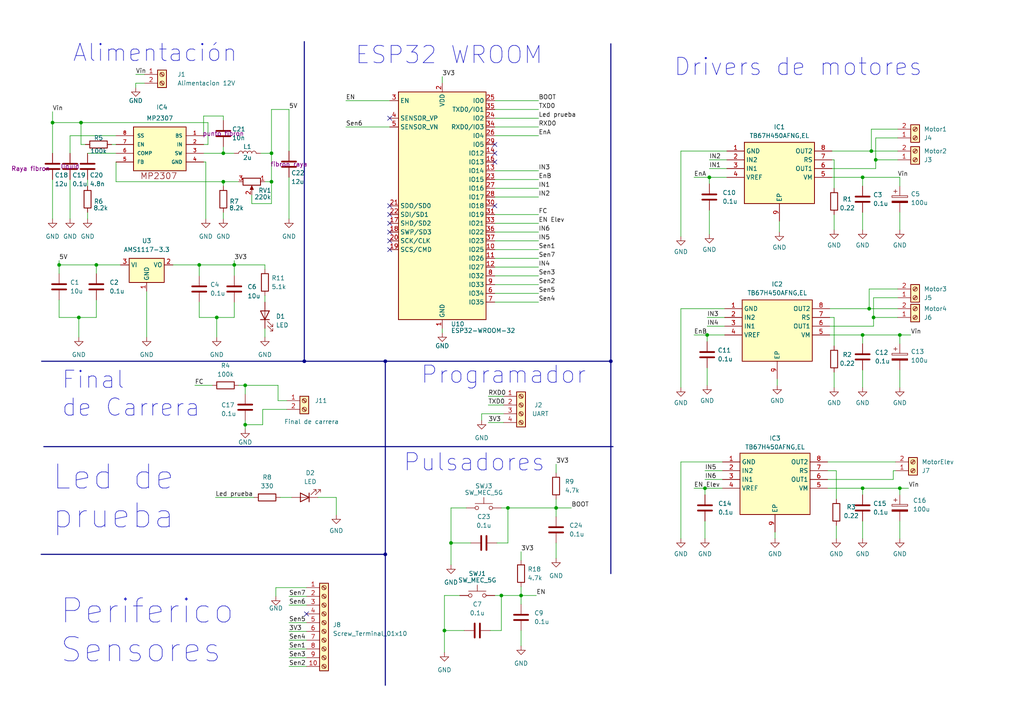
<source format=kicad_sch>
(kicad_sch (version 20230121) (generator eeschema)

  (uuid dfed5bf9-8b7f-4c1e-93df-1c25726c0e03)

  (paper "A4")

  (lib_symbols
    (symbol "Connector:Screw_Terminal_01x02" (pin_names (offset 1.016) hide) (in_bom yes) (on_board yes)
      (property "Reference" "J" (at 0 2.54 0)
        (effects (font (size 1.27 1.27)))
      )
      (property "Value" "Screw_Terminal_01x02" (at 0 -5.08 0)
        (effects (font (size 1.27 1.27)))
      )
      (property "Footprint" "" (at 0 0 0)
        (effects (font (size 1.27 1.27)) hide)
      )
      (property "Datasheet" "~" (at 0 0 0)
        (effects (font (size 1.27 1.27)) hide)
      )
      (property "ki_keywords" "screw terminal" (at 0 0 0)
        (effects (font (size 1.27 1.27)) hide)
      )
      (property "ki_description" "Generic screw terminal, single row, 01x02, script generated (kicad-library-utils/schlib/autogen/connector/)" (at 0 0 0)
        (effects (font (size 1.27 1.27)) hide)
      )
      (property "ki_fp_filters" "TerminalBlock*:*" (at 0 0 0)
        (effects (font (size 1.27 1.27)) hide)
      )
      (symbol "Screw_Terminal_01x02_1_1"
        (rectangle (start -1.27 1.27) (end 1.27 -3.81)
          (stroke (width 0.254) (type default))
          (fill (type background))
        )
        (circle (center 0 -2.54) (radius 0.635)
          (stroke (width 0.1524) (type default))
          (fill (type none))
        )
        (polyline
          (pts
            (xy -0.5334 -2.2098)
            (xy 0.3302 -3.048)
          )
          (stroke (width 0.1524) (type default))
          (fill (type none))
        )
        (polyline
          (pts
            (xy -0.5334 0.3302)
            (xy 0.3302 -0.508)
          )
          (stroke (width 0.1524) (type default))
          (fill (type none))
        )
        (polyline
          (pts
            (xy -0.3556 -2.032)
            (xy 0.508 -2.8702)
          )
          (stroke (width 0.1524) (type default))
          (fill (type none))
        )
        (polyline
          (pts
            (xy -0.3556 0.508)
            (xy 0.508 -0.3302)
          )
          (stroke (width 0.1524) (type default))
          (fill (type none))
        )
        (circle (center 0 0) (radius 0.635)
          (stroke (width 0.1524) (type default))
          (fill (type none))
        )
        (pin passive line (at -5.08 0 0) (length 3.81)
          (name "Pin_1" (effects (font (size 1.27 1.27))))
          (number "1" (effects (font (size 1.27 1.27))))
        )
        (pin passive line (at -5.08 -2.54 0) (length 3.81)
          (name "Pin_2" (effects (font (size 1.27 1.27))))
          (number "2" (effects (font (size 1.27 1.27))))
        )
      )
    )
    (symbol "Connector:Screw_Terminal_01x04" (pin_names (offset 1.016) hide) (in_bom yes) (on_board yes)
      (property "Reference" "J" (at 0 5.08 0)
        (effects (font (size 1.27 1.27)))
      )
      (property "Value" "Screw_Terminal_01x04" (at 0 -7.62 0)
        (effects (font (size 1.27 1.27)))
      )
      (property "Footprint" "" (at 0 0 0)
        (effects (font (size 1.27 1.27)) hide)
      )
      (property "Datasheet" "~" (at 0 0 0)
        (effects (font (size 1.27 1.27)) hide)
      )
      (property "ki_keywords" "screw terminal" (at 0 0 0)
        (effects (font (size 1.27 1.27)) hide)
      )
      (property "ki_description" "Generic screw terminal, single row, 01x04, script generated (kicad-library-utils/schlib/autogen/connector/)" (at 0 0 0)
        (effects (font (size 1.27 1.27)) hide)
      )
      (property "ki_fp_filters" "TerminalBlock*:*" (at 0 0 0)
        (effects (font (size 1.27 1.27)) hide)
      )
      (symbol "Screw_Terminal_01x04_1_1"
        (rectangle (start -1.27 3.81) (end 1.27 -6.35)
          (stroke (width 0.254) (type default))
          (fill (type background))
        )
        (circle (center 0 -5.08) (radius 0.635)
          (stroke (width 0.1524) (type default))
          (fill (type none))
        )
        (circle (center 0 -2.54) (radius 0.635)
          (stroke (width 0.1524) (type default))
          (fill (type none))
        )
        (polyline
          (pts
            (xy -0.5334 -4.7498)
            (xy 0.3302 -5.588)
          )
          (stroke (width 0.1524) (type default))
          (fill (type none))
        )
        (polyline
          (pts
            (xy -0.5334 -2.2098)
            (xy 0.3302 -3.048)
          )
          (stroke (width 0.1524) (type default))
          (fill (type none))
        )
        (polyline
          (pts
            (xy -0.5334 0.3302)
            (xy 0.3302 -0.508)
          )
          (stroke (width 0.1524) (type default))
          (fill (type none))
        )
        (polyline
          (pts
            (xy -0.5334 2.8702)
            (xy 0.3302 2.032)
          )
          (stroke (width 0.1524) (type default))
          (fill (type none))
        )
        (polyline
          (pts
            (xy -0.3556 -4.572)
            (xy 0.508 -5.4102)
          )
          (stroke (width 0.1524) (type default))
          (fill (type none))
        )
        (polyline
          (pts
            (xy -0.3556 -2.032)
            (xy 0.508 -2.8702)
          )
          (stroke (width 0.1524) (type default))
          (fill (type none))
        )
        (polyline
          (pts
            (xy -0.3556 0.508)
            (xy 0.508 -0.3302)
          )
          (stroke (width 0.1524) (type default))
          (fill (type none))
        )
        (polyline
          (pts
            (xy -0.3556 3.048)
            (xy 0.508 2.2098)
          )
          (stroke (width 0.1524) (type default))
          (fill (type none))
        )
        (circle (center 0 0) (radius 0.635)
          (stroke (width 0.1524) (type default))
          (fill (type none))
        )
        (circle (center 0 2.54) (radius 0.635)
          (stroke (width 0.1524) (type default))
          (fill (type none))
        )
        (pin passive line (at -5.08 2.54 0) (length 3.81)
          (name "Pin_1" (effects (font (size 1.27 1.27))))
          (number "1" (effects (font (size 1.27 1.27))))
        )
        (pin passive line (at -5.08 0 0) (length 3.81)
          (name "Pin_2" (effects (font (size 1.27 1.27))))
          (number "2" (effects (font (size 1.27 1.27))))
        )
        (pin passive line (at -5.08 -2.54 0) (length 3.81)
          (name "Pin_3" (effects (font (size 1.27 1.27))))
          (number "3" (effects (font (size 1.27 1.27))))
        )
        (pin passive line (at -5.08 -5.08 0) (length 3.81)
          (name "Pin_4" (effects (font (size 1.27 1.27))))
          (number "4" (effects (font (size 1.27 1.27))))
        )
      )
    )
    (symbol "Connector:Screw_Terminal_01x10" (pin_names (offset 1.016) hide) (in_bom yes) (on_board yes)
      (property "Reference" "J" (at 0 12.7 0)
        (effects (font (size 1.27 1.27)))
      )
      (property "Value" "Screw_Terminal_01x10" (at 0 -15.24 0)
        (effects (font (size 1.27 1.27)))
      )
      (property "Footprint" "" (at 0 0 0)
        (effects (font (size 1.27 1.27)) hide)
      )
      (property "Datasheet" "~" (at 0 0 0)
        (effects (font (size 1.27 1.27)) hide)
      )
      (property "ki_keywords" "screw terminal" (at 0 0 0)
        (effects (font (size 1.27 1.27)) hide)
      )
      (property "ki_description" "Generic screw terminal, single row, 01x10, script generated (kicad-library-utils/schlib/autogen/connector/)" (at 0 0 0)
        (effects (font (size 1.27 1.27)) hide)
      )
      (property "ki_fp_filters" "TerminalBlock*:*" (at 0 0 0)
        (effects (font (size 1.27 1.27)) hide)
      )
      (symbol "Screw_Terminal_01x10_1_1"
        (rectangle (start -1.27 11.43) (end 1.27 -13.97)
          (stroke (width 0.254) (type default))
          (fill (type background))
        )
        (circle (center 0 -12.7) (radius 0.635)
          (stroke (width 0.1524) (type default))
          (fill (type none))
        )
        (circle (center 0 -10.16) (radius 0.635)
          (stroke (width 0.1524) (type default))
          (fill (type none))
        )
        (circle (center 0 -7.62) (radius 0.635)
          (stroke (width 0.1524) (type default))
          (fill (type none))
        )
        (circle (center 0 -5.08) (radius 0.635)
          (stroke (width 0.1524) (type default))
          (fill (type none))
        )
        (circle (center 0 -2.54) (radius 0.635)
          (stroke (width 0.1524) (type default))
          (fill (type none))
        )
        (polyline
          (pts
            (xy -0.5334 -12.3698)
            (xy 0.3302 -13.208)
          )
          (stroke (width 0.1524) (type default))
          (fill (type none))
        )
        (polyline
          (pts
            (xy -0.5334 -9.8298)
            (xy 0.3302 -10.668)
          )
          (stroke (width 0.1524) (type default))
          (fill (type none))
        )
        (polyline
          (pts
            (xy -0.5334 -7.2898)
            (xy 0.3302 -8.128)
          )
          (stroke (width 0.1524) (type default))
          (fill (type none))
        )
        (polyline
          (pts
            (xy -0.5334 -4.7498)
            (xy 0.3302 -5.588)
          )
          (stroke (width 0.1524) (type default))
          (fill (type none))
        )
        (polyline
          (pts
            (xy -0.5334 -2.2098)
            (xy 0.3302 -3.048)
          )
          (stroke (width 0.1524) (type default))
          (fill (type none))
        )
        (polyline
          (pts
            (xy -0.5334 0.3302)
            (xy 0.3302 -0.508)
          )
          (stroke (width 0.1524) (type default))
          (fill (type none))
        )
        (polyline
          (pts
            (xy -0.5334 2.8702)
            (xy 0.3302 2.032)
          )
          (stroke (width 0.1524) (type default))
          (fill (type none))
        )
        (polyline
          (pts
            (xy -0.5334 5.4102)
            (xy 0.3302 4.572)
          )
          (stroke (width 0.1524) (type default))
          (fill (type none))
        )
        (polyline
          (pts
            (xy -0.5334 7.9502)
            (xy 0.3302 7.112)
          )
          (stroke (width 0.1524) (type default))
          (fill (type none))
        )
        (polyline
          (pts
            (xy -0.5334 10.4902)
            (xy 0.3302 9.652)
          )
          (stroke (width 0.1524) (type default))
          (fill (type none))
        )
        (polyline
          (pts
            (xy -0.3556 -12.192)
            (xy 0.508 -13.0302)
          )
          (stroke (width 0.1524) (type default))
          (fill (type none))
        )
        (polyline
          (pts
            (xy -0.3556 -9.652)
            (xy 0.508 -10.4902)
          )
          (stroke (width 0.1524) (type default))
          (fill (type none))
        )
        (polyline
          (pts
            (xy -0.3556 -7.112)
            (xy 0.508 -7.9502)
          )
          (stroke (width 0.1524) (type default))
          (fill (type none))
        )
        (polyline
          (pts
            (xy -0.3556 -4.572)
            (xy 0.508 -5.4102)
          )
          (stroke (width 0.1524) (type default))
          (fill (type none))
        )
        (polyline
          (pts
            (xy -0.3556 -2.032)
            (xy 0.508 -2.8702)
          )
          (stroke (width 0.1524) (type default))
          (fill (type none))
        )
        (polyline
          (pts
            (xy -0.3556 0.508)
            (xy 0.508 -0.3302)
          )
          (stroke (width 0.1524) (type default))
          (fill (type none))
        )
        (polyline
          (pts
            (xy -0.3556 3.048)
            (xy 0.508 2.2098)
          )
          (stroke (width 0.1524) (type default))
          (fill (type none))
        )
        (polyline
          (pts
            (xy -0.3556 5.588)
            (xy 0.508 4.7498)
          )
          (stroke (width 0.1524) (type default))
          (fill (type none))
        )
        (polyline
          (pts
            (xy -0.3556 8.128)
            (xy 0.508 7.2898)
          )
          (stroke (width 0.1524) (type default))
          (fill (type none))
        )
        (polyline
          (pts
            (xy -0.3556 10.668)
            (xy 0.508 9.8298)
          )
          (stroke (width 0.1524) (type default))
          (fill (type none))
        )
        (circle (center 0 0) (radius 0.635)
          (stroke (width 0.1524) (type default))
          (fill (type none))
        )
        (circle (center 0 2.54) (radius 0.635)
          (stroke (width 0.1524) (type default))
          (fill (type none))
        )
        (circle (center 0 5.08) (radius 0.635)
          (stroke (width 0.1524) (type default))
          (fill (type none))
        )
        (circle (center 0 7.62) (radius 0.635)
          (stroke (width 0.1524) (type default))
          (fill (type none))
        )
        (circle (center 0 10.16) (radius 0.635)
          (stroke (width 0.1524) (type default))
          (fill (type none))
        )
        (pin passive line (at -5.08 10.16 0) (length 3.81)
          (name "Pin_1" (effects (font (size 1.27 1.27))))
          (number "1" (effects (font (size 1.27 1.27))))
        )
        (pin passive line (at -5.08 -12.7 0) (length 3.81)
          (name "Pin_10" (effects (font (size 1.27 1.27))))
          (number "10" (effects (font (size 1.27 1.27))))
        )
        (pin passive line (at -5.08 7.62 0) (length 3.81)
          (name "Pin_2" (effects (font (size 1.27 1.27))))
          (number "2" (effects (font (size 1.27 1.27))))
        )
        (pin passive line (at -5.08 5.08 0) (length 3.81)
          (name "Pin_3" (effects (font (size 1.27 1.27))))
          (number "3" (effects (font (size 1.27 1.27))))
        )
        (pin passive line (at -5.08 2.54 0) (length 3.81)
          (name "Pin_4" (effects (font (size 1.27 1.27))))
          (number "4" (effects (font (size 1.27 1.27))))
        )
        (pin passive line (at -5.08 0 0) (length 3.81)
          (name "Pin_5" (effects (font (size 1.27 1.27))))
          (number "5" (effects (font (size 1.27 1.27))))
        )
        (pin passive line (at -5.08 -2.54 0) (length 3.81)
          (name "Pin_6" (effects (font (size 1.27 1.27))))
          (number "6" (effects (font (size 1.27 1.27))))
        )
        (pin passive line (at -5.08 -5.08 0) (length 3.81)
          (name "Pin_7" (effects (font (size 1.27 1.27))))
          (number "7" (effects (font (size 1.27 1.27))))
        )
        (pin passive line (at -5.08 -7.62 0) (length 3.81)
          (name "Pin_8" (effects (font (size 1.27 1.27))))
          (number "8" (effects (font (size 1.27 1.27))))
        )
        (pin passive line (at -5.08 -10.16 0) (length 3.81)
          (name "Pin_9" (effects (font (size 1.27 1.27))))
          (number "9" (effects (font (size 1.27 1.27))))
        )
      )
    )
    (symbol "Device:C" (pin_numbers hide) (pin_names (offset 0.254)) (in_bom yes) (on_board yes)
      (property "Reference" "C" (at 0.635 2.54 0)
        (effects (font (size 1.27 1.27)) (justify left))
      )
      (property "Value" "C" (at 0.635 -2.54 0)
        (effects (font (size 1.27 1.27)) (justify left))
      )
      (property "Footprint" "" (at 0.9652 -3.81 0)
        (effects (font (size 1.27 1.27)) hide)
      )
      (property "Datasheet" "~" (at 0 0 0)
        (effects (font (size 1.27 1.27)) hide)
      )
      (property "ki_keywords" "cap capacitor" (at 0 0 0)
        (effects (font (size 1.27 1.27)) hide)
      )
      (property "ki_description" "Unpolarized capacitor" (at 0 0 0)
        (effects (font (size 1.27 1.27)) hide)
      )
      (property "ki_fp_filters" "C_*" (at 0 0 0)
        (effects (font (size 1.27 1.27)) hide)
      )
      (symbol "C_0_1"
        (polyline
          (pts
            (xy -2.032 -0.762)
            (xy 2.032 -0.762)
          )
          (stroke (width 0.508) (type default))
          (fill (type none))
        )
        (polyline
          (pts
            (xy -2.032 0.762)
            (xy 2.032 0.762)
          )
          (stroke (width 0.508) (type default))
          (fill (type none))
        )
      )
      (symbol "C_1_1"
        (pin passive line (at 0 3.81 270) (length 2.794)
          (name "~" (effects (font (size 1.27 1.27))))
          (number "1" (effects (font (size 1.27 1.27))))
        )
        (pin passive line (at 0 -3.81 90) (length 2.794)
          (name "~" (effects (font (size 1.27 1.27))))
          (number "2" (effects (font (size 1.27 1.27))))
        )
      )
    )
    (symbol "Device:C_Polarized" (pin_numbers hide) (pin_names (offset 0.254)) (in_bom yes) (on_board yes)
      (property "Reference" "C" (at 0.635 2.54 0)
        (effects (font (size 1.27 1.27)) (justify left))
      )
      (property "Value" "C_Polarized" (at 0.635 -2.54 0)
        (effects (font (size 1.27 1.27)) (justify left))
      )
      (property "Footprint" "" (at 0.9652 -3.81 0)
        (effects (font (size 1.27 1.27)) hide)
      )
      (property "Datasheet" "~" (at 0 0 0)
        (effects (font (size 1.27 1.27)) hide)
      )
      (property "ki_keywords" "cap capacitor" (at 0 0 0)
        (effects (font (size 1.27 1.27)) hide)
      )
      (property "ki_description" "Polarized capacitor" (at 0 0 0)
        (effects (font (size 1.27 1.27)) hide)
      )
      (property "ki_fp_filters" "CP_*" (at 0 0 0)
        (effects (font (size 1.27 1.27)) hide)
      )
      (symbol "C_Polarized_0_1"
        (rectangle (start -2.286 0.508) (end 2.286 1.016)
          (stroke (width 0) (type default))
          (fill (type none))
        )
        (polyline
          (pts
            (xy -1.778 2.286)
            (xy -0.762 2.286)
          )
          (stroke (width 0) (type default))
          (fill (type none))
        )
        (polyline
          (pts
            (xy -1.27 2.794)
            (xy -1.27 1.778)
          )
          (stroke (width 0) (type default))
          (fill (type none))
        )
        (rectangle (start 2.286 -0.508) (end -2.286 -1.016)
          (stroke (width 0) (type default))
          (fill (type outline))
        )
      )
      (symbol "C_Polarized_1_1"
        (pin passive line (at 0 3.81 270) (length 2.794)
          (name "~" (effects (font (size 1.27 1.27))))
          (number "1" (effects (font (size 1.27 1.27))))
        )
        (pin passive line (at 0 -3.81 90) (length 2.794)
          (name "~" (effects (font (size 1.27 1.27))))
          (number "2" (effects (font (size 1.27 1.27))))
        )
      )
    )
    (symbol "Device:L" (pin_numbers hide) (pin_names (offset 1.016) hide) (in_bom yes) (on_board yes)
      (property "Reference" "L" (at -1.27 0 90)
        (effects (font (size 1.27 1.27)))
      )
      (property "Value" "L" (at 1.905 0 90)
        (effects (font (size 1.27 1.27)))
      )
      (property "Footprint" "" (at 0 0 0)
        (effects (font (size 1.27 1.27)) hide)
      )
      (property "Datasheet" "~" (at 0 0 0)
        (effects (font (size 1.27 1.27)) hide)
      )
      (property "ki_keywords" "inductor choke coil reactor magnetic" (at 0 0 0)
        (effects (font (size 1.27 1.27)) hide)
      )
      (property "ki_description" "Inductor" (at 0 0 0)
        (effects (font (size 1.27 1.27)) hide)
      )
      (property "ki_fp_filters" "Choke_* *Coil* Inductor_* L_*" (at 0 0 0)
        (effects (font (size 1.27 1.27)) hide)
      )
      (symbol "L_0_1"
        (arc (start 0 -2.54) (mid 0.6323 -1.905) (end 0 -1.27)
          (stroke (width 0) (type default))
          (fill (type none))
        )
        (arc (start 0 -1.27) (mid 0.6323 -0.635) (end 0 0)
          (stroke (width 0) (type default))
          (fill (type none))
        )
        (arc (start 0 0) (mid 0.6323 0.635) (end 0 1.27)
          (stroke (width 0) (type default))
          (fill (type none))
        )
        (arc (start 0 1.27) (mid 0.6323 1.905) (end 0 2.54)
          (stroke (width 0) (type default))
          (fill (type none))
        )
      )
      (symbol "L_1_1"
        (pin passive line (at 0 3.81 270) (length 1.27)
          (name "1" (effects (font (size 1.27 1.27))))
          (number "1" (effects (font (size 1.27 1.27))))
        )
        (pin passive line (at 0 -3.81 90) (length 1.27)
          (name "2" (effects (font (size 1.27 1.27))))
          (number "2" (effects (font (size 1.27 1.27))))
        )
      )
    )
    (symbol "Device:LED" (pin_numbers hide) (pin_names (offset 1.016) hide) (in_bom yes) (on_board yes)
      (property "Reference" "D" (at 0 2.54 0)
        (effects (font (size 1.27 1.27)))
      )
      (property "Value" "LED" (at 0 -2.54 0)
        (effects (font (size 1.27 1.27)))
      )
      (property "Footprint" "" (at 0 0 0)
        (effects (font (size 1.27 1.27)) hide)
      )
      (property "Datasheet" "~" (at 0 0 0)
        (effects (font (size 1.27 1.27)) hide)
      )
      (property "ki_keywords" "LED diode" (at 0 0 0)
        (effects (font (size 1.27 1.27)) hide)
      )
      (property "ki_description" "Light emitting diode" (at 0 0 0)
        (effects (font (size 1.27 1.27)) hide)
      )
      (property "ki_fp_filters" "LED* LED_SMD:* LED_THT:*" (at 0 0 0)
        (effects (font (size 1.27 1.27)) hide)
      )
      (symbol "LED_0_1"
        (polyline
          (pts
            (xy -1.27 -1.27)
            (xy -1.27 1.27)
          )
          (stroke (width 0.254) (type default))
          (fill (type none))
        )
        (polyline
          (pts
            (xy -1.27 0)
            (xy 1.27 0)
          )
          (stroke (width 0) (type default))
          (fill (type none))
        )
        (polyline
          (pts
            (xy 1.27 -1.27)
            (xy 1.27 1.27)
            (xy -1.27 0)
            (xy 1.27 -1.27)
          )
          (stroke (width 0.254) (type default))
          (fill (type none))
        )
        (polyline
          (pts
            (xy -3.048 -0.762)
            (xy -4.572 -2.286)
            (xy -3.81 -2.286)
            (xy -4.572 -2.286)
            (xy -4.572 -1.524)
          )
          (stroke (width 0) (type default))
          (fill (type none))
        )
        (polyline
          (pts
            (xy -1.778 -0.762)
            (xy -3.302 -2.286)
            (xy -2.54 -2.286)
            (xy -3.302 -2.286)
            (xy -3.302 -1.524)
          )
          (stroke (width 0) (type default))
          (fill (type none))
        )
      )
      (symbol "LED_1_1"
        (pin passive line (at -3.81 0 0) (length 2.54)
          (name "K" (effects (font (size 1.27 1.27))))
          (number "1" (effects (font (size 1.27 1.27))))
        )
        (pin passive line (at 3.81 0 180) (length 2.54)
          (name "A" (effects (font (size 1.27 1.27))))
          (number "2" (effects (font (size 1.27 1.27))))
        )
      )
    )
    (symbol "Device:R" (pin_numbers hide) (pin_names (offset 0)) (in_bom yes) (on_board yes)
      (property "Reference" "R" (at 2.032 0 90)
        (effects (font (size 1.27 1.27)))
      )
      (property "Value" "R" (at 0 0 90)
        (effects (font (size 1.27 1.27)))
      )
      (property "Footprint" "" (at -1.778 0 90)
        (effects (font (size 1.27 1.27)) hide)
      )
      (property "Datasheet" "~" (at 0 0 0)
        (effects (font (size 1.27 1.27)) hide)
      )
      (property "ki_keywords" "R res resistor" (at 0 0 0)
        (effects (font (size 1.27 1.27)) hide)
      )
      (property "ki_description" "Resistor" (at 0 0 0)
        (effects (font (size 1.27 1.27)) hide)
      )
      (property "ki_fp_filters" "R_*" (at 0 0 0)
        (effects (font (size 1.27 1.27)) hide)
      )
      (symbol "R_0_1"
        (rectangle (start -1.016 -2.54) (end 1.016 2.54)
          (stroke (width 0.254) (type default))
          (fill (type none))
        )
      )
      (symbol "R_1_1"
        (pin passive line (at 0 3.81 270) (length 1.27)
          (name "~" (effects (font (size 1.27 1.27))))
          (number "1" (effects (font (size 1.27 1.27))))
        )
        (pin passive line (at 0 -3.81 90) (length 1.27)
          (name "~" (effects (font (size 1.27 1.27))))
          (number "2" (effects (font (size 1.27 1.27))))
        )
      )
    )
    (symbol "Device:R_Potentiometer" (pin_names (offset 1.016) hide) (in_bom yes) (on_board yes)
      (property "Reference" "RV" (at -4.445 0 90)
        (effects (font (size 1.27 1.27)))
      )
      (property "Value" "R_Potentiometer" (at -2.54 0 90)
        (effects (font (size 1.27 1.27)))
      )
      (property "Footprint" "" (at 0 0 0)
        (effects (font (size 1.27 1.27)) hide)
      )
      (property "Datasheet" "~" (at 0 0 0)
        (effects (font (size 1.27 1.27)) hide)
      )
      (property "ki_keywords" "resistor variable" (at 0 0 0)
        (effects (font (size 1.27 1.27)) hide)
      )
      (property "ki_description" "Potentiometer" (at 0 0 0)
        (effects (font (size 1.27 1.27)) hide)
      )
      (property "ki_fp_filters" "Potentiometer*" (at 0 0 0)
        (effects (font (size 1.27 1.27)) hide)
      )
      (symbol "R_Potentiometer_0_1"
        (polyline
          (pts
            (xy 2.54 0)
            (xy 1.524 0)
          )
          (stroke (width 0) (type default))
          (fill (type none))
        )
        (polyline
          (pts
            (xy 1.143 0)
            (xy 2.286 0.508)
            (xy 2.286 -0.508)
            (xy 1.143 0)
          )
          (stroke (width 0) (type default))
          (fill (type outline))
        )
        (rectangle (start 1.016 2.54) (end -1.016 -2.54)
          (stroke (width 0.254) (type default))
          (fill (type none))
        )
      )
      (symbol "R_Potentiometer_1_1"
        (pin passive line (at 0 3.81 270) (length 1.27)
          (name "1" (effects (font (size 1.27 1.27))))
          (number "1" (effects (font (size 1.27 1.27))))
        )
        (pin passive line (at 3.81 0 180) (length 1.27)
          (name "2" (effects (font (size 1.27 1.27))))
          (number "2" (effects (font (size 1.27 1.27))))
        )
        (pin passive line (at 0 -3.81 90) (length 1.27)
          (name "3" (effects (font (size 1.27 1.27))))
          (number "3" (effects (font (size 1.27 1.27))))
        )
      )
    )
    (symbol "GND_1" (power) (pin_names (offset 0)) (in_bom yes) (on_board yes)
      (property "Reference" "#PWR" (at 0 -6.35 0)
        (effects (font (size 1.27 1.27)) hide)
      )
      (property "Value" "GND_1" (at 0 -3.81 0)
        (effects (font (size 1.27 1.27)))
      )
      (property "Footprint" "" (at 0 0 0)
        (effects (font (size 1.27 1.27)) hide)
      )
      (property "Datasheet" "" (at 0 0 0)
        (effects (font (size 1.27 1.27)) hide)
      )
      (property "ki_keywords" "global power" (at 0 0 0)
        (effects (font (size 1.27 1.27)) hide)
      )
      (property "ki_description" "Power symbol creates a global label with name \"GND\" , ground" (at 0 0 0)
        (effects (font (size 1.27 1.27)) hide)
      )
      (symbol "GND_1_0_1"
        (polyline
          (pts
            (xy 0 0)
            (xy 0 -1.27)
            (xy 1.27 -1.27)
            (xy 0 -2.54)
            (xy -1.27 -1.27)
            (xy 0 -1.27)
          )
          (stroke (width 0) (type default))
          (fill (type none))
        )
      )
      (symbol "GND_1_1_1"
        (pin power_in line (at 0 0 270) (length 0) hide
          (name "GND" (effects (font (size 1.27 1.27))))
          (number "1" (effects (font (size 1.27 1.27))))
        )
      )
    )
    (symbol "MP2307:MP2307" (pin_names (offset 1.016)) (in_bom yes) (on_board yes)
      (property "Reference" "IC" (at 0 0 0)
        (effects (font (size 1.27 1.27)) (justify bottom))
      )
      (property "Value" "MP2307" (at -5.08 7.62 0)
        (effects (font (size 1.27 1.27)) (justify left bottom))
      )
      (property "Footprint" "SO8-TH" (at 0 0 0)
        (effects (font (size 1.27 1.27)) (justify bottom) hide)
      )
      (property "Datasheet" "" (at 0 0 0)
        (effects (font (size 1.27 1.27)) hide)
      )
      (symbol "MP2307_0_0"
        (rectangle (start -7.62 -5.08) (end 7.62 7.62)
          (stroke (width 0.254) (type default))
          (fill (type background))
        )
        (text "MP2307" (at -5.08 -7.62 0)
          (effects (font (size 1.778 1.778)) (justify left bottom))
        )
        (pin bidirectional line (at -12.7 5.08 0) (length 5.08)
          (name "BS" (effects (font (size 1.016 1.016))))
          (number "1" (effects (font (size 1.016 1.016))))
        )
        (pin bidirectional line (at -12.7 2.54 0) (length 5.08)
          (name "IN" (effects (font (size 1.016 1.016))))
          (number "2" (effects (font (size 1.016 1.016))))
        )
        (pin bidirectional line (at -12.7 0 0) (length 5.08)
          (name "SW" (effects (font (size 1.016 1.016))))
          (number "3" (effects (font (size 1.016 1.016))))
        )
        (pin bidirectional line (at -12.7 -2.54 0) (length 5.08)
          (name "GND" (effects (font (size 1.016 1.016))))
          (number "4" (effects (font (size 1.016 1.016))))
        )
        (pin bidirectional line (at 12.7 -2.54 180) (length 5.08)
          (name "FB" (effects (font (size 1.016 1.016))))
          (number "5" (effects (font (size 1.016 1.016))))
        )
        (pin bidirectional line (at 12.7 0 180) (length 5.08)
          (name "COMP" (effects (font (size 1.016 1.016))))
          (number "6" (effects (font (size 1.016 1.016))))
        )
        (pin bidirectional line (at 12.7 2.54 180) (length 5.08)
          (name "EN" (effects (font (size 1.016 1.016))))
          (number "7" (effects (font (size 1.016 1.016))))
        )
        (pin bidirectional line (at 12.7 5.08 180) (length 5.08)
          (name "SS" (effects (font (size 1.016 1.016))))
          (number "8" (effects (font (size 1.016 1.016))))
        )
      )
    )
    (symbol "RF_Module:ESP32-WROOM-32" (in_bom yes) (on_board yes)
      (property "Reference" "U" (at -12.7 34.29 0)
        (effects (font (size 1.27 1.27)) (justify left))
      )
      (property "Value" "ESP32-WROOM-32" (at 1.27 34.29 0)
        (effects (font (size 1.27 1.27)) (justify left))
      )
      (property "Footprint" "RF_Module:ESP32-WROOM-32" (at 0 -38.1 0)
        (effects (font (size 1.27 1.27)) hide)
      )
      (property "Datasheet" "https://www.espressif.com/sites/default/files/documentation/esp32-wroom-32_datasheet_en.pdf" (at -7.62 1.27 0)
        (effects (font (size 1.27 1.27)) hide)
      )
      (property "ki_keywords" "RF Radio BT ESP ESP32 Espressif onboard PCB antenna" (at 0 0 0)
        (effects (font (size 1.27 1.27)) hide)
      )
      (property "ki_description" "RF Module, ESP32-D0WDQ6 SoC, Wi-Fi 802.11b/g/n, Bluetooth, BLE, 32-bit, 2.7-3.6V, onboard antenna, SMD" (at 0 0 0)
        (effects (font (size 1.27 1.27)) hide)
      )
      (property "ki_fp_filters" "ESP32?WROOM?32*" (at 0 0 0)
        (effects (font (size 1.27 1.27)) hide)
      )
      (symbol "ESP32-WROOM-32_0_1"
        (rectangle (start -12.7 33.02) (end 12.7 -33.02)
          (stroke (width 0.254) (type default))
          (fill (type background))
        )
      )
      (symbol "ESP32-WROOM-32_1_1"
        (pin power_in line (at 0 -35.56 90) (length 2.54)
          (name "GND" (effects (font (size 1.27 1.27))))
          (number "1" (effects (font (size 1.27 1.27))))
        )
        (pin bidirectional line (at 15.24 -12.7 180) (length 2.54)
          (name "IO25" (effects (font (size 1.27 1.27))))
          (number "10" (effects (font (size 1.27 1.27))))
        )
        (pin bidirectional line (at 15.24 -15.24 180) (length 2.54)
          (name "IO26" (effects (font (size 1.27 1.27))))
          (number "11" (effects (font (size 1.27 1.27))))
        )
        (pin bidirectional line (at 15.24 -17.78 180) (length 2.54)
          (name "IO27" (effects (font (size 1.27 1.27))))
          (number "12" (effects (font (size 1.27 1.27))))
        )
        (pin bidirectional line (at 15.24 10.16 180) (length 2.54)
          (name "IO14" (effects (font (size 1.27 1.27))))
          (number "13" (effects (font (size 1.27 1.27))))
        )
        (pin bidirectional line (at 15.24 15.24 180) (length 2.54)
          (name "IO12" (effects (font (size 1.27 1.27))))
          (number "14" (effects (font (size 1.27 1.27))))
        )
        (pin passive line (at 0 -35.56 90) (length 2.54) hide
          (name "GND" (effects (font (size 1.27 1.27))))
          (number "15" (effects (font (size 1.27 1.27))))
        )
        (pin bidirectional line (at 15.24 12.7 180) (length 2.54)
          (name "IO13" (effects (font (size 1.27 1.27))))
          (number "16" (effects (font (size 1.27 1.27))))
        )
        (pin bidirectional line (at -15.24 -5.08 0) (length 2.54)
          (name "SHD/SD2" (effects (font (size 1.27 1.27))))
          (number "17" (effects (font (size 1.27 1.27))))
        )
        (pin bidirectional line (at -15.24 -7.62 0) (length 2.54)
          (name "SWP/SD3" (effects (font (size 1.27 1.27))))
          (number "18" (effects (font (size 1.27 1.27))))
        )
        (pin bidirectional line (at -15.24 -12.7 0) (length 2.54)
          (name "SCS/CMD" (effects (font (size 1.27 1.27))))
          (number "19" (effects (font (size 1.27 1.27))))
        )
        (pin power_in line (at 0 35.56 270) (length 2.54)
          (name "VDD" (effects (font (size 1.27 1.27))))
          (number "2" (effects (font (size 1.27 1.27))))
        )
        (pin bidirectional line (at -15.24 -10.16 0) (length 2.54)
          (name "SCK/CLK" (effects (font (size 1.27 1.27))))
          (number "20" (effects (font (size 1.27 1.27))))
        )
        (pin bidirectional line (at -15.24 0 0) (length 2.54)
          (name "SDO/SD0" (effects (font (size 1.27 1.27))))
          (number "21" (effects (font (size 1.27 1.27))))
        )
        (pin bidirectional line (at -15.24 -2.54 0) (length 2.54)
          (name "SDI/SD1" (effects (font (size 1.27 1.27))))
          (number "22" (effects (font (size 1.27 1.27))))
        )
        (pin bidirectional line (at 15.24 7.62 180) (length 2.54)
          (name "IO15" (effects (font (size 1.27 1.27))))
          (number "23" (effects (font (size 1.27 1.27))))
        )
        (pin bidirectional line (at 15.24 25.4 180) (length 2.54)
          (name "IO2" (effects (font (size 1.27 1.27))))
          (number "24" (effects (font (size 1.27 1.27))))
        )
        (pin bidirectional line (at 15.24 30.48 180) (length 2.54)
          (name "IO0" (effects (font (size 1.27 1.27))))
          (number "25" (effects (font (size 1.27 1.27))))
        )
        (pin bidirectional line (at 15.24 20.32 180) (length 2.54)
          (name "IO4" (effects (font (size 1.27 1.27))))
          (number "26" (effects (font (size 1.27 1.27))))
        )
        (pin bidirectional line (at 15.24 5.08 180) (length 2.54)
          (name "IO16" (effects (font (size 1.27 1.27))))
          (number "27" (effects (font (size 1.27 1.27))))
        )
        (pin bidirectional line (at 15.24 2.54 180) (length 2.54)
          (name "IO17" (effects (font (size 1.27 1.27))))
          (number "28" (effects (font (size 1.27 1.27))))
        )
        (pin bidirectional line (at 15.24 17.78 180) (length 2.54)
          (name "IO5" (effects (font (size 1.27 1.27))))
          (number "29" (effects (font (size 1.27 1.27))))
        )
        (pin input line (at -15.24 30.48 0) (length 2.54)
          (name "EN" (effects (font (size 1.27 1.27))))
          (number "3" (effects (font (size 1.27 1.27))))
        )
        (pin bidirectional line (at 15.24 0 180) (length 2.54)
          (name "IO18" (effects (font (size 1.27 1.27))))
          (number "30" (effects (font (size 1.27 1.27))))
        )
        (pin bidirectional line (at 15.24 -2.54 180) (length 2.54)
          (name "IO19" (effects (font (size 1.27 1.27))))
          (number "31" (effects (font (size 1.27 1.27))))
        )
        (pin no_connect line (at -12.7 -27.94 0) (length 2.54) hide
          (name "NC" (effects (font (size 1.27 1.27))))
          (number "32" (effects (font (size 1.27 1.27))))
        )
        (pin bidirectional line (at 15.24 -5.08 180) (length 2.54)
          (name "IO21" (effects (font (size 1.27 1.27))))
          (number "33" (effects (font (size 1.27 1.27))))
        )
        (pin bidirectional line (at 15.24 22.86 180) (length 2.54)
          (name "RXD0/IO3" (effects (font (size 1.27 1.27))))
          (number "34" (effects (font (size 1.27 1.27))))
        )
        (pin bidirectional line (at 15.24 27.94 180) (length 2.54)
          (name "TXD0/IO1" (effects (font (size 1.27 1.27))))
          (number "35" (effects (font (size 1.27 1.27))))
        )
        (pin bidirectional line (at 15.24 -7.62 180) (length 2.54)
          (name "IO22" (effects (font (size 1.27 1.27))))
          (number "36" (effects (font (size 1.27 1.27))))
        )
        (pin bidirectional line (at 15.24 -10.16 180) (length 2.54)
          (name "IO23" (effects (font (size 1.27 1.27))))
          (number "37" (effects (font (size 1.27 1.27))))
        )
        (pin passive line (at 0 -35.56 90) (length 2.54) hide
          (name "GND" (effects (font (size 1.27 1.27))))
          (number "38" (effects (font (size 1.27 1.27))))
        )
        (pin passive line (at 0 -35.56 90) (length 2.54) hide
          (name "GND" (effects (font (size 1.27 1.27))))
          (number "39" (effects (font (size 1.27 1.27))))
        )
        (pin input line (at -15.24 25.4 0) (length 2.54)
          (name "SENSOR_VP" (effects (font (size 1.27 1.27))))
          (number "4" (effects (font (size 1.27 1.27))))
        )
        (pin input line (at -15.24 22.86 0) (length 2.54)
          (name "SENSOR_VN" (effects (font (size 1.27 1.27))))
          (number "5" (effects (font (size 1.27 1.27))))
        )
        (pin input line (at 15.24 -25.4 180) (length 2.54)
          (name "IO34" (effects (font (size 1.27 1.27))))
          (number "6" (effects (font (size 1.27 1.27))))
        )
        (pin input line (at 15.24 -27.94 180) (length 2.54)
          (name "IO35" (effects (font (size 1.27 1.27))))
          (number "7" (effects (font (size 1.27 1.27))))
        )
        (pin bidirectional line (at 15.24 -20.32 180) (length 2.54)
          (name "IO32" (effects (font (size 1.27 1.27))))
          (number "8" (effects (font (size 1.27 1.27))))
        )
        (pin bidirectional line (at 15.24 -22.86 180) (length 2.54)
          (name "IO33" (effects (font (size 1.27 1.27))))
          (number "9" (effects (font (size 1.27 1.27))))
        )
      )
    )
    (symbol "Regulator_Linear:AMS1117-3.3" (in_bom yes) (on_board yes)
      (property "Reference" "U" (at -3.81 3.175 0)
        (effects (font (size 1.27 1.27)))
      )
      (property "Value" "AMS1117-3.3" (at 0 3.175 0)
        (effects (font (size 1.27 1.27)) (justify left))
      )
      (property "Footprint" "Package_TO_SOT_SMD:SOT-223-3_TabPin2" (at 0 5.08 0)
        (effects (font (size 1.27 1.27)) hide)
      )
      (property "Datasheet" "http://www.advanced-monolithic.com/pdf/ds1117.pdf" (at 2.54 -6.35 0)
        (effects (font (size 1.27 1.27)) hide)
      )
      (property "ki_keywords" "linear regulator ldo fixed positive" (at 0 0 0)
        (effects (font (size 1.27 1.27)) hide)
      )
      (property "ki_description" "1A Low Dropout regulator, positive, 3.3V fixed output, SOT-223" (at 0 0 0)
        (effects (font (size 1.27 1.27)) hide)
      )
      (property "ki_fp_filters" "SOT?223*TabPin2*" (at 0 0 0)
        (effects (font (size 1.27 1.27)) hide)
      )
      (symbol "AMS1117-3.3_0_1"
        (rectangle (start -5.08 -5.08) (end 5.08 1.905)
          (stroke (width 0.254) (type default))
          (fill (type background))
        )
      )
      (symbol "AMS1117-3.3_1_1"
        (pin power_in line (at 0 -7.62 90) (length 2.54)
          (name "GND" (effects (font (size 1.27 1.27))))
          (number "1" (effects (font (size 1.27 1.27))))
        )
        (pin power_out line (at 7.62 0 180) (length 2.54)
          (name "VO" (effects (font (size 1.27 1.27))))
          (number "2" (effects (font (size 1.27 1.27))))
        )
        (pin power_in line (at -7.62 0 0) (length 2.54)
          (name "VI" (effects (font (size 1.27 1.27))))
          (number "3" (effects (font (size 1.27 1.27))))
        )
      )
    )
    (symbol "SW_MEC_5G_2" (pin_numbers hide) (pin_names (offset 1.016) hide) (in_bom yes) (on_board yes)
      (property "Reference" "SWJ2" (at 0 6.35 0)
        (effects (font (size 1.27 1.27)))
      )
      (property "Value" "SW_MEC_5G" (at 0 4.445 0)
        (effects (font (size 1.27 1.27)))
      )
      (property "Footprint" "Button_Switch_SMD:SW_Push_SPST_NO_Alps_SKRK" (at 0 5.08 0)
        (effects (font (size 1.27 1.27)) hide)
      )
      (property "Datasheet" "http://www.apem.com/int/index.php?controller=attachment&id_attachment=488" (at 0 5.08 0)
        (effects (font (size 1.27 1.27)) hide)
      )
      (property "ki_keywords" "switch normally-open pushbutton push-button" (at 0 0 0)
        (effects (font (size 1.27 1.27)) hide)
      )
      (property "ki_description" "MEC 5G single pole normally-open tactile switch" (at 0 0 0)
        (effects (font (size 1.27 1.27)) hide)
      )
      (property "ki_fp_filters" "SW*MEC*5G*" (at 0 0 0)
        (effects (font (size 1.27 1.27)) hide)
      )
      (symbol "SW_MEC_5G_2_0_1"
        (circle (center -2.032 0) (radius 0.508)
          (stroke (width 0) (type default))
          (fill (type none))
        )
        (polyline
          (pts
            (xy 0 1.27)
            (xy 0 3.048)
          )
          (stroke (width 0) (type default))
          (fill (type none))
        )
        (polyline
          (pts
            (xy 2.54 1.27)
            (xy -2.54 1.27)
          )
          (stroke (width 0) (type default))
          (fill (type none))
        )
        (circle (center 2.032 0) (radius 0.508)
          (stroke (width 0) (type default))
          (fill (type none))
        )
        (pin passive line (at -5.08 0 0) (length 2.54)
          (name "A" (effects (font (size 1.27 1.27))))
          (number "1" (effects (font (size 1.27 1.27))))
        )
      )
      (symbol "SW_MEC_5G_2_1_1"
        (pin passive line (at 5.08 0 180) (length 2.54)
          (name "B" (effects (font (size 1.27 1.27))))
          (number "2" (effects (font (size 1.27 1.27))))
        )
      )
    )
    (symbol "TB67H450AFNG_EL:TB67H450AFNG,EL" (in_bom yes) (on_board yes)
      (property "Reference" "IC" (at 26.67 7.62 0)
        (effects (font (size 1.27 1.27)) (justify left top))
      )
      (property "Value" "TB67H450AFNG,EL" (at 26.67 5.08 0)
        (effects (font (size 1.27 1.27)) (justify left top))
      )
      (property "Footprint" "SOIC127P600X170-9N" (at 26.67 -94.92 0)
        (effects (font (size 1.27 1.27)) (justify left top) hide)
      )
      (property "Datasheet" "https://www.mouser.jp/datasheet/2/408/Toshiba_TB67H450AFNG_datasheet_en_20201217-2932735.pdf" (at 26.67 -194.92 0)
        (effects (font (size 1.27 1.27)) (justify left top) hide)
      )
      (property "Height" "1.7" (at 26.67 -394.92 0)
        (effects (font (size 1.27 1.27)) (justify left top) hide)
      )
      (property "Mouser Part Number" "757-TB67H450AFNGEL" (at 26.67 -494.92 0)
        (effects (font (size 1.27 1.27)) (justify left top) hide)
      )
      (property "Mouser Price/Stock" "https://www.mouser.co.uk/ProductDetail/Toshiba/TB67H450AFNGEL?qs=Wj%2FVkw3K%252BMBflKVnfGASbA%3D%3D" (at 26.67 -594.92 0)
        (effects (font (size 1.27 1.27)) (justify left top) hide)
      )
      (property "Manufacturer_Name" "Toshiba" (at 26.67 -694.92 0)
        (effects (font (size 1.27 1.27)) (justify left top) hide)
      )
      (property "Manufacturer_Part_Number" "TB67H450AFNG,EL" (at 26.67 -794.92 0)
        (effects (font (size 1.27 1.27)) (justify left top) hide)
      )
      (property "ki_description" "IC BRUSHED MOTOR DRVR 8TSSOP" (at 0 0 0)
        (effects (font (size 1.27 1.27)) hide)
      )
      (symbol "TB67H450AFNG,EL_1_1"
        (rectangle (start 5.08 2.54) (end 25.4 -15.24)
          (stroke (width 0.254) (type default))
          (fill (type background))
        )
        (pin passive line (at 0 0 0) (length 5.08)
          (name "GND" (effects (font (size 1.27 1.27))))
          (number "1" (effects (font (size 1.27 1.27))))
        )
        (pin passive line (at 0 -2.54 0) (length 5.08)
          (name "IN2" (effects (font (size 1.27 1.27))))
          (number "2" (effects (font (size 1.27 1.27))))
        )
        (pin passive line (at 0 -5.08 0) (length 5.08)
          (name "IN1" (effects (font (size 1.27 1.27))))
          (number "3" (effects (font (size 1.27 1.27))))
        )
        (pin passive line (at 0 -7.62 0) (length 5.08)
          (name "VREF" (effects (font (size 1.27 1.27))))
          (number "4" (effects (font (size 1.27 1.27))))
        )
        (pin passive line (at 30.48 -7.62 180) (length 5.08)
          (name "VM" (effects (font (size 1.27 1.27))))
          (number "5" (effects (font (size 1.27 1.27))))
        )
        (pin passive line (at 30.48 -5.08 180) (length 5.08)
          (name "OUT1" (effects (font (size 1.27 1.27))))
          (number "6" (effects (font (size 1.27 1.27))))
        )
        (pin passive line (at 30.48 -2.54 180) (length 5.08)
          (name "RS" (effects (font (size 1.27 1.27))))
          (number "7" (effects (font (size 1.27 1.27))))
        )
        (pin passive line (at 30.48 0 180) (length 5.08)
          (name "OUT2" (effects (font (size 1.27 1.27))))
          (number "8" (effects (font (size 1.27 1.27))))
        )
        (pin passive line (at 15.24 -20.32 90) (length 5.08)
          (name "EP" (effects (font (size 1.27 1.27))))
          (number "9" (effects (font (size 1.27 1.27))))
        )
      )
    )
    (symbol "power:GND" (power) (pin_names (offset 0)) (in_bom yes) (on_board yes)
      (property "Reference" "#PWR" (at 0 -6.35 0)
        (effects (font (size 1.27 1.27)) hide)
      )
      (property "Value" "GND" (at 0 -3.81 0)
        (effects (font (size 1.27 1.27)))
      )
      (property "Footprint" "" (at 0 0 0)
        (effects (font (size 1.27 1.27)) hide)
      )
      (property "Datasheet" "" (at 0 0 0)
        (effects (font (size 1.27 1.27)) hide)
      )
      (property "ki_keywords" "global power" (at 0 0 0)
        (effects (font (size 1.27 1.27)) hide)
      )
      (property "ki_description" "Power symbol creates a global label with name \"GND\" , ground" (at 0 0 0)
        (effects (font (size 1.27 1.27)) hide)
      )
      (symbol "GND_0_1"
        (polyline
          (pts
            (xy 0 0)
            (xy 0 -1.27)
            (xy 1.27 -1.27)
            (xy 0 -2.54)
            (xy -1.27 -1.27)
            (xy 0 -1.27)
          )
          (stroke (width 0) (type default))
          (fill (type none))
        )
      )
      (symbol "GND_1_1"
        (pin power_in line (at 0 0 270) (length 0) hide
          (name "GND" (effects (font (size 1.27 1.27))))
          (number "1" (effects (font (size 1.27 1.27))))
        )
      )
    )
  )

  (junction (at 27.94 76.835) (diameter 0) (color 0 0 0 0)
    (uuid 0fd80d42-864d-463f-b5e1-7fe6b77d7b6f)
  )
  (junction (at 252.095 89.535) (diameter 0) (color 0 0 0 0)
    (uuid 1634df14-9966-4a31-b426-3280620df7fd)
  )
  (junction (at 204.47 141.605) (diameter 0) (color 0 0 0 0)
    (uuid 1bab02f2-246b-473c-8dc8-70547708d1b0)
  )
  (junction (at 260.985 141.605) (diameter 0) (color 0 0 0 0)
    (uuid 302027ab-b86e-4c43-b207-cb50c775c978)
  )
  (junction (at 78.74 44.45) (diameter 0) (color 0 0 0 0)
    (uuid 33116efc-cfed-4262-814b-3a06989a6764)
  )
  (junction (at 260.985 97.155) (diameter 0) (color 0 0 0 0)
    (uuid 41650d9b-43b1-4139-85b3-172dead6555d)
  )
  (junction (at 111.76 160.782) (diameter 0) (color 0 0 0 0)
    (uuid 418f4e46-a072-417b-83ae-7a0bef67e6e7)
  )
  (junction (at 78.74 52.705) (diameter 0) (color 0 0 0 0)
    (uuid 43fc11ab-ed4d-47f3-bfc7-122d98baeadb)
  )
  (junction (at 250.19 97.155) (diameter 0) (color 0 0 0 0)
    (uuid 514217e0-509b-485e-91db-def3a81609b8)
  )
  (junction (at 205.105 97.155) (diameter 0) (color 0 0 0 0)
    (uuid 5582ea27-94e6-450d-8733-8c3e31aab89f)
  )
  (junction (at 252.73 43.815) (diameter 0) (color 0 0 0 0)
    (uuid 58f8aa57-ff90-4ff4-8f47-f875a57f9c94)
  )
  (junction (at 64.77 52.705) (diameter 0) (color 0 0 0 0)
    (uuid 5c20ef3c-8927-4cf8-9c3e-df08c2bef44f)
  )
  (junction (at 130.81 157.48) (diameter 0) (color 0 0 0 0)
    (uuid 644ab360-27b7-477a-8600-8a63c1f29921)
  )
  (junction (at 111.76 104.775) (diameter 0) (color 0 0 0 0)
    (uuid 6bdac916-eb10-4c91-8474-f64c0cb4a153)
  )
  (junction (at 250.19 141.605) (diameter 0) (color 0 0 0 0)
    (uuid 8692268f-765f-4293-96c8-fdf88444a7f1)
  )
  (junction (at 128.905 182.88) (diameter 0) (color 0 0 0 0)
    (uuid 88bc2110-c37e-4c11-908e-50b65cca65cb)
  )
  (junction (at 64.77 44.45) (diameter 0) (color 0 0 0 0)
    (uuid 8bd06db0-b2e1-41c7-8244-7ca669762849)
  )
  (junction (at 23.495 35.56) (diameter 0) (color 0 0 0 0)
    (uuid 8e879f2c-ab8d-43f2-9d7d-50572acd3490)
  )
  (junction (at 71.12 111.76) (diameter 0) (color 0 0 0 0)
    (uuid 970d10d6-33cd-4f78-a3b9-4453ef87ce96)
  )
  (junction (at 67.945 76.835) (diameter 0) (color 0 0 0 0)
    (uuid 978e7f6d-f56a-4ca2-99de-fb219f4862b9)
  )
  (junction (at 205.74 51.435) (diameter 0) (color 0 0 0 0)
    (uuid 9c788c1a-2c47-4bb4-a816-7ae40036ea98)
  )
  (junction (at 22.86 92.075) (diameter 0) (color 0 0 0 0)
    (uuid a472ec1b-60ab-4f48-98a8-acf922132061)
  )
  (junction (at 161.29 147.32) (diameter 0) (color 0 0 0 0)
    (uuid a810752e-380b-4cab-84d1-e36eb515462e)
  )
  (junction (at 147.32 147.32) (diameter 0) (color 0 0 0 0)
    (uuid a8d0b09f-1465-46ac-b578-e77105e9f3e2)
  )
  (junction (at 177.165 104.775) (diameter 0) (color 0 0 0 0)
    (uuid b8d67cb6-a4d4-4156-b7be-54093b69ae5a)
  )
  (junction (at 88.265 104.775) (diameter 0) (color 0 0 0 0)
    (uuid c30a5be5-8329-4a64-a6ac-58355063d4a3)
  )
  (junction (at 15.24 35.56) (diameter 0) (color 0 0 0 0)
    (uuid cb1f1296-bd69-4495-a221-0697c1e53dc2)
  )
  (junction (at 151.13 172.72) (diameter 0) (color 0 0 0 0)
    (uuid cd4b4a9a-53fd-4e9a-93cf-6a12fbc1b01b)
  )
  (junction (at 145.415 172.72) (diameter 0) (color 0 0 0 0)
    (uuid cec9b30c-9034-46e8-afef-0ea12adee92a)
  )
  (junction (at 71.12 123.19) (diameter 0) (color 0 0 0 0)
    (uuid d32fe33c-7e9a-481d-930f-6219c6364df6)
  )
  (junction (at 253.365 92.075) (diameter 0) (color 0 0 0 0)
    (uuid d8c0910d-a477-458c-b2bd-a30c9751e9cc)
  )
  (junction (at 62.865 92.075) (diameter 0) (color 0 0 0 0)
    (uuid e1982403-d994-4b08-82de-66c957bd88f8)
  )
  (junction (at 254 46.355) (diameter 0) (color 0 0 0 0)
    (uuid f59ba569-5a0a-48c5-a415-571ee1838d23)
  )
  (junction (at 17.145 76.835) (diameter 0) (color 0 0 0 0)
    (uuid f71d7420-2421-4565-9032-922683497be8)
  )
  (junction (at 57.785 76.835) (diameter 0) (color 0 0 0 0)
    (uuid fe621f4e-455d-4e30-9ab7-f5306c30563c)
  )
  (junction (at 250.19 51.435) (diameter 0) (color 0 0 0 0)
    (uuid ff08282f-a006-46a2-aafc-2688b7818a5a)
  )

  (no_connect (at 113.03 69.85) (uuid 04536f63-b0de-472b-8a4b-ff2482b0ca1c))
  (no_connect (at 143.51 46.99) (uuid 0bdf8f18-8a27-4d16-9f24-7d2e56c8025b))
  (no_connect (at 88.9 178.054) (uuid 1e73d6b0-2c74-4908-9d96-76c63fba752b))
  (no_connect (at 143.51 59.69) (uuid 2c2d62a1-4791-47d3-9f04-94630fdf8ea1))
  (no_connect (at 113.03 64.77) (uuid 2f866092-2124-471f-b047-bad7850847a8))
  (no_connect (at 143.51 41.91) (uuid 573c3bd0-9fc2-4ccd-94b5-9deb74588646))
  (no_connect (at 113.03 59.69) (uuid 639d3365-09d8-4224-97c9-e31c3fcdafac))
  (no_connect (at 113.03 72.39) (uuid 713d71ce-7420-4e72-819f-5e8dc04e2917))
  (no_connect (at 113.03 62.23) (uuid 77a0a01f-4699-45f0-87e1-4cd19d61180f))
  (no_connect (at 113.03 34.29) (uuid 88a97506-8cad-42ca-97fb-63cdf7f3e3a0))
  (no_connect (at 113.03 67.31) (uuid 9a5b97d1-2f27-441c-8809-8c27721b294d))
  (no_connect (at 143.51 44.45) (uuid adea82b1-bda3-4be5-a317-7651f3a7b259))

  (wire (pts (xy 141.605 114.935) (xy 146.05 114.935))
    (stroke (width 0) (type default))
    (uuid 00357520-0774-4991-b109-22f373ecdb40)
  )
  (wire (pts (xy 205.105 106.68) (xy 205.105 111.76))
    (stroke (width 0) (type default))
    (uuid 01ee9687-6e26-4172-bd50-ddea8fe1dec9)
  )
  (wire (pts (xy 205.105 97.155) (xy 210.185 97.155))
    (stroke (width 0) (type default))
    (uuid 03375f5a-0b0b-45a3-9506-33df122fd2b8)
  )
  (wire (pts (xy 17.145 76.835) (xy 17.145 79.375))
    (stroke (width 0) (type default))
    (uuid 0367ae43-23ff-4081-b755-e9bc71b64df1)
  )
  (wire (pts (xy 252.73 43.815) (xy 241.3 43.815))
    (stroke (width 0) (type default))
    (uuid 04642af4-d679-4cfd-adb5-9520ebdb5376)
  )
  (wire (pts (xy 197.485 156.21) (xy 197.485 133.985))
    (stroke (width 0) (type default))
    (uuid 0482c34f-33e3-4e12-878d-fbb9ce9d5baf)
  )
  (wire (pts (xy 20.32 39.37) (xy 33.655 39.37))
    (stroke (width 0) (type default))
    (uuid 05b85ca5-1527-46e7-9e64-3e72d2778f56)
  )
  (wire (pts (xy 32.385 41.91) (xy 33.655 41.91))
    (stroke (width 0) (type default))
    (uuid 072c5c20-5427-428f-802a-2568bba32d35)
  )
  (wire (pts (xy 259.08 139.065) (xy 240.03 139.065))
    (stroke (width 0) (type default))
    (uuid 0895b3da-9317-40eb-9e88-569b667f3444)
  )
  (wire (pts (xy 161.29 147.32) (xy 165.735 147.32))
    (stroke (width 0) (type default))
    (uuid 08cd5057-19e3-4c69-ad4c-71510fedbd7d)
  )
  (wire (pts (xy 242.57 152.4) (xy 242.57 156.21))
    (stroke (width 0) (type default))
    (uuid 09469696-7445-4a84-8a5f-6cf422ddd1cf)
  )
  (wire (pts (xy 83.82 180.594) (xy 88.9 180.594))
    (stroke (width 0) (type default))
    (uuid 09db688f-9084-4893-9408-c6320679fb44)
  )
  (wire (pts (xy 161.29 157.48) (xy 161.29 161.925))
    (stroke (width 0) (type default))
    (uuid 0ac2c085-d456-423a-b604-801a311adb09)
  )
  (wire (pts (xy 24.765 41.91) (xy 23.495 41.91))
    (stroke (width 0) (type default))
    (uuid 0caba3aa-8b7e-4ef4-b19a-f51b26f30b2f)
  )
  (wire (pts (xy 205.74 53.34) (xy 205.74 51.435))
    (stroke (width 0) (type default))
    (uuid 0d207f0f-f696-4f28-9075-fd3278f75f4f)
  )
  (wire (pts (xy 17.145 76.835) (xy 27.94 76.835))
    (stroke (width 0) (type default))
    (uuid 0d54d655-70e5-463a-826f-066d1dfc5c5e)
  )
  (wire (pts (xy 260.985 107.315) (xy 260.985 112.395))
    (stroke (width 0) (type default))
    (uuid 0eb98ff8-4126-461f-8140-00523a5ad0e1)
  )
  (wire (pts (xy 260.35 86.36) (xy 253.365 86.36))
    (stroke (width 0) (type default))
    (uuid 12cec7b2-d3be-4af0-ba9a-e40fb3ce9140)
  )
  (wire (pts (xy 130.81 157.48) (xy 130.81 163.83))
    (stroke (width 0) (type default))
    (uuid 144d26bf-13bc-4a29-ad54-318ed9312c3f)
  )
  (wire (pts (xy 41.91 24.13) (xy 39.37 24.13))
    (stroke (width 0) (type default))
    (uuid 14d19ab5-ed2d-46c8-8f4b-84dd394faa7e)
  )
  (wire (pts (xy 64.77 33.655) (xy 64.77 34.925))
    (stroke (width 0) (type default))
    (uuid 15d77f53-bd37-47fc-8f07-255077a6d668)
  )
  (wire (pts (xy 260.35 43.815) (xy 252.73 43.815))
    (stroke (width 0) (type default))
    (uuid 162f9918-6350-439e-aafe-fd5567a60ffc)
  )
  (wire (pts (xy 83.82 31.75) (xy 83.82 43.815))
    (stroke (width 0) (type default))
    (uuid 1c1a6c10-74f5-42ee-bba2-16ef5d805296)
  )
  (wire (pts (xy 151.13 170.18) (xy 151.13 172.72))
    (stroke (width 0) (type default))
    (uuid 1e6d2bc8-732a-45da-95f2-23aa7a95fd2c)
  )
  (wire (pts (xy 76.835 85.725) (xy 76.835 87.63))
    (stroke (width 0) (type default))
    (uuid 1f28e478-f1eb-4995-b7eb-b9d1962b9b84)
  )
  (wire (pts (xy 250.19 51.435) (xy 260.985 51.435))
    (stroke (width 0) (type default))
    (uuid 22d81806-13aa-407a-bcbd-09e64816a9e6)
  )
  (wire (pts (xy 253.365 86.36) (xy 253.365 92.075))
    (stroke (width 0) (type default))
    (uuid 256bfacc-0e76-48d1-a4ee-48e1b0766e6a)
  )
  (wire (pts (xy 205.74 46.355) (xy 210.82 46.355))
    (stroke (width 0) (type default))
    (uuid 25f28dda-0d98-48d9-8254-1d3a95287452)
  )
  (wire (pts (xy 254 46.355) (xy 254 48.895))
    (stroke (width 0) (type default))
    (uuid 25f292af-f709-4258-8900-f7b189e3ffe7)
  )
  (wire (pts (xy 156.21 39.37) (xy 143.51 39.37))
    (stroke (width 0) (type default))
    (uuid 26019462-1cf5-4e6f-8ba6-115bb5825ce5)
  )
  (wire (pts (xy 201.295 141.605) (xy 204.47 141.605))
    (stroke (width 0) (type default))
    (uuid 2663d949-5e55-4e09-804d-66e9154653c4)
  )
  (wire (pts (xy 151.13 160.02) (xy 151.13 162.56))
    (stroke (width 0) (type default))
    (uuid 26eb5e74-43b5-4afc-acdd-b92823aeefe8)
  )
  (wire (pts (xy 17.145 86.995) (xy 17.145 92.075))
    (stroke (width 0) (type default))
    (uuid 27bde5b0-b5e0-4870-b84e-ab85d8e632e7)
  )
  (wire (pts (xy 204.47 141.605) (xy 209.55 141.605))
    (stroke (width 0) (type default))
    (uuid 2901ac59-54b2-4a0b-8179-67c0f29528e9)
  )
  (wire (pts (xy 252.095 89.535) (xy 240.665 89.535))
    (stroke (width 0) (type default))
    (uuid 291d8d82-d380-4f2d-80ac-dcad3f1fc65d)
  )
  (wire (pts (xy 259.08 136.525) (xy 259.08 139.065))
    (stroke (width 0) (type default))
    (uuid 29ff6064-cfcc-49bc-b30a-365f3e141611)
  )
  (wire (pts (xy 146.05 120.015) (xy 139.7 120.015))
    (stroke (width 0) (type default))
    (uuid 2a30ae15-7804-4190-9517-8f0d677828ce)
  )
  (wire (pts (xy 241.3 48.895) (xy 254 48.895))
    (stroke (width 0) (type default))
    (uuid 2df9453d-fb29-4581-a85c-fda9ad66ab34)
  )
  (bus (pts (xy 177.165 12.7) (xy 177.165 104.775))
    (stroke (width 0) (type default))
    (uuid 2dfe06b1-61cf-4995-aa9a-b98717927f2d)
  )

  (wire (pts (xy 143.51 64.77) (xy 156.21 64.77))
    (stroke (width 0) (type default))
    (uuid 2e3db0cd-ecdd-4f70-9a28-dfdce7618d7e)
  )
  (wire (pts (xy 15.24 52.07) (xy 15.24 63.5))
    (stroke (width 0) (type default))
    (uuid 304f6544-bff4-4765-a4e4-5eda3e80c845)
  )
  (wire (pts (xy 71.12 123.19) (xy 76.2 123.19))
    (stroke (width 0) (type default))
    (uuid 33ff7d34-1283-4e89-901d-3188934800cf)
  )
  (wire (pts (xy 83.82 183.134) (xy 88.9 183.134))
    (stroke (width 0) (type default))
    (uuid 3516e0c8-0036-4f0f-a8c2-7f6ae5e931ac)
  )
  (wire (pts (xy 250.19 97.155) (xy 250.19 99.695))
    (stroke (width 0) (type default))
    (uuid 36a78cd1-2c68-4f88-9fcb-e8f7c0817509)
  )
  (wire (pts (xy 83.185 118.745) (xy 76.2 118.745))
    (stroke (width 0) (type default))
    (uuid 36c405ed-fc18-426a-8507-2395c448ce39)
  )
  (wire (pts (xy 80.01 170.434) (xy 88.9 170.434))
    (stroke (width 0) (type default))
    (uuid 36eede15-2e2e-43d5-9950-fc1ad5d005b3)
  )
  (wire (pts (xy 143.51 74.93) (xy 156.21 74.93))
    (stroke (width 0) (type default))
    (uuid 38368792-1fa0-41b7-909d-6596f3eb2a72)
  )
  (wire (pts (xy 252.73 37.465) (xy 252.73 43.815))
    (stroke (width 0) (type default))
    (uuid 3896a18f-a2ff-4106-97b3-c099a853a02c)
  )
  (wire (pts (xy 143.51 29.21) (xy 156.21 29.21))
    (stroke (width 0) (type default))
    (uuid 3a310527-ae7a-4aab-bf06-6ebc9ea55d9f)
  )
  (wire (pts (xy 128.905 172.72) (xy 133.35 172.72))
    (stroke (width 0) (type default))
    (uuid 3b68d561-ab46-4928-b5a6-305bab3ee7c1)
  )
  (wire (pts (xy 67.945 92.075) (xy 67.945 87.63))
    (stroke (width 0) (type default))
    (uuid 3c34e46d-005d-42e2-8a3a-840f5183c6c7)
  )
  (wire (pts (xy 83.82 51.435) (xy 83.82 63.5))
    (stroke (width 0) (type default))
    (uuid 3e880c08-7f2b-4f4e-8e96-2fc13493e727)
  )
  (wire (pts (xy 76.2 118.745) (xy 76.2 123.19))
    (stroke (width 0) (type default))
    (uuid 3ef94050-e62c-460a-b70c-ae98e962c3a0)
  )
  (wire (pts (xy 143.51 67.31) (xy 156.21 67.31))
    (stroke (width 0) (type default))
    (uuid 401a16a2-0ab0-42ef-bff0-db4861b1337d)
  )
  (wire (pts (xy 25.4 61.595) (xy 25.4 63.5))
    (stroke (width 0) (type default))
    (uuid 47060492-e5b5-4774-86e8-00964bc67d0a)
  )
  (wire (pts (xy 205.74 48.895) (xy 210.82 48.895))
    (stroke (width 0) (type default))
    (uuid 47a51fba-1c31-4401-a6f4-8792559c20c0)
  )
  (wire (pts (xy 225.425 109.855) (xy 225.425 111.76))
    (stroke (width 0) (type default))
    (uuid 4967301e-bd32-49fa-bc92-2a843f22bd22)
  )
  (wire (pts (xy 83.82 175.514) (xy 88.9 175.514))
    (stroke (width 0) (type default))
    (uuid 4a119226-6808-447b-ad4b-41f98347475e)
  )
  (wire (pts (xy 15.24 32.385) (xy 15.24 35.56))
    (stroke (width 0) (type default))
    (uuid 4a84bcb1-0328-4489-9321-a20787645875)
  )
  (wire (pts (xy 143.51 82.55) (xy 156.21 82.55))
    (stroke (width 0) (type default))
    (uuid 4ad6e38b-c4b6-46e0-9a88-adedd66e6836)
  )
  (wire (pts (xy 59.055 39.37) (xy 59.055 33.655))
    (stroke (width 0) (type default))
    (uuid 4b917d72-3a21-4fc5-963e-a68ce75d87d9)
  )
  (wire (pts (xy 226.06 64.135) (xy 226.06 67.31))
    (stroke (width 0) (type default))
    (uuid 4d742ba9-0587-4808-8fbd-515347963fc6)
  )
  (wire (pts (xy 81.28 144.272) (xy 84.582 144.272))
    (stroke (width 0) (type default))
    (uuid 4d9fb746-7395-4e6b-a326-b05eadc20d20)
  )
  (wire (pts (xy 147.32 147.32) (xy 161.29 147.32))
    (stroke (width 0) (type default))
    (uuid 4ec2c888-610f-47e8-bed2-09dc79cd441b)
  )
  (bus (pts (xy 11.938 160.782) (xy 111.76 160.782))
    (stroke (width 0) (type default))
    (uuid 4fa054fd-79a5-465e-af4b-61249156cae0)
  )

  (wire (pts (xy 33.655 46.99) (xy 33.655 52.705))
    (stroke (width 0) (type default))
    (uuid 508b6924-f294-431d-82b1-708a389c4d7d)
  )
  (wire (pts (xy 76.835 95.25) (xy 76.835 97.79))
    (stroke (width 0) (type default))
    (uuid 50a18d3a-9ba7-4297-b416-2f066fb2c9f2)
  )
  (wire (pts (xy 67.945 75.565) (xy 67.945 76.835))
    (stroke (width 0) (type default))
    (uuid 510c9217-39e3-40d1-86a0-90b4aee7839a)
  )
  (wire (pts (xy 100.33 29.21) (xy 113.03 29.21))
    (stroke (width 0) (type default))
    (uuid 52030b19-f1cb-40a4-8a25-2672ddf276e4)
  )
  (wire (pts (xy 143.51 87.63) (xy 156.21 87.63))
    (stroke (width 0) (type default))
    (uuid 52bc2cd6-535a-44ce-b1e0-399d69f8efed)
  )
  (wire (pts (xy 33.655 52.705) (xy 64.77 52.705))
    (stroke (width 0) (type default))
    (uuid 53357c7d-53c8-4c44-9f1f-3b6156575e87)
  )
  (wire (pts (xy 143.51 69.85) (xy 156.21 69.85))
    (stroke (width 0) (type default))
    (uuid 5391f5f4-7c61-47f2-93f6-a319eefd6305)
  )
  (wire (pts (xy 250.19 97.155) (xy 260.985 97.155))
    (stroke (width 0) (type default))
    (uuid 54268a75-774a-4eb6-8289-ae6e556102b3)
  )
  (wire (pts (xy 161.29 134.62) (xy 161.29 137.16))
    (stroke (width 0) (type default))
    (uuid 5427895a-758a-4aff-8b54-4fc236967a11)
  )
  (wire (pts (xy 20.32 44.45) (xy 20.32 39.37))
    (stroke (width 0) (type default))
    (uuid 5431d61c-39b2-46fa-8a92-e5fa5196db0c)
  )
  (wire (pts (xy 260.35 37.465) (xy 252.73 37.465))
    (stroke (width 0) (type default))
    (uuid 54bb0107-57f4-41f5-aa6c-ee45b97de77b)
  )
  (wire (pts (xy 141.605 122.555) (xy 146.05 122.555))
    (stroke (width 0) (type default))
    (uuid 553d4e07-80a6-4ca2-9faf-3c1553288aca)
  )
  (wire (pts (xy 197.485 133.985) (xy 209.55 133.985))
    (stroke (width 0) (type default))
    (uuid 56eb4bca-b4d4-44e9-a171-b0747f26d267)
  )
  (bus (pts (xy 111.76 104.775) (xy 177.165 104.775))
    (stroke (width 0) (type default))
    (uuid 56f05181-7770-4669-a605-78522c4ca5c4)
  )

  (wire (pts (xy 260.35 83.82) (xy 252.095 83.82))
    (stroke (width 0) (type default))
    (uuid 586e4f7b-2d60-4ee3-a658-e1345e54430a)
  )
  (wire (pts (xy 144.145 157.48) (xy 147.32 157.48))
    (stroke (width 0) (type default))
    (uuid 5b6099f1-a7b8-4ce5-91b1-646d6fa4ce4a)
  )
  (wire (pts (xy 83.82 172.974) (xy 88.9 172.974))
    (stroke (width 0) (type default))
    (uuid 5bebe8f3-7c57-4872-8f92-bc3f22ad0dbe)
  )
  (wire (pts (xy 143.51 80.01) (xy 156.21 80.01))
    (stroke (width 0) (type default))
    (uuid 5d6426f2-fbcb-4f3d-bd06-9b792b036936)
  )
  (wire (pts (xy 205.105 92.075) (xy 210.185 92.075))
    (stroke (width 0) (type default))
    (uuid 5d874998-ee60-4ab0-b49f-1e17e76ea0bf)
  )
  (wire (pts (xy 151.13 182.88) (xy 151.13 187.325))
    (stroke (width 0) (type default))
    (uuid 5dc408e2-9cf0-49f6-a54c-9a6dca1e74e0)
  )
  (wire (pts (xy 78.74 52.705) (xy 76.835 52.705))
    (stroke (width 0) (type default))
    (uuid 6027120a-abe6-4fca-a51c-afcbc657d062)
  )
  (wire (pts (xy 23.495 35.56) (xy 60.325 35.56))
    (stroke (width 0) (type default))
    (uuid 60fc426b-788a-4476-849a-58b5ee3490c8)
  )
  (wire (pts (xy 22.86 92.075) (xy 27.94 92.075))
    (stroke (width 0) (type default))
    (uuid 6114b1f6-3bad-49c3-b85d-6d3a8db2da6a)
  )
  (wire (pts (xy 92.202 144.272) (xy 97.536 144.272))
    (stroke (width 0) (type default))
    (uuid 6271108b-1717-40a3-8aad-b36b0ae298c0)
  )
  (wire (pts (xy 156.21 57.15) (xy 143.51 57.15))
    (stroke (width 0) (type default))
    (uuid 62857fad-9995-4572-bd7d-275a7dac17b8)
  )
  (wire (pts (xy 143.51 77.47) (xy 156.21 77.47))
    (stroke (width 0) (type default))
    (uuid 63401494-ec82-4530-9cb2-6f85faf5a17c)
  )
  (wire (pts (xy 23.495 35.56) (xy 23.495 41.91))
    (stroke (width 0) (type default))
    (uuid 657fd531-a554-452f-879a-90cae8d5e4ff)
  )
  (wire (pts (xy 260.985 61.595) (xy 260.985 66.675))
    (stroke (width 0) (type default))
    (uuid 66bb8938-dbbd-4b77-8e1f-66d19aab30bf)
  )
  (wire (pts (xy 264.16 97.155) (xy 260.985 97.155))
    (stroke (width 0) (type default))
    (uuid 68788dce-2b7a-417a-90e9-4870e229fa0c)
  )
  (wire (pts (xy 83.82 193.294) (xy 88.9 193.294))
    (stroke (width 0) (type default))
    (uuid 6984fdca-dbed-44a7-8d54-791e15087c67)
  )
  (bus (pts (xy 111.76 160.782) (xy 111.76 198.755))
    (stroke (width 0) (type default))
    (uuid 6ce360aa-1ed7-41bd-8c01-b5213832041d)
  )

  (wire (pts (xy 240.03 141.605) (xy 250.19 141.605))
    (stroke (width 0) (type default))
    (uuid 6e6f2ef7-60af-4cf9-95da-69ea9c37676c)
  )
  (wire (pts (xy 128.27 22.225) (xy 128.27 24.13))
    (stroke (width 0) (type default))
    (uuid 6efdf527-4208-4f12-889f-ee9c0ec5228d)
  )
  (wire (pts (xy 241.935 92.075) (xy 241.935 100.33))
    (stroke (width 0) (type default))
    (uuid 6f6434e0-e11d-48ca-aa64-f1a1e4cd15e5)
  )
  (wire (pts (xy 20.32 52.07) (xy 20.32 63.5))
    (stroke (width 0) (type default))
    (uuid 717884ac-a5a2-40c1-a406-2380123a1f67)
  )
  (wire (pts (xy 78.74 44.45) (xy 78.74 52.705))
    (stroke (width 0) (type default))
    (uuid 751d6dd5-aeb9-4e1a-a6ed-795bdc242396)
  )
  (wire (pts (xy 241.935 62.23) (xy 241.935 66.675))
    (stroke (width 0) (type default))
    (uuid 7570f90a-83cb-4253-bcd7-51149092f06b)
  )
  (wire (pts (xy 57.785 76.835) (xy 67.945 76.835))
    (stroke (width 0) (type default))
    (uuid 75fa51d5-f3b0-4a8f-82c9-a257765d8e9e)
  )
  (wire (pts (xy 130.81 157.48) (xy 136.525 157.48))
    (stroke (width 0) (type default))
    (uuid 7a27542f-8067-44f4-a11c-8cd704f64a6e)
  )
  (wire (pts (xy 240.665 92.075) (xy 241.935 92.075))
    (stroke (width 0) (type default))
    (uuid 7c04724c-6627-4f57-9b62-990e7a20afa2)
  )
  (wire (pts (xy 151.13 172.72) (xy 155.575 172.72))
    (stroke (width 0) (type default))
    (uuid 7c183e5d-0b13-4e1a-8f83-67a0231382a4)
  )
  (wire (pts (xy 250.19 141.605) (xy 260.985 141.605))
    (stroke (width 0) (type default))
    (uuid 7dbce810-6ccd-4784-b0cb-b16d4e98ad7b)
  )
  (wire (pts (xy 254 40.005) (xy 254 46.355))
    (stroke (width 0) (type default))
    (uuid 7ddecb2f-3802-4508-9b5c-c13757a9e9d3)
  )
  (wire (pts (xy 143.51 85.09) (xy 156.21 85.09))
    (stroke (width 0) (type default))
    (uuid 7f7bd26f-3fae-4288-a031-b129c2bb31a9)
  )
  (wire (pts (xy 56.515 111.76) (xy 61.595 111.76))
    (stroke (width 0) (type default))
    (uuid 83491782-4bbb-4ab2-ba1d-e0814c838ac1)
  )
  (wire (pts (xy 73.025 59.055) (xy 78.74 59.055))
    (stroke (width 0) (type default))
    (uuid 837c7264-9d88-464e-803a-d51d26e929af)
  )
  (wire (pts (xy 78.74 31.75) (xy 78.74 44.45))
    (stroke (width 0) (type default))
    (uuid 83ebb0d5-6873-4aac-950c-f3b652decaaa)
  )
  (wire (pts (xy 250.19 141.605) (xy 250.19 143.51))
    (stroke (width 0) (type default))
    (uuid 849386e5-11c1-4979-b074-3768ecb3ad47)
  )
  (wire (pts (xy 64.77 44.45) (xy 67.945 44.45))
    (stroke (width 0) (type default))
    (uuid 84f78fb2-d45f-4b05-b217-718c38b010e7)
  )
  (wire (pts (xy 204.47 139.065) (xy 209.55 139.065))
    (stroke (width 0) (type default))
    (uuid 86411118-5849-43d6-9c81-8182fa46db4d)
  )
  (wire (pts (xy 67.945 76.835) (xy 76.835 76.835))
    (stroke (width 0) (type default))
    (uuid 86e33301-65f7-44ba-a8e5-9728f75831c3)
  )
  (wire (pts (xy 252.095 83.82) (xy 252.095 89.535))
    (stroke (width 0) (type default))
    (uuid 88a7ff62-f205-43a7-b720-34dcb50d5b26)
  )
  (wire (pts (xy 80.645 116.205) (xy 83.185 116.205))
    (stroke (width 0) (type default))
    (uuid 88f42696-3c42-46b4-8872-3d7717ae0f0d)
  )
  (bus (pts (xy 88.265 12.065) (xy 88.265 104.775))
    (stroke (width 0) (type default))
    (uuid 8903ea90-a677-4870-bf52-f7597eaef36a)
  )

  (wire (pts (xy 59.055 46.99) (xy 59.69 46.99))
    (stroke (width 0) (type default))
    (uuid 8a0f7f04-0ed8-4b89-86dc-1e908b1ce6a5)
  )
  (wire (pts (xy 260.985 141.605) (xy 260.985 143.51))
    (stroke (width 0) (type default))
    (uuid 8d126e13-5a5f-4c12-9036-73f266199b83)
  )
  (wire (pts (xy 260.985 141.605) (xy 263.525 141.605))
    (stroke (width 0) (type default))
    (uuid 8d3b6808-4ec3-45c1-94f3-49a66b543244)
  )
  (wire (pts (xy 241.935 46.355) (xy 241.3 46.355))
    (stroke (width 0) (type default))
    (uuid 8d952795-fa20-4f1b-9662-7d183d8ca037)
  )
  (wire (pts (xy 17.145 75.565) (xy 17.145 76.835))
    (stroke (width 0) (type default))
    (uuid 8dcd9a39-8617-432b-9306-c271109b6905)
  )
  (wire (pts (xy 240.03 136.525) (xy 242.57 136.525))
    (stroke (width 0) (type default))
    (uuid 8e23556c-83e4-42ed-a5a4-a47427ec52a9)
  )
  (wire (pts (xy 100.33 36.83) (xy 113.03 36.83))
    (stroke (width 0) (type default))
    (uuid 93ed976b-b9ea-411f-aaad-90b14a112aae)
  )
  (wire (pts (xy 22.86 92.075) (xy 22.86 97.79))
    (stroke (width 0) (type default))
    (uuid 94361cee-d7e1-497a-964b-6ca123db2cee)
  )
  (wire (pts (xy 143.51 172.72) (xy 145.415 172.72))
    (stroke (width 0) (type default))
    (uuid 9630f6ec-cffd-4d83-bde5-b7e777b9d1b8)
  )
  (wire (pts (xy 33.655 44.45) (xy 25.4 44.45))
    (stroke (width 0) (type default))
    (uuid 990ef63f-8380-4b6d-816a-7e72ceac3d9b)
  )
  (wire (pts (xy 204.47 136.525) (xy 209.55 136.525))
    (stroke (width 0) (type default))
    (uuid 9a1e4cfc-2e5b-424b-97b5-d048c48123d0)
  )
  (wire (pts (xy 240.03 133.985) (xy 259.715 133.985))
    (stroke (width 0) (type default))
    (uuid 9a31d539-78df-43c9-b080-485dc22c0abd)
  )
  (wire (pts (xy 260.35 89.535) (xy 252.095 89.535))
    (stroke (width 0) (type default))
    (uuid 9bea782f-59ba-4646-8d6f-618a4b44e4e0)
  )
  (wire (pts (xy 15.24 35.56) (xy 23.495 35.56))
    (stroke (width 0) (type default))
    (uuid 9c4912b5-2ac4-4cfb-88ca-addf1b6b764c)
  )
  (wire (pts (xy 240.665 97.155) (xy 250.19 97.155))
    (stroke (width 0) (type default))
    (uuid 9e91acb5-be97-44e8-8142-a6a290c22701)
  )
  (wire (pts (xy 197.485 43.815) (xy 197.485 68.58))
    (stroke (width 0) (type default))
    (uuid 9f2d4c65-e9d4-4c48-859a-3a1985c7b16a)
  )
  (wire (pts (xy 69.215 111.76) (xy 71.12 111.76))
    (stroke (width 0) (type default))
    (uuid 9f5c9e2e-bc73-48f6-9e0f-7d80713e6f81)
  )
  (wire (pts (xy 147.32 147.32) (xy 147.32 157.48))
    (stroke (width 0) (type default))
    (uuid 9fdbd704-c2fa-4356-b73f-7ff4165c753c)
  )
  (wire (pts (xy 39.37 21.59) (xy 41.91 21.59))
    (stroke (width 0) (type default))
    (uuid a0f51f70-8fd3-4ab1-9bab-c63aedaf42f4)
  )
  (wire (pts (xy 64.77 52.705) (xy 64.77 53.975))
    (stroke (width 0) (type default))
    (uuid a13adb20-595f-49c6-875b-070628b038b1)
  )
  (wire (pts (xy 260.985 151.13) (xy 260.985 156.21))
    (stroke (width 0) (type default))
    (uuid a1b1ca54-a27d-4ac4-a585-2d60a5ab8b70)
  )
  (wire (pts (xy 143.51 36.83) (xy 156.21 36.83))
    (stroke (width 0) (type default))
    (uuid a1b87ddb-aa69-4e0c-a852-5bcf4be31a49)
  )
  (wire (pts (xy 145.415 147.32) (xy 147.32 147.32))
    (stroke (width 0) (type default))
    (uuid a1d6169a-db2b-4afb-aec2-8d2b9d00b905)
  )
  (wire (pts (xy 204.47 151.13) (xy 204.47 156.21))
    (stroke (width 0) (type default))
    (uuid a30738ac-e4fa-4b04-8e3d-bcee079f0661)
  )
  (wire (pts (xy 210.185 89.535) (xy 197.485 89.535))
    (stroke (width 0) (type default))
    (uuid a33d501d-7184-4f11-b12d-a85ad221bbb0)
  )
  (wire (pts (xy 143.51 52.07) (xy 156.21 52.07))
    (stroke (width 0) (type default))
    (uuid a379ab89-b79f-4065-99b1-a2f70cbd67a8)
  )
  (wire (pts (xy 80.645 111.76) (xy 80.645 116.205))
    (stroke (width 0) (type default))
    (uuid a4319189-d53f-462a-a567-24b996794be9)
  )
  (wire (pts (xy 78.74 59.055) (xy 78.74 52.705))
    (stroke (width 0) (type default))
    (uuid a4755653-9443-45fb-a758-19c817b46db6)
  )
  (wire (pts (xy 67.945 76.835) (xy 67.945 80.01))
    (stroke (width 0) (type default))
    (uuid a4fdd9c3-8e0e-4118-98ea-be0d92e8a4fb)
  )
  (wire (pts (xy 242.57 136.525) (xy 242.57 144.78))
    (stroke (width 0) (type default))
    (uuid a5b15719-37be-4e3d-a8f2-d9ed198dadb0)
  )
  (wire (pts (xy 75.565 44.45) (xy 78.74 44.45))
    (stroke (width 0) (type default))
    (uuid a715bdc3-400f-4c3e-921b-837f4321580a)
  )
  (wire (pts (xy 201.295 97.155) (xy 205.105 97.155))
    (stroke (width 0) (type default))
    (uuid ac4b078a-5805-49d6-b10f-c4d97170fa86)
  )
  (wire (pts (xy 39.37 24.13) (xy 39.37 25.4))
    (stroke (width 0) (type default))
    (uuid ac63b22a-3eca-4a1c-9266-1706286fc20c)
  )
  (wire (pts (xy 259.08 136.525) (xy 259.715 136.525))
    (stroke (width 0) (type default))
    (uuid ad631ded-77d0-4c85-922b-f75d1e4ab411)
  )
  (wire (pts (xy 73.025 56.515) (xy 73.025 59.055))
    (stroke (width 0) (type default))
    (uuid ad79aedc-bc84-4e5d-ba03-4b1a159fa986)
  )
  (wire (pts (xy 143.51 49.53) (xy 156.21 49.53))
    (stroke (width 0) (type default))
    (uuid adf20d42-c56a-452e-90ac-d86ed6e523eb)
  )
  (wire (pts (xy 83.82 190.754) (xy 88.9 190.754))
    (stroke (width 0) (type default))
    (uuid afde660b-272e-4b7f-9435-7e03b09a1244)
  )
  (wire (pts (xy 59.69 46.99) (xy 59.69 63.5))
    (stroke (width 0) (type default))
    (uuid b0b9d016-ca7b-43c3-8d3f-0795b76954ca)
  )
  (wire (pts (xy 161.29 144.78) (xy 161.29 147.32))
    (stroke (width 0) (type default))
    (uuid b0eca41d-89c0-451c-a4c8-6b316d7d479c)
  )
  (wire (pts (xy 57.785 76.835) (xy 57.785 80.01))
    (stroke (width 0) (type default))
    (uuid b0f1b411-fa17-45d7-a27f-0f7740eeb066)
  )
  (wire (pts (xy 142.24 182.88) (xy 145.415 182.88))
    (stroke (width 0) (type default))
    (uuid b14c8298-147e-4098-a305-f6de4b0382c9)
  )
  (wire (pts (xy 250.19 51.435) (xy 250.19 53.975))
    (stroke (width 0) (type default))
    (uuid b523e607-863b-45da-ab17-c0c92efb0609)
  )
  (wire (pts (xy 260.985 97.155) (xy 260.985 99.695))
    (stroke (width 0) (type default))
    (uuid b74648d3-f423-49e6-b005-0036e3d5dad9)
  )
  (wire (pts (xy 15.24 35.56) (xy 15.24 44.45))
    (stroke (width 0) (type default))
    (uuid b7be5e82-7c5b-49fe-846d-e4b1ae2aebdc)
  )
  (wire (pts (xy 27.94 79.375) (xy 27.94 76.835))
    (stroke (width 0) (type default))
    (uuid b8b3d385-323a-4421-a7a7-e918d376bc14)
  )
  (wire (pts (xy 260.985 51.435) (xy 260.985 53.975))
    (stroke (width 0) (type default))
    (uuid b954aed3-e8a3-4030-bd17-49e080bc274a)
  )
  (wire (pts (xy 71.12 121.92) (xy 71.12 123.19))
    (stroke (width 0) (type default))
    (uuid b95926d4-4bb4-409f-b128-5a8b4a95b8e7)
  )
  (wire (pts (xy 143.51 34.29) (xy 156.21 34.29))
    (stroke (width 0) (type default))
    (uuid b9dd1687-dee2-48f0-9fa5-c23dfa71d2a7)
  )
  (wire (pts (xy 57.785 87.63) (xy 57.785 92.075))
    (stroke (width 0) (type default))
    (uuid badc07cd-dd32-46bc-a9c7-09f1ce8d276d)
  )
  (wire (pts (xy 27.94 76.835) (xy 34.925 76.835))
    (stroke (width 0) (type default))
    (uuid bbc7c863-3e67-4428-8ca5-2783cccd7035)
  )
  (wire (pts (xy 76.835 76.835) (xy 76.835 78.105))
    (stroke (width 0) (type default))
    (uuid bd8dbaa5-5347-4df9-be74-50dcfebfe83e)
  )
  (wire (pts (xy 27.94 86.995) (xy 27.94 92.075))
    (stroke (width 0) (type default))
    (uuid bd97f13e-3717-4835-8949-6307d1a952da)
  )
  (wire (pts (xy 205.74 51.435) (xy 210.82 51.435))
    (stroke (width 0) (type default))
    (uuid be2edd70-e088-4d21-a994-764f06e1dbf0)
  )
  (wire (pts (xy 254 46.355) (xy 260.35 46.355))
    (stroke (width 0) (type default))
    (uuid bebcc8f7-3565-41db-b0ac-21dcff57360e)
  )
  (wire (pts (xy 156.21 54.61) (xy 143.51 54.61))
    (stroke (width 0) (type default))
    (uuid bf89fcc7-dcc3-4999-8059-feee52742beb)
  )
  (wire (pts (xy 241.935 107.95) (xy 241.935 112.395))
    (stroke (width 0) (type default))
    (uuid c0d24a90-b8b5-404c-a20e-23c40ab86de1)
  )
  (wire (pts (xy 59.055 44.45) (xy 64.77 44.45))
    (stroke (width 0) (type default))
    (uuid c0e8f95c-a687-4fc5-9e2f-2d7d4afc1f23)
  )
  (wire (pts (xy 83.82 185.674) (xy 88.9 185.674))
    (stroke (width 0) (type default))
    (uuid c106c558-a835-4ede-b67a-a2c311dd7c9f)
  )
  (wire (pts (xy 161.29 147.32) (xy 161.29 149.86))
    (stroke (width 0) (type default))
    (uuid c18c0595-18ee-46ab-bc2a-9a27dc4e8216)
  )
  (wire (pts (xy 143.51 31.75) (xy 156.21 31.75))
    (stroke (width 0) (type default))
    (uuid c198afca-b1b4-4350-b1ec-5c16901b25e0)
  )
  (wire (pts (xy 128.905 182.88) (xy 128.905 189.23))
    (stroke (width 0) (type default))
    (uuid c2063e56-2af2-4c69-8803-57fd92900277)
  )
  (wire (pts (xy 64.77 61.595) (xy 64.77 63.5))
    (stroke (width 0) (type default))
    (uuid c250becc-500b-47ee-88f1-7f5564d6bbb6)
  )
  (wire (pts (xy 250.19 151.13) (xy 250.19 156.21))
    (stroke (width 0) (type default))
    (uuid c2acc1a0-7a5b-4b68-9202-c0fae436286d)
  )
  (wire (pts (xy 57.785 92.075) (xy 62.865 92.075))
    (stroke (width 0) (type default))
    (uuid c3fa7a22-86f3-4561-bef2-81be87a12b95)
  )
  (wire (pts (xy 130.81 157.48) (xy 130.81 147.32))
    (stroke (width 0) (type default))
    (uuid c426373b-beff-446d-b370-249b0ce7fc44)
  )
  (wire (pts (xy 141.605 117.475) (xy 146.05 117.475))
    (stroke (width 0) (type default))
    (uuid c5c72ff9-963a-48c9-98ef-0183a755c6e9)
  )
  (wire (pts (xy 59.055 41.91) (xy 60.325 41.91))
    (stroke (width 0) (type default))
    (uuid c643cb68-c230-4601-b964-f885e381affc)
  )
  (wire (pts (xy 139.7 120.015) (xy 139.7 121.92))
    (stroke (width 0) (type default))
    (uuid c6aeb0ec-d843-4d66-9482-5c9e952412fd)
  )
  (wire (pts (xy 145.415 172.72) (xy 145.415 182.88))
    (stroke (width 0) (type default))
    (uuid c6b99839-adc2-4211-b9dd-d2309df9c2d1)
  )
  (wire (pts (xy 205.105 99.06) (xy 205.105 97.155))
    (stroke (width 0) (type default))
    (uuid c774af07-26b9-49d6-b5bd-2c9dc0adc88c)
  )
  (wire (pts (xy 62.484 144.272) (xy 73.66 144.272))
    (stroke (width 0) (type default))
    (uuid c8d074db-4ed6-4d55-9313-812df2244106)
  )
  (wire (pts (xy 128.905 182.88) (xy 134.62 182.88))
    (stroke (width 0) (type default))
    (uuid cd4134d8-623d-4ecd-a2e2-dc186545bd45)
  )
  (wire (pts (xy 128.905 182.88) (xy 128.905 172.72))
    (stroke (width 0) (type default))
    (uuid cd742e60-df99-4bbf-a549-446c99f9b394)
  )
  (wire (pts (xy 201.295 51.435) (xy 205.74 51.435))
    (stroke (width 0) (type default))
    (uuid ce4cd17e-10e6-467a-85b1-4feadcebf435)
  )
  (wire (pts (xy 260.35 40.005) (xy 254 40.005))
    (stroke (width 0) (type default))
    (uuid ce76f2fc-cca9-4713-aca1-0ed25ba7be6f)
  )
  (wire (pts (xy 130.81 147.32) (xy 135.255 147.32))
    (stroke (width 0) (type default))
    (uuid ce780a4c-29b8-47bd-a27b-a943e6fd70f1)
  )
  (wire (pts (xy 80.01 172.974) (xy 80.01 170.434))
    (stroke (width 0) (type default))
    (uuid cf58baea-5953-4f36-9955-791fe9ca136b)
  )
  (wire (pts (xy 83.82 31.75) (xy 78.74 31.75))
    (stroke (width 0) (type default))
    (uuid d0ccce7d-d111-45f4-bfb0-7e0d4dd94e59)
  )
  (wire (pts (xy 17.145 92.075) (xy 22.86 92.075))
    (stroke (width 0) (type default))
    (uuid d1d691a7-ba99-49b6-90b0-b591e5c1043b)
  )
  (wire (pts (xy 205.105 94.615) (xy 210.185 94.615))
    (stroke (width 0) (type default))
    (uuid d4c36cc6-94fd-4b95-ae62-db73cd0e5b64)
  )
  (wire (pts (xy 253.365 92.075) (xy 253.365 94.615))
    (stroke (width 0) (type default))
    (uuid d6c2392a-e5ea-4540-85c9-b8a85c5922f0)
  )
  (wire (pts (xy 204.47 143.51) (xy 204.47 141.605))
    (stroke (width 0) (type default))
    (uuid d6c6cc7c-9937-4bd3-947a-4a07f39616eb)
  )
  (wire (pts (xy 97.536 144.272) (xy 97.536 149.352))
    (stroke (width 0) (type default))
    (uuid d85a82b5-3532-4488-b6ec-71f6eaf70eaa)
  )
  (wire (pts (xy 83.82 188.214) (xy 88.9 188.214))
    (stroke (width 0) (type default))
    (uuid d9504d69-dff5-4832-88df-e88603faec23)
  )
  (wire (pts (xy 205.74 60.96) (xy 205.74 67.945))
    (stroke (width 0) (type default))
    (uuid d9d8ce0e-e037-4fe5-bf82-9b5ae4be7229)
  )
  (bus (pts (xy 88.265 104.775) (xy 111.76 104.775))
    (stroke (width 0) (type default))
    (uuid db0f62ec-f147-40f2-bda8-dace531cac41)
  )

  (wire (pts (xy 64.77 52.705) (xy 69.215 52.705))
    (stroke (width 0) (type default))
    (uuid db13eb20-fedd-4ed5-a822-ab95e24122e5)
  )
  (wire (pts (xy 71.12 123.19) (xy 71.12 124.46))
    (stroke (width 0) (type default))
    (uuid db24be9c-c2f2-492e-9aec-e56a1f6b1022)
  )
  (wire (pts (xy 241.935 54.61) (xy 241.935 46.355))
    (stroke (width 0) (type default))
    (uuid db4ea395-5728-4aae-b7d5-e51287844e9d)
  )
  (wire (pts (xy 240.665 94.615) (xy 253.365 94.615))
    (stroke (width 0) (type default))
    (uuid dd172e1f-3435-415f-878f-85380a8da1b1)
  )
  (wire (pts (xy 151.13 172.72) (xy 151.13 175.26))
    (stroke (width 0) (type default))
    (uuid df276eff-e813-423a-b5b8-925083d78f00)
  )
  (wire (pts (xy 241.3 51.435) (xy 250.19 51.435))
    (stroke (width 0) (type default))
    (uuid e01c3bb8-9758-4d30-9d4f-b63028c3bcf1)
  )
  (wire (pts (xy 250.19 61.595) (xy 250.19 66.675))
    (stroke (width 0) (type default))
    (uuid e05dfd0a-bfb3-466d-aec8-648c4fff34ff)
  )
  (wire (pts (xy 25.4 52.07) (xy 25.4 53.975))
    (stroke (width 0) (type default))
    (uuid e16c4655-6c60-4dd0-ab62-771b19fe04c2)
  )
  (wire (pts (xy 64.77 44.45) (xy 64.77 42.545))
    (stroke (width 0) (type default))
    (uuid e1ea6c26-e5a3-4ba3-b95c-7f5437ce0dfc)
  )
  (wire (pts (xy 197.485 89.535) (xy 197.485 112.395))
    (stroke (width 0) (type default))
    (uuid e3b04186-1e65-4db6-854c-b43cd42f959e)
  )
  (bus (pts (xy 12.7 129.54) (xy 177.8 129.54))
    (stroke (width 0) (type default))
    (uuid e5c46732-35ca-4712-b705-1c4d6d25e9c7)
  )

  (wire (pts (xy 145.415 172.72) (xy 151.13 172.72))
    (stroke (width 0) (type default))
    (uuid e64bd008-c267-47de-8da3-00f1245cc19d)
  )
  (wire (pts (xy 71.12 111.76) (xy 80.645 111.76))
    (stroke (width 0) (type default))
    (uuid e6772af9-1985-4201-ade3-1d26827374e4)
  )
  (wire (pts (xy 62.865 92.075) (xy 67.945 92.075))
    (stroke (width 0) (type default))
    (uuid e9c98255-2760-479e-9e47-6acd00809141)
  )
  (bus (pts (xy 111.76 104.775) (xy 111.76 160.782))
    (stroke (width 0) (type default))
    (uuid ea384f84-5d0f-40e3-a303-8af686f8ee47)
  )

  (wire (pts (xy 71.12 111.76) (xy 71.12 114.3))
    (stroke (width 0) (type default))
    (uuid eb2762a8-4f23-4b98-83e0-08ecafed2f2c)
  )
  (wire (pts (xy 250.19 107.315) (xy 250.19 112.395))
    (stroke (width 0) (type default))
    (uuid ebea9f73-6141-4c85-b2fc-d895d103349e)
  )
  (wire (pts (xy 62.865 97.79) (xy 62.865 92.075))
    (stroke (width 0) (type default))
    (uuid ec3dc83b-7442-417d-9c73-99b047831730)
  )
  (wire (pts (xy 128.27 95.25) (xy 128.27 96.52))
    (stroke (width 0) (type default))
    (uuid edd7d047-558f-4add-bd56-2c31a412befc)
  )
  (wire (pts (xy 253.365 92.075) (xy 260.35 92.075))
    (stroke (width 0) (type default))
    (uuid eeb86497-b7f1-4bd9-8a9a-9d3659443a42)
  )
  (wire (pts (xy 224.79 154.305) (xy 224.79 156.21))
    (stroke (width 0) (type default))
    (uuid ef8c604a-aa71-46d2-8364-e319f8f9d22e)
  )
  (wire (pts (xy 50.165 76.835) (xy 57.785 76.835))
    (stroke (width 0) (type default))
    (uuid f020f17f-3876-4ae9-8ecf-9e1d3c7de6d7)
  )
  (wire (pts (xy 42.545 84.455) (xy 42.545 97.79))
    (stroke (width 0) (type default))
    (uuid f22e086a-7d9a-4bd4-8fcf-6a484e33eade)
  )
  (bus (pts (xy 177.165 104.775) (xy 177.165 166.37))
    (stroke (width 0) (type default))
    (uuid f24667a3-9135-4f51-8ee2-d8ebaf0ab12a)
  )

  (wire (pts (xy 59.055 33.655) (xy 64.77 33.655))
    (stroke (width 0) (type default))
    (uuid f7f23c1b-cb88-4494-8c6b-0c7002200fbd)
  )
  (wire (pts (xy 143.51 72.39) (xy 156.21 72.39))
    (stroke (width 0) (type default))
    (uuid f90b25fb-7eca-4ce2-8164-d9523121c4e7)
  )
  (wire (pts (xy 197.485 43.815) (xy 210.82 43.815))
    (stroke (width 0) (type default))
    (uuid fb2f0682-7f56-47a9-b60f-fcbb56114c13)
  )
  (wire (pts (xy 156.21 62.23) (xy 143.51 62.23))
    (stroke (width 0) (type default))
    (uuid fdb81700-b9d6-4716-83aa-45b7d688342f)
  )
  (bus (pts (xy 12.065 104.775) (xy 88.265 104.775))
    (stroke (width 0) (type default))
    (uuid fe4cfa1d-bd10-400b-9271-69301652bd5c)
  )

  (wire (pts (xy 60.325 41.91) (xy 60.325 35.56))
    (stroke (width 0) (type default))
    (uuid fe648624-7f5d-4f4b-b857-a93d833bc3a8)
  )

  (text "Alimentación" (at 20.955 18.415 0)
    (effects (font (size 5 5)) (justify left bottom))
    (uuid 0872857d-b1aa-4628-8d6d-83e8b451d853)
  )
  (text "Programador" (at 121.92 111.76 0)
    (effects (font (size 5 5)) (justify left bottom))
    (uuid 106af93a-b74b-470b-a9b9-b91acb645e38)
  )
  (text "Pulsadores" (at 116.84 137.16 0)
    (effects (font (size 5 5)) (justify left bottom))
    (uuid 46c700bd-4e69-4644-ac11-530873935b79)
  )
  (text "Final \nde Carrera" (at 17.78 121.285 0)
    (effects (font (size 5 5)) (justify left bottom))
    (uuid 8070e6fb-015c-4263-9d03-40da4e1aacd8)
  )
  (text "Drivers de motores\n" (at 195.326 22.479 0)
    (effects (font (size 5 5)) (justify left bottom))
    (uuid 99c07c90-6474-4e28-b354-ab34d2582da4)
  )
  (text "Periferico\nSensores\n" (at 17.272 192.786 0)
    (effects (font (size 7 7)) (justify left bottom))
    (uuid bfc74e13-3c29-4fef-a390-6fb45dbb716b)
  )
  (text "ESP32 WROOM\n" (at 102.87 19.05 0)
    (effects (font (size 5 5)) (justify left bottom))
    (uuid ee1805a1-ff46-4456-8255-85c2f9383ee5)
  )
  (text "Led de \nprueba\n" (at 14.986 153.924 0)
    (effects (font (size 7 7)) (justify left bottom))
    (uuid f2b7ec0a-2c0d-4414-99bb-a4387cbdf905)
  )

  (label "IN3" (at 156.21 49.53 0) (fields_autoplaced)
    (effects (font (size 1.27 1.27)) (justify left bottom))
    (uuid 0656dd03-ee91-4fea-8393-e2038a3893e9)
  )
  (label "IN5" (at 204.47 136.525 0) (fields_autoplaced)
    (effects (font (size 1.27 1.27)) (justify left bottom))
    (uuid 071e6176-e8fa-43a4-b7df-0f5c2f05419b)
  )
  (label "Sen5" (at 156.21 85.09 0) (fields_autoplaced)
    (effects (font (size 1.27 1.27)) (justify left bottom))
    (uuid 0879aa1c-bb68-4b0c-8ecc-78500933eacd)
  )
  (label "EN Elev" (at 156.21 64.77 0) (fields_autoplaced)
    (effects (font (size 1.27 1.27)) (justify left bottom))
    (uuid 13d26933-5e67-429f-a9a3-4f736ab04395)
  )
  (label "IN6" (at 204.47 139.065 0) (fields_autoplaced)
    (effects (font (size 1.27 1.27)) (justify left bottom))
    (uuid 1673b16d-29de-4833-b7b2-310ae9b01349)
  )
  (label "5V" (at 17.145 75.565 0) (fields_autoplaced)
    (effects (font (size 1.27 1.27)) (justify left bottom))
    (uuid 1bc04698-e4f3-435c-bad4-b1724a6f63fc)
  )
  (label "TXD0" (at 156.21 31.75 0) (fields_autoplaced)
    (effects (font (size 1.27 1.27)) (justify left bottom))
    (uuid 25ed746a-b9aa-4be2-8304-d6c37aa0c13a)
  )
  (label "3V3" (at 128.27 22.225 0) (fields_autoplaced)
    (effects (font (size 1.27 1.27)) (justify left bottom))
    (uuid 2775226f-52b2-400d-9329-fcaf6a622dc5)
  )
  (label "3V3" (at 151.13 160.02 0) (fields_autoplaced)
    (effects (font (size 1.27 1.27)) (justify left bottom))
    (uuid 2aa0e3c4-987b-4e53-9857-b234c707a58d)
  )
  (label "3V3" (at 83.82 183.134 0) (fields_autoplaced)
    (effects (font (size 1.27 1.27)) (justify left bottom))
    (uuid 2bae1fc2-1156-4606-973e-fc7b762943a8)
  )
  (label "TXD0" (at 141.605 117.475 0) (fields_autoplaced)
    (effects (font (size 1.27 1.27)) (justify left bottom))
    (uuid 3514ee87-7b7f-49f0-8634-18f7b4ff1643)
  )
  (label "IN4" (at 205.105 94.615 0) (fields_autoplaced)
    (effects (font (size 1.27 1.27)) (justify left bottom))
    (uuid 36f6691b-a7a9-475d-b2ba-93bc2964fae2)
  )
  (label "IN2" (at 205.74 46.355 0) (fields_autoplaced)
    (effects (font (size 1.27 1.27)) (justify left bottom))
    (uuid 4651e70a-d501-4359-9a44-99f6b16149de)
  )
  (label "Sen4" (at 83.82 185.674 0) (fields_autoplaced)
    (effects (font (size 1.27 1.27)) (justify left bottom))
    (uuid 47e8d3ae-4727-42d4-b194-615c3d491a5c)
  )
  (label "Sen7" (at 83.82 172.974 0) (fields_autoplaced)
    (effects (font (size 1.27 1.27)) (justify left bottom))
    (uuid 4d099168-919b-4057-9a27-a789d897e1af)
  )
  (label "IN5" (at 156.21 69.85 0) (fields_autoplaced)
    (effects (font (size 1.27 1.27)) (justify left bottom))
    (uuid 4df1710a-0a5d-49c1-bea1-296ed20820bb)
  )
  (label "Vin" (at 15.24 32.385 0) (fields_autoplaced)
    (effects (font (size 1.27 1.27)) (justify left bottom))
    (uuid 4e05770a-04e5-471d-be3c-dbaaeebfdb80)
  )
  (label "Sen4" (at 156.21 87.63 0) (fields_autoplaced)
    (effects (font (size 1.27 1.27)) (justify left bottom))
    (uuid 4fbb93c6-2a53-4082-afe3-517ca961b94f)
  )
  (label "Led prueba" (at 62.484 144.272 0) (fields_autoplaced)
    (effects (font (size 1.27 1.27)) (justify left bottom))
    (uuid 5186a2f8-8c99-4e93-a6e7-0b4d5cdb7ef7)
  )
  (label "Sen6" (at 83.82 175.514 0) (fields_autoplaced)
    (effects (font (size 1.27 1.27)) (justify left bottom))
    (uuid 57f63a55-b680-4dbb-996c-065c91176cac)
  )
  (label "3V3" (at 161.29 134.62 0) (fields_autoplaced)
    (effects (font (size 1.27 1.27)) (justify left bottom))
    (uuid 59ae36ba-ad07-4996-827f-d9c292552d59)
  )
  (label "EN Elev" (at 201.295 141.605 0) (fields_autoplaced)
    (effects (font (size 1.27 1.27)) (justify left bottom))
    (uuid 5f9bcbd2-3710-4edf-bed9-7ef632a55fa3)
  )
  (label "3V3" (at 141.605 122.555 0) (fields_autoplaced)
    (effects (font (size 1.27 1.27)) (justify left bottom))
    (uuid 6330ecfe-119c-48d9-a2c2-d4e69a49f332)
  )
  (label "Vin" (at 263.525 141.605 0) (fields_autoplaced)
    (effects (font (size 1.27 1.27)) (justify left bottom))
    (uuid 65120ab5-a138-4ea6-9989-989b6b2b7d91)
  )
  (label "EnB" (at 201.295 97.155 0) (fields_autoplaced)
    (effects (font (size 1.27 1.27)) (justify left bottom))
    (uuid 68b6bb15-dad4-499d-b77c-a32e6d36d109)
  )
  (label "EN" (at 100.33 29.21 0) (fields_autoplaced)
    (effects (font (size 1.27 1.27)) (justify left bottom))
    (uuid 6a08d104-02d7-46d6-8f29-af8eb40c3f12)
  )
  (label "Sen5" (at 83.82 180.594 0) (fields_autoplaced)
    (effects (font (size 1.27 1.27)) (justify left bottom))
    (uuid 6a28e983-d411-415e-83dd-b231955d5cd6)
  )
  (label "FC" (at 156.21 62.23 0) (fields_autoplaced)
    (effects (font (size 1.27 1.27)) (justify left bottom))
    (uuid 7064b49f-2fa7-439e-988f-6dde67c9a3ce)
  )
  (label "BOOT" (at 165.735 147.32 0) (fields_autoplaced)
    (effects (font (size 1.27 1.27)) (justify left bottom))
    (uuid 72364e9d-2484-4f81-9820-682688156105)
  )
  (label "Sen1" (at 83.82 188.214 0) (fields_autoplaced)
    (effects (font (size 1.27 1.27)) (justify left bottom))
    (uuid 7335928c-710e-40e2-99d5-f08c573d9364)
  )
  (label "Vin" (at 264.16 97.155 0) (fields_autoplaced)
    (effects (font (size 1.27 1.27)) (justify left bottom))
    (uuid 760dae07-0bdf-4130-870e-7ee485292477)
  )
  (label "EnA" (at 156.21 39.37 0) (fields_autoplaced)
    (effects (font (size 1.27 1.27)) (justify left bottom))
    (uuid 8157b1e3-9b6f-4021-8163-3e8e6a7787b7)
  )
  (label "Vin" (at 260.35 51.435 0) (fields_autoplaced)
    (effects (font (size 1.27 1.27)) (justify left bottom))
    (uuid 888ce8aa-ab0b-456e-a447-8f2967e52df4)
  )
  (label "IN2" (at 156.21 57.15 0) (fields_autoplaced)
    (effects (font (size 1.27 1.27)) (justify left bottom))
    (uuid 8915501a-da6e-4ecc-bf9e-2cd4317f7952)
  )
  (label "IN1" (at 156.21 54.61 0) (fields_autoplaced)
    (effects (font (size 1.27 1.27)) (justify left bottom))
    (uuid 9305aa02-ddc6-477c-85a8-f8b61399ab58)
  )
  (label "FC" (at 56.515 111.76 0) (fields_autoplaced)
    (effects (font (size 1.27 1.27)) (justify left bottom))
    (uuid 9e4949f0-d131-4a3a-b5e4-bb639a3db00f)
  )
  (label "IN1" (at 205.74 48.895 0) (fields_autoplaced)
    (effects (font (size 1.27 1.27)) (justify left bottom))
    (uuid 9f4bf5b6-7499-4f8a-a085-85f693ad066f)
  )
  (label "EN" (at 155.575 172.72 0) (fields_autoplaced)
    (effects (font (size 1.27 1.27)) (justify left bottom))
    (uuid a1a64628-05a3-4859-a896-1907257775a8)
  )
  (label "IN3" (at 205.105 92.075 0) (fields_autoplaced)
    (effects (font (size 1.27 1.27)) (justify left bottom))
    (uuid a4763591-2e06-4bb7-a14a-8512e7de7271)
  )
  (label "RXD0" (at 156.21 36.83 0) (fields_autoplaced)
    (effects (font (size 1.27 1.27)) (justify left bottom))
    (uuid a927a265-dc2d-4946-b7c2-de35be580c05)
  )
  (label "IN6" (at 156.21 67.31 0) (fields_autoplaced)
    (effects (font (size 1.27 1.27)) (justify left bottom))
    (uuid b1551355-f9fd-410f-818c-e1e29528d596)
  )
  (label "IN4" (at 156.21 77.47 0) (fields_autoplaced)
    (effects (font (size 1.27 1.27)) (justify left bottom))
    (uuid b40ed677-c270-4d36-8a72-82241c44dc66)
  )
  (label "Sen2" (at 156.21 82.55 0) (fields_autoplaced)
    (effects (font (size 1.27 1.27)) (justify left bottom))
    (uuid b9e3879f-b7a2-435c-910a-60ac59f843af)
  )
  (label "Sen2" (at 83.82 193.294 0) (fields_autoplaced)
    (effects (font (size 1.27 1.27)) (justify left bottom))
    (uuid be8f6ab6-a98d-47aa-af27-c3493502bbde)
  )
  (label "Sen1" (at 156.21 72.39 0) (fields_autoplaced)
    (effects (font (size 1.27 1.27)) (justify left bottom))
    (uuid c0330438-da20-40ca-9fc2-d38cf3dc4f25)
  )
  (label "Sen3" (at 83.82 190.754 0) (fields_autoplaced)
    (effects (font (size 1.27 1.27)) (justify left bottom))
    (uuid c1ecb5ff-a18d-40db-9049-c276f7a38025)
  )
  (label "Vin" (at 39.37 21.59 0) (fields_autoplaced)
    (effects (font (size 1.27 1.27)) (justify left bottom))
    (uuid cb939c31-4be5-48a7-927d-9609bb621408)
  )
  (label "Sen6" (at 100.33 36.83 0) (fields_autoplaced)
    (effects (font (size 1.27 1.27)) (justify left bottom))
    (uuid cebef576-47df-484b-afd9-f3954b84b23d)
  )
  (label "Sen3" (at 156.21 80.01 0) (fields_autoplaced)
    (effects (font (size 1.27 1.27)) (justify left bottom))
    (uuid d36ae907-f879-46be-bf69-9fdf770ced41)
  )
  (label "3V3" (at 67.945 75.565 0) (fields_autoplaced)
    (effects (font (size 1.27 1.27)) (justify left bottom))
    (uuid d3e28a68-28f8-4667-887a-2d48781145f9)
  )
  (label "BOOT" (at 156.21 29.21 0) (fields_autoplaced)
    (effects (font (size 1.27 1.27)) (justify left bottom))
    (uuid d4f41de1-68fe-4883-bd3f-f00bc6dcecd7)
  )
  (label "EnA" (at 201.295 51.435 0) (fields_autoplaced)
    (effects (font (size 1.27 1.27)) (justify left bottom))
    (uuid d9d542de-19a8-4d56-b92a-b97d9ea7a856)
  )
  (label "EnB" (at 156.21 52.07 0) (fields_autoplaced)
    (effects (font (size 1.27 1.27)) (justify left bottom))
    (uuid e2ee0340-7586-4109-a617-5a235569f5cf)
  )
  (label "Sen7" (at 156.21 74.93 0) (fields_autoplaced)
    (effects (font (size 1.27 1.27)) (justify left bottom))
    (uuid e9271a8c-ca90-48a4-9efd-6510a65b4de9)
  )
  (label "RXD0" (at 141.605 114.935 0) (fields_autoplaced)
    (effects (font (size 1.27 1.27)) (justify left bottom))
    (uuid f6c9e7cc-202f-479e-b3d2-8c7fe091a725)
  )
  (label "Led prueba" (at 156.21 34.29 0) (fields_autoplaced)
    (effects (font (size 1.27 1.27)) (justify left bottom))
    (uuid f7cb803e-0c13-4681-8f9e-7e888eb180cb)
  )
  (label "5V" (at 83.82 31.75 0) (fields_autoplaced)
    (effects (font (size 1.27 1.27)) (justify left bottom))
    (uuid fa83c524-72d3-4d64-922f-0c5d04832270)
  )

  (symbol (lib_id "Device:C") (at 138.43 182.88 90) (unit 1)
    (in_bom yes) (on_board yes) (dnp no) (fields_autoplaced)
    (uuid 023e6fdc-7e00-4498-9fbf-1390a94f7f1c)
    (property "Reference" "C7" (at 138.43 175.26 90)
      (effects (font (size 1.27 1.27)))
    )
    (property "Value" "0.1u" (at 138.43 177.8 90)
      (effects (font (size 1.27 1.27)))
    )
    (property "Footprint" "Capacitor_SMD:C_1206_3216Metric" (at 142.24 181.9148 0)
      (effects (font (size 1.27 1.27)) hide)
    )
    (property "Datasheet" "~" (at 138.43 182.88 0)
      (effects (font (size 1.27 1.27)) hide)
    )
    (pin "1" (uuid fb1bcd9f-7454-4803-bbc1-d365a2e1c0a4))
    (pin "2" (uuid 96d1215b-b9a1-4978-8f63-ca08fbeccba4))
    (instances
      (project "Repositor Automático V8 (Primer Final)"
        (path "/dfed5bf9-8b7f-4c1e-93df-1c25726c0e03"
          (reference "C7") (unit 1)
        )
      )
      (project "Repocitor Automático VersionBustos"
        (path "/f217eb62-adef-43a4-b95a-eff98cfca21c"
          (reference "C10") (unit 1)
        )
      )
    )
  )

  (symbol (lib_id "power:GND") (at 197.485 112.395 0) (unit 1)
    (in_bom yes) (on_board yes) (dnp no) (fields_autoplaced)
    (uuid 07b608e4-7801-444e-8b7b-66f640386705)
    (property "Reference" "#PWR034" (at 197.485 118.745 0)
      (effects (font (size 1.27 1.27)) hide)
    )
    (property "Value" "GND" (at 197.485 116.84 0)
      (effects (font (size 1.27 1.27)))
    )
    (property "Footprint" "" (at 197.485 112.395 0)
      (effects (font (size 1.27 1.27)) hide)
    )
    (property "Datasheet" "" (at 197.485 112.395 0)
      (effects (font (size 1.27 1.27)) hide)
    )
    (pin "1" (uuid cba24a15-307b-4a03-96c1-f4d31d15dccb))
    (instances
      (project "Repositor Automático V8 (Primer Final)"
        (path "/dfed5bf9-8b7f-4c1e-93df-1c25726c0e03"
          (reference "#PWR034") (unit 1)
        )
      )
    )
  )

  (symbol (lib_id "Device:C") (at 27.94 83.185 0) (unit 1)
    (in_bom yes) (on_board yes) (dnp no) (fields_autoplaced)
    (uuid 08d8cc25-a6dc-432c-b7fd-e2dbb6ca445a)
    (property "Reference" "C2" (at 31.75 81.915 0)
      (effects (font (size 1.27 1.27)) (justify left))
    )
    (property "Value" "0.1u" (at 31.75 84.455 0)
      (effects (font (size 1.27 1.27)) (justify left))
    )
    (property "Footprint" "Capacitor_SMD:C_1206_3216Metric" (at 28.9052 86.995 0)
      (effects (font (size 1.27 1.27)) hide)
    )
    (property "Datasheet" "~" (at 27.94 83.185 0)
      (effects (font (size 1.27 1.27)) hide)
    )
    (pin "1" (uuid 5eaf8b3a-974f-4bc0-9d4b-0b65597abb6f))
    (pin "2" (uuid f2130a2e-ad35-48a4-9af1-4910aa651b9c))
    (instances
      (project "Repositor Automático V8 (Primer Final)"
        (path "/dfed5bf9-8b7f-4c1e-93df-1c25726c0e03"
          (reference "C2") (unit 1)
        )
      )
      (project "Repocitor Automático VersionBustos"
        (path "/f217eb62-adef-43a4-b95a-eff98cfca21c"
          (reference "C3") (unit 1)
        )
      )
    )
  )

  (symbol (lib_id "TB67H450AFNG_EL:TB67H450AFNG,EL") (at 209.55 133.985 0) (unit 1)
    (in_bom yes) (on_board yes) (dnp no) (fields_autoplaced)
    (uuid 0ae72c16-cfbf-4027-bd73-5bfc5d712b34)
    (property "Reference" "IC3" (at 224.79 127.127 0)
      (effects (font (size 1.27 1.27)))
    )
    (property "Value" "TB67H450AFNG,EL" (at 224.79 129.667 0)
      (effects (font (size 1.27 1.27)))
    )
    (property "Footprint" "LibraryPERSONALES:SOIC127P600X170-9N" (at 236.22 228.905 0)
      (effects (font (size 1.27 1.27)) (justify left top) hide)
    )
    (property "Datasheet" "https://www.mouser.jp/datasheet/2/408/Toshiba_TB67H450AFNG_datasheet_en_20201217-2932735.pdf" (at 236.22 328.905 0)
      (effects (font (size 1.27 1.27)) (justify left top) hide)
    )
    (property "Height" "1.7" (at 236.22 528.905 0)
      (effects (font (size 1.27 1.27)) (justify left top) hide)
    )
    (property "Mouser Part Number" "757-TB67H450AFNGEL" (at 236.22 628.905 0)
      (effects (font (size 1.27 1.27)) (justify left top) hide)
    )
    (property "Mouser Price/Stock" "https://www.mouser.co.uk/ProductDetail/Toshiba/TB67H450AFNGEL?qs=Wj%2FVkw3K%252BMBflKVnfGASbA%3D%3D" (at 236.22 728.905 0)
      (effects (font (size 1.27 1.27)) (justify left top) hide)
    )
    (property "Manufacturer_Name" "Toshiba" (at 236.22 828.905 0)
      (effects (font (size 1.27 1.27)) (justify left top) hide)
    )
    (property "Manufacturer_Part_Number" "TB67H450AFNG,EL" (at 236.22 928.905 0)
      (effects (font (size 1.27 1.27)) (justify left top) hide)
    )
    (pin "1" (uuid a2f2d247-e480-41c1-adf7-bb85efca9fe7))
    (pin "2" (uuid 9aa30482-acf1-4cf3-9f96-477c85d71869))
    (pin "3" (uuid 476a1933-1eb2-4956-82d3-24332d32db64))
    (pin "4" (uuid a3f247eb-eddf-4334-9fc1-7ff2a6f94081))
    (pin "5" (uuid 6c82b1a4-9b5c-4d78-86a3-ebb1a6293ce4))
    (pin "6" (uuid dc21825a-bd57-4986-83de-1d9d316f46ad))
    (pin "7" (uuid ad8429c5-ff7c-4126-b823-5b97f972b82d))
    (pin "8" (uuid 2617131a-5d0a-45b0-b44e-477f8e64d48b))
    (pin "9" (uuid d6a9f3a5-95ea-4e50-b0c2-02a0670a34d1))
    (instances
      (project "Repositor Automático V8 (Primer Final)"
        (path "/dfed5bf9-8b7f-4c1e-93df-1c25726c0e03"
          (reference "IC3") (unit 1)
        )
      )
    )
  )

  (symbol (lib_id "power:GND") (at 226.06 67.31 0) (unit 1)
    (in_bom yes) (on_board yes) (dnp no) (fields_autoplaced)
    (uuid 0b1a32b1-4161-4f44-8b26-2cb3ab5b0d84)
    (property "Reference" "#PWR08" (at 226.06 73.66 0)
      (effects (font (size 1.27 1.27)) hide)
    )
    (property "Value" "GND" (at 226.06 71.755 0)
      (effects (font (size 1.27 1.27)))
    )
    (property "Footprint" "" (at 226.06 67.31 0)
      (effects (font (size 1.27 1.27)) hide)
    )
    (property "Datasheet" "" (at 226.06 67.31 0)
      (effects (font (size 1.27 1.27)) hide)
    )
    (pin "1" (uuid e34455c1-763d-47de-a8e6-588d04a53573))
    (instances
      (project "Repositor Automático V8 (Primer Final)"
        (path "/dfed5bf9-8b7f-4c1e-93df-1c25726c0e03"
          (reference "#PWR08") (unit 1)
        )
      )
    )
  )

  (symbol (lib_id "Device:R") (at 64.77 57.785 180) (unit 1)
    (in_bom yes) (on_board yes) (dnp no)
    (uuid 0eca79be-3344-4f94-833d-55fba1650448)
    (property "Reference" "R7" (at 67.945 58.42 0)
      (effects (font (size 1.27 1.27)))
    )
    (property "Value" "8.2k" (at 68.58 60.325 0)
      (effects (font (size 1.27 1.27)))
    )
    (property "Footprint" "Resistor_SMD:R_1206_3216Metric" (at 66.548 57.785 90)
      (effects (font (size 1.27 1.27)) hide)
    )
    (property "Datasheet" "~" (at 64.77 57.785 0)
      (effects (font (size 1.27 1.27)) hide)
    )
    (pin "1" (uuid 84b3f110-b3ce-46ab-a6a7-ab81b82e94a2))
    (pin "2" (uuid 6506cbae-7ac9-4b83-bc83-f6c426ff94de))
    (instances
      (project "Repositor Automático V8 (Primer Final)"
        (path "/dfed5bf9-8b7f-4c1e-93df-1c25726c0e03"
          (reference "R7") (unit 1)
        )
      )
    )
  )

  (symbol (lib_id "TB67H450AFNG_EL:TB67H450AFNG,EL") (at 210.185 89.535 0) (unit 1)
    (in_bom yes) (on_board yes) (dnp no) (fields_autoplaced)
    (uuid 0ecbe5b4-894f-4d03-9064-1b0a65da3404)
    (property "Reference" "IC2" (at 225.425 82.423 0)
      (effects (font (size 1.27 1.27)))
    )
    (property "Value" "TB67H450AFNG,EL" (at 225.425 84.963 0)
      (effects (font (size 1.27 1.27)))
    )
    (property "Footprint" "LibraryPERSONALES:SOIC127P600X170-9N" (at 236.855 184.455 0)
      (effects (font (size 1.27 1.27)) (justify left top) hide)
    )
    (property "Datasheet" "https://www.mouser.jp/datasheet/2/408/Toshiba_TB67H450AFNG_datasheet_en_20201217-2932735.pdf" (at 236.855 284.455 0)
      (effects (font (size 1.27 1.27)) (justify left top) hide)
    )
    (property "Height" "1.7" (at 236.855 484.455 0)
      (effects (font (size 1.27 1.27)) (justify left top) hide)
    )
    (property "Mouser Part Number" "757-TB67H450AFNGEL" (at 236.855 584.455 0)
      (effects (font (size 1.27 1.27)) (justify left top) hide)
    )
    (property "Mouser Price/Stock" "https://www.mouser.co.uk/ProductDetail/Toshiba/TB67H450AFNGEL?qs=Wj%2FVkw3K%252BMBflKVnfGASbA%3D%3D" (at 236.855 684.455 0)
      (effects (font (size 1.27 1.27)) (justify left top) hide)
    )
    (property "Manufacturer_Name" "Toshiba" (at 236.855 784.455 0)
      (effects (font (size 1.27 1.27)) (justify left top) hide)
    )
    (property "Manufacturer_Part_Number" "TB67H450AFNG,EL" (at 236.855 884.455 0)
      (effects (font (size 1.27 1.27)) (justify left top) hide)
    )
    (pin "1" (uuid 743769e3-eff4-4a28-9a07-162ecdd6a49e))
    (pin "2" (uuid ca90ac4f-97ad-4204-b4a2-4ed26aac881f))
    (pin "3" (uuid 745d4089-d363-48c5-be08-d471195ff400))
    (pin "4" (uuid 96c492ae-3576-40df-b493-ff91f8c0d415))
    (pin "5" (uuid 730715e1-680f-41fc-b1e0-88424d80d2b4))
    (pin "6" (uuid e185377d-e1aa-4cf7-b0c4-cdaaf256d031))
    (pin "7" (uuid 40d7901e-cabd-419c-a268-8edfee614347))
    (pin "8" (uuid c94ee7bc-347d-4a9f-8519-d4400a6bc1c7))
    (pin "9" (uuid 81b908a9-52ad-4889-bc78-81c284e4696f))
    (instances
      (project "Repositor Automático V8 (Primer Final)"
        (path "/dfed5bf9-8b7f-4c1e-93df-1c25726c0e03"
          (reference "IC2") (unit 1)
        )
      )
    )
  )

  (symbol (lib_id "Device:R") (at 151.13 166.37 180) (unit 1)
    (in_bom yes) (on_board yes) (dnp no) (fields_autoplaced)
    (uuid 116726b0-33be-4fee-b01f-20282032f3b8)
    (property "Reference" "R18" (at 153.035 165.1 0)
      (effects (font (size 1.27 1.27)) (justify right))
    )
    (property "Value" "4.7k" (at 153.035 167.64 0)
      (effects (font (size 1.27 1.27)) (justify right))
    )
    (property "Footprint" "Resistor_SMD:R_1206_3216Metric" (at 152.908 166.37 90)
      (effects (font (size 1.27 1.27)) hide)
    )
    (property "Datasheet" "~" (at 151.13 166.37 0)
      (effects (font (size 1.27 1.27)) hide)
    )
    (pin "1" (uuid 5e6c430f-5a56-4e73-83dc-b9f0a989278d))
    (pin "2" (uuid 3cd69c06-54df-4cf6-92e6-8e9d18dd2942))
    (instances
      (project "Repositor Automático V8 (Primer Final)"
        (path "/dfed5bf9-8b7f-4c1e-93df-1c25726c0e03"
          (reference "R18") (unit 1)
        )
      )
      (project "Repocitor Automático VersionBustos"
        (path "/f217eb62-adef-43a4-b95a-eff98cfca21c"
          (reference "R16") (unit 1)
        )
      )
    )
  )

  (symbol (lib_id "power:GND") (at 83.82 63.5 0) (unit 1)
    (in_bom yes) (on_board yes) (dnp no) (fields_autoplaced)
    (uuid 13d7ed5c-8071-4733-9d07-dce641ee48cb)
    (property "Reference" "#PWR030" (at 83.82 69.85 0)
      (effects (font (size 1.27 1.27)) hide)
    )
    (property "Value" "GND" (at 83.82 68.58 0)
      (effects (font (size 1.27 1.27)))
    )
    (property "Footprint" "" (at 83.82 63.5 0)
      (effects (font (size 1.27 1.27)) hide)
    )
    (property "Datasheet" "" (at 83.82 63.5 0)
      (effects (font (size 1.27 1.27)) hide)
    )
    (pin "1" (uuid 351382d3-f249-4697-8be7-112191a7104a))
    (instances
      (project "Repositor Automático V8 (Primer Final)"
        (path "/dfed5bf9-8b7f-4c1e-93df-1c25726c0e03"
          (reference "#PWR030") (unit 1)
        )
      )
    )
  )

  (symbol (lib_id "Device:L") (at 71.755 44.45 90) (unit 1)
    (in_bom yes) (on_board yes) (dnp no)
    (uuid 19a5e3d9-787c-4fea-bb61-16b20e944ecf)
    (property "Reference" "L1" (at 71.755 42.545 90)
      (effects (font (size 1.27 1.27)))
    )
    (property "Value" "2u" (at 71.755 45.72 90)
      (effects (font (size 1.27 1.27)))
    )
    (property "Footprint" "Inductor_SMD:L_6.3x6.3_H3" (at 71.755 44.45 0)
      (effects (font (size 1.27 1.27)) hide)
    )
    (property "Datasheet" "~" (at 71.755 44.45 0)
      (effects (font (size 1.27 1.27)) hide)
    )
    (pin "1" (uuid c30609fb-ceb2-4576-abbb-3e4290afc39c))
    (pin "2" (uuid 734083ab-8f1e-4fb7-a56e-052bb7af53ae))
    (instances
      (project "Repositor Automático V8 (Primer Final)"
        (path "/dfed5bf9-8b7f-4c1e-93df-1c25726c0e03"
          (reference "L1") (unit 1)
        )
      )
    )
  )

  (symbol (lib_id "Device:C") (at 20.32 48.26 0) (unit 1)
    (in_bom yes) (on_board yes) (dnp no)
    (uuid 1ce67f1f-d11c-4ea8-94b2-8452466222f4)
    (property "Reference" "C19" (at 20.955 50.8 0)
      (effects (font (size 1.27 1.27)) (justify left))
    )
    (property "Value" "0.1u" (at 20.955 53.34 0)
      (effects (font (size 1.27 1.27)) (justify left))
    )
    (property "Footprint" "Capacitor_SMD:C_1206_3216Metric" (at 21.2852 52.07 0)
      (effects (font (size 1.27 1.27)) hide)
    )
    (property "Datasheet" "~" (at 20.32 48.26 0)
      (effects (font (size 1.27 1.27)) hide)
    )
    (property "punto liquid" "liquid" (at 20.32 48.26 0)
      (effects (font (size 1.27 1.27)))
    )
    (property "Campo5" "" (at 20.32 48.26 0)
      (effects (font (size 1.27 1.27)) hide)
    )
    (pin "1" (uuid c0a22def-447a-4a81-b07a-0a951ee1dd8d))
    (pin "2" (uuid 671577fa-efa9-48dd-8413-8e0c2c64e3f9))
    (instances
      (project "Repositor Automático V8 (Primer Final)"
        (path "/dfed5bf9-8b7f-4c1e-93df-1c25726c0e03"
          (reference "C19") (unit 1)
        )
      )
    )
  )

  (symbol (lib_id "Device:LED") (at 88.392 144.272 180) (unit 1)
    (in_bom yes) (on_board yes) (dnp no) (fields_autoplaced)
    (uuid 1dcd3763-1acd-4d87-b886-c103f429f14c)
    (property "Reference" "D2" (at 89.9795 137.16 0)
      (effects (font (size 1.27 1.27)))
    )
    (property "Value" "LED" (at 89.9795 139.7 0)
      (effects (font (size 1.27 1.27)))
    )
    (property "Footprint" "LED_SMD:LED_1206_3216Metric" (at 88.392 144.272 0)
      (effects (font (size 1.27 1.27)) hide)
    )
    (property "Datasheet" "~" (at 88.392 144.272 0)
      (effects (font (size 1.27 1.27)) hide)
    )
    (pin "1" (uuid 74dcdf44-0cc5-45f7-9aa1-303d524dfbc4))
    (pin "2" (uuid fe744d5d-7062-4bbc-9c04-a177a8a9fa33))
    (instances
      (project "Repositor Automático V8 (Primer Final)"
        (path "/dfed5bf9-8b7f-4c1e-93df-1c25726c0e03"
          (reference "D2") (unit 1)
        )
      )
    )
  )

  (symbol (lib_id "Connector:Screw_Terminal_01x02") (at 265.43 46.355 0) (mirror x) (unit 1)
    (in_bom yes) (on_board yes) (dnp no)
    (uuid 1eaa81a0-66b7-4f75-8f21-97362a0eb2f3)
    (property "Reference" "J3" (at 267.97 46.355 0)
      (effects (font (size 1.27 1.27)) (justify left))
    )
    (property "Value" "Motor2" (at 267.97 43.815 0)
      (effects (font (size 1.27 1.27)) (justify left))
    )
    (property "Footprint" "EESTN5:BORNERA2_AZUL" (at 265.43 46.355 0)
      (effects (font (size 1.27 1.27)) hide)
    )
    (property "Datasheet" "~" (at 265.43 46.355 0)
      (effects (font (size 1.27 1.27)) hide)
    )
    (pin "1" (uuid 5c06dccd-fb88-443c-bd25-1eff6b46c6e9))
    (pin "2" (uuid 338c52cb-40b8-4e97-8a46-55307e814d9c))
    (instances
      (project "Repositor Automático V8 (Primer Final)"
        (path "/dfed5bf9-8b7f-4c1e-93df-1c25726c0e03"
          (reference "J3") (unit 1)
        )
      )
    )
  )

  (symbol (lib_id "power:GND") (at 225.425 111.76 0) (unit 1)
    (in_bom yes) (on_board yes) (dnp no) (fields_autoplaced)
    (uuid 26761fed-341b-4232-8d90-3becb6f17b2f)
    (property "Reference" "#PWR012" (at 225.425 118.11 0)
      (effects (font (size 1.27 1.27)) hide)
    )
    (property "Value" "GND" (at 225.425 116.205 0)
      (effects (font (size 1.27 1.27)))
    )
    (property "Footprint" "" (at 225.425 111.76 0)
      (effects (font (size 1.27 1.27)) hide)
    )
    (property "Datasheet" "" (at 225.425 111.76 0)
      (effects (font (size 1.27 1.27)) hide)
    )
    (pin "1" (uuid f04ddfaa-6681-4523-8b0b-2397d22c7e13))
    (instances
      (project "Repositor Automático V8 (Primer Final)"
        (path "/dfed5bf9-8b7f-4c1e-93df-1c25726c0e03"
          (reference "#PWR012") (unit 1)
        )
      )
    )
  )

  (symbol (lib_id "Device:R") (at 65.405 111.76 90) (unit 1)
    (in_bom yes) (on_board yes) (dnp no) (fields_autoplaced)
    (uuid 27d6526b-c9be-4c66-8166-055f84760b8a)
    (property "Reference" "R4" (at 65.405 106.045 90)
      (effects (font (size 1.27 1.27)))
    )
    (property "Value" "100k" (at 65.405 108.585 90)
      (effects (font (size 1.27 1.27)))
    )
    (property "Footprint" "Resistor_SMD:R_1206_3216Metric" (at 65.405 113.538 90)
      (effects (font (size 1.27 1.27)) hide)
    )
    (property "Datasheet" "~" (at 65.405 111.76 0)
      (effects (font (size 1.27 1.27)) hide)
    )
    (pin "1" (uuid b37c62be-e485-4630-8058-014f04990443))
    (pin "2" (uuid 0352eaed-09db-4324-946e-291d003f237b))
    (instances
      (project "Repositor Automático V8 (Primer Final)"
        (path "/dfed5bf9-8b7f-4c1e-93df-1c25726c0e03"
          (reference "R4") (unit 1)
        )
      )
      (project "Repocitor Automático VersionBustos"
        (path "/f217eb62-adef-43a4-b95a-eff98cfca21c"
          (reference "R15") (unit 1)
        )
      )
    )
  )

  (symbol (lib_id "Device:C") (at 250.19 57.785 0) (unit 1)
    (in_bom yes) (on_board yes) (dnp no) (fields_autoplaced)
    (uuid 2a607689-977f-47a6-927b-69d2afad448a)
    (property "Reference" "C3" (at 253.238 56.515 0)
      (effects (font (size 1.27 1.27)) (justify left))
    )
    (property "Value" "0.1u" (at 253.238 59.055 0)
      (effects (font (size 1.27 1.27)) (justify left))
    )
    (property "Footprint" "Capacitor_SMD:C_1206_3216Metric" (at 251.1552 61.595 0)
      (effects (font (size 1.27 1.27)) hide)
    )
    (property "Datasheet" "~" (at 250.19 57.785 0)
      (effects (font (size 1.27 1.27)) hide)
    )
    (pin "1" (uuid 2e057892-2c38-4c5e-bdd8-d14f6eb9dd9e))
    (pin "2" (uuid 9ff7f997-2c7a-4a6e-a531-fc2b50598987))
    (instances
      (project "Repositor Automático V8 (Primer Final)"
        (path "/dfed5bf9-8b7f-4c1e-93df-1c25726c0e03"
          (reference "C3") (unit 1)
        )
      )
    )
  )

  (symbol (lib_id "Device:LED") (at 76.835 91.44 90) (unit 1)
    (in_bom yes) (on_board yes) (dnp no) (fields_autoplaced)
    (uuid 2d80271c-be45-4b30-bf8f-59c8dd55f74e)
    (property "Reference" "D1" (at 80.01 91.7575 90)
      (effects (font (size 1.27 1.27)) (justify right))
    )
    (property "Value" "LED" (at 80.01 94.2975 90)
      (effects (font (size 1.27 1.27)) (justify right))
    )
    (property "Footprint" "LED_SMD:LED_1206_3216Metric" (at 76.835 91.44 0)
      (effects (font (size 1.27 1.27)) hide)
    )
    (property "Datasheet" "~" (at 76.835 91.44 0)
      (effects (font (size 1.27 1.27)) hide)
    )
    (pin "1" (uuid 5fa15354-868e-4858-8b43-667efa265b60))
    (pin "2" (uuid 61248220-ea97-4d51-953b-8c51ad5f8c3f))
    (instances
      (project "Repositor Automático V8 (Primer Final)"
        (path "/dfed5bf9-8b7f-4c1e-93df-1c25726c0e03"
          (reference "D1") (unit 1)
        )
      )
      (project "Repocitor Automático VersionBustos"
        (path "/f217eb62-adef-43a4-b95a-eff98cfca21c"
          (reference "D9") (unit 1)
        )
      )
    )
  )

  (symbol (lib_id "Device:R") (at 241.935 58.42 0) (unit 1)
    (in_bom yes) (on_board yes) (dnp no)
    (uuid 30888621-9725-459b-bc4f-1162f266d5fa)
    (property "Reference" "R1" (at 245.745 57.785 0)
      (effects (font (size 1.27 1.27)))
    )
    (property "Value" "0.22" (at 245.745 60.325 0)
      (effects (font (size 1.27 1.27)))
    )
    (property "Footprint" "Resistor_SMD:R_1206_3216Metric" (at 240.157 58.42 90)
      (effects (font (size 1.27 1.27)) hide)
    )
    (property "Datasheet" "~" (at 241.935 58.42 0)
      (effects (font (size 1.27 1.27)) hide)
    )
    (pin "1" (uuid 147e71c3-6ede-4202-8090-0b58e9caa583))
    (pin "2" (uuid ef915814-c41d-4b65-822a-11fc9152fcaf))
    (instances
      (project "Repositor Automático V8 (Primer Final)"
        (path "/dfed5bf9-8b7f-4c1e-93df-1c25726c0e03"
          (reference "R1") (unit 1)
        )
      )
    )
  )

  (symbol (lib_name "GND_1") (lib_id "power:GND") (at 139.7 121.92 0) (unit 1)
    (in_bom yes) (on_board yes) (dnp no) (fields_autoplaced)
    (uuid 319c2eb0-b0da-4416-bb68-6562ae40276b)
    (property "Reference" "#PWR017" (at 139.7 128.27 0)
      (effects (font (size 1.27 1.27)) hide)
    )
    (property "Value" "GND" (at 139.7 127 0)
      (effects (font (size 1.27 1.27)))
    )
    (property "Footprint" "" (at 139.7 121.92 0)
      (effects (font (size 1.27 1.27)) hide)
    )
    (property "Datasheet" "" (at 139.7 121.92 0)
      (effects (font (size 1.27 1.27)) hide)
    )
    (pin "1" (uuid 5c635fa1-edd1-4ad4-b0ea-6e055fa6dcb4))
    (instances
      (project "Repositor Automático V8 (Primer Final)"
        (path "/dfed5bf9-8b7f-4c1e-93df-1c25726c0e03"
          (reference "#PWR017") (unit 1)
        )
      )
      (project "Repocitor Automático VersionBustos"
        (path "/f217eb62-adef-43a4-b95a-eff98cfca21c"
          (reference "#PWR08") (unit 1)
        )
      )
    )
  )

  (symbol (lib_id "power:GND") (at 204.47 156.21 0) (unit 1)
    (in_bom yes) (on_board yes) (dnp no) (fields_autoplaced)
    (uuid 3422d7fa-0fbc-49dc-9875-fe85de4ddb25)
    (property "Reference" "#PWR020" (at 204.47 162.56 0)
      (effects (font (size 1.27 1.27)) hide)
    )
    (property "Value" "GND" (at 204.47 160.655 0)
      (effects (font (size 1.27 1.27)))
    )
    (property "Footprint" "" (at 204.47 156.21 0)
      (effects (font (size 1.27 1.27)) hide)
    )
    (property "Datasheet" "" (at 204.47 156.21 0)
      (effects (font (size 1.27 1.27)) hide)
    )
    (pin "1" (uuid d2e343b5-1e45-4b99-88b5-453408307928))
    (instances
      (project "Repositor Automático V8 (Primer Final)"
        (path "/dfed5bf9-8b7f-4c1e-93df-1c25726c0e03"
          (reference "#PWR020") (unit 1)
        )
      )
    )
  )

  (symbol (lib_id "Connector:Screw_Terminal_01x10") (at 93.98 180.594 0) (unit 1)
    (in_bom yes) (on_board yes) (dnp no) (fields_autoplaced)
    (uuid 35727bfd-f240-40be-af90-7f41f9073125)
    (property "Reference" "J1" (at 96.52 181.229 0)
      (effects (font (size 1.27 1.27)) (justify left))
    )
    (property "Value" "Screw_Terminal_01x10" (at 96.52 183.769 0)
      (effects (font (size 1.27 1.27)) (justify left))
    )
    (property "Footprint" "Connector_IDC:IDC-Header_2x05_P2.54mm_Horizontal" (at 93.98 180.594 0)
      (effects (font (size 1.27 1.27)) hide)
    )
    (property "Datasheet" "~" (at 93.98 180.594 0)
      (effects (font (size 1.27 1.27)) hide)
    )
    (pin "1" (uuid 63b55083-a07d-4b78-9fa6-16243dc804bf))
    (pin "10" (uuid 3442f66d-e3ee-4cb2-94b1-2707d6a69356))
    (pin "2" (uuid 1d1e0612-c2c7-4d00-9503-472a028a37eb))
    (pin "3" (uuid 2fbea5df-f31b-4586-a574-d9d622c84353))
    (pin "4" (uuid 1d115977-4125-4b21-8daa-be4178c951b6))
    (pin "5" (uuid feb32525-3ecb-4c09-b870-eb703c6c63cb))
    (pin "6" (uuid 9d9dd1f4-17a6-4661-a431-f6ffbcef6b73))
    (pin "7" (uuid 03fc8791-9619-45ed-a42e-61a6f767b393))
    (pin "8" (uuid 721a7904-d88e-4970-8d96-41014cb3cc57))
    (pin "9" (uuid acf4830b-da5d-4ed5-a82d-8398e166760f))
    (instances
      (project "Perifericos Sensores"
        (path "/9f08f3e6-06f8-4adb-b74f-177c4f40d602"
          (reference "J1") (unit 1)
        )
      )
      (project "Repositor Automático V8 (Primer Final)"
        (path "/dfed5bf9-8b7f-4c1e-93df-1c25726c0e03"
          (reference "J8") (unit 1)
        )
      )
    )
  )

  (symbol (lib_id "Device:C") (at 161.29 153.67 180) (unit 1)
    (in_bom yes) (on_board yes) (dnp no) (fields_autoplaced)
    (uuid 3577518f-4f50-400e-a9f9-ae67028de50c)
    (property "Reference" "C24" (at 165.1 152.4 0)
      (effects (font (size 1.27 1.27)) (justify right))
    )
    (property "Value" "0.1u" (at 165.1 154.94 0)
      (effects (font (size 1.27 1.27)) (justify right))
    )
    (property "Footprint" "Capacitor_SMD:C_1206_3216Metric" (at 160.3248 149.86 0)
      (effects (font (size 1.27 1.27)) hide)
    )
    (property "Datasheet" "~" (at 161.29 153.67 0)
      (effects (font (size 1.27 1.27)) hide)
    )
    (pin "1" (uuid 174540c6-314c-4533-a45e-5c0ae9479cc6))
    (pin "2" (uuid d205a11e-e027-4dd9-b941-b86d6bfb2a15))
    (instances
      (project "Repositor Automático V8 (Primer Final)"
        (path "/dfed5bf9-8b7f-4c1e-93df-1c25726c0e03"
          (reference "C24") (unit 1)
        )
      )
      (project "Repocitor Automático VersionBustos"
        (path "/f217eb62-adef-43a4-b95a-eff98cfca21c"
          (reference "C8") (unit 1)
        )
      )
    )
  )

  (symbol (lib_name "GND_1") (lib_id "power:GND") (at 42.545 97.79 0) (unit 1)
    (in_bom yes) (on_board yes) (dnp no) (fields_autoplaced)
    (uuid 3b2ac286-c8f4-4f34-af38-ec18047cf4b5)
    (property "Reference" "#PWR05" (at 42.545 104.14 0)
      (effects (font (size 1.27 1.27)) hide)
    )
    (property "Value" "GND" (at 42.545 102.87 0)
      (effects (font (size 1.27 1.27)))
    )
    (property "Footprint" "" (at 42.545 97.79 0)
      (effects (font (size 1.27 1.27)) hide)
    )
    (property "Datasheet" "" (at 42.545 97.79 0)
      (effects (font (size 1.27 1.27)) hide)
    )
    (pin "1" (uuid afa7333c-e95a-454f-bf96-288e540c703f))
    (instances
      (project "Repositor Automático V8 (Primer Final)"
        (path "/dfed5bf9-8b7f-4c1e-93df-1c25726c0e03"
          (reference "#PWR05") (unit 1)
        )
      )
      (project "Repocitor Automático VersionBustos"
        (path "/f217eb62-adef-43a4-b95a-eff98cfca21c"
          (reference "#PWR06") (unit 1)
        )
      )
    )
  )

  (symbol (lib_id "Device:R") (at 242.57 148.59 0) (unit 1)
    (in_bom yes) (on_board yes) (dnp no)
    (uuid 3f1e0ba8-6280-48ae-8d06-e27de3e0f8de)
    (property "Reference" "R3" (at 246.888 147.066 0)
      (effects (font (size 1.27 1.27)))
    )
    (property "Value" "0.22" (at 246.888 149.606 0)
      (effects (font (size 1.27 1.27)))
    )
    (property "Footprint" "Resistor_SMD:R_1206_3216Metric" (at 240.792 148.59 90)
      (effects (font (size 1.27 1.27)) hide)
    )
    (property "Datasheet" "~" (at 242.57 148.59 0)
      (effects (font (size 1.27 1.27)) hide)
    )
    (pin "1" (uuid 4a30781b-92d0-44e6-8ca2-06b6735411db))
    (pin "2" (uuid 6d6d161a-dd7a-4be6-b030-785d24a6e899))
    (instances
      (project "Repositor Automático V8 (Primer Final)"
        (path "/dfed5bf9-8b7f-4c1e-93df-1c25726c0e03"
          (reference "R3") (unit 1)
        )
      )
    )
  )

  (symbol (lib_id "Device:R") (at 28.575 41.91 90) (unit 1)
    (in_bom yes) (on_board yes) (dnp no)
    (uuid 4216888e-73ac-44bc-9974-b43887e698fb)
    (property "Reference" "R5" (at 28.575 40.005 90)
      (effects (font (size 1.27 1.27)))
    )
    (property "Value" "100k" (at 28.575 43.815 90)
      (effects (font (size 1.27 1.27)))
    )
    (property "Footprint" "Resistor_SMD:R_1206_3216Metric" (at 28.575 43.688 90)
      (effects (font (size 1.27 1.27)) hide)
    )
    (property "Datasheet" "~" (at 28.575 41.91 0)
      (effects (font (size 1.27 1.27)) hide)
    )
    (pin "1" (uuid cb046b09-d6dc-4d29-a677-0b36cbe01d34))
    (pin "2" (uuid 4b2e2955-3f82-45a1-9567-f7d543491c23))
    (instances
      (project "Repositor Automático V8 (Primer Final)"
        (path "/dfed5bf9-8b7f-4c1e-93df-1c25726c0e03"
          (reference "R5") (unit 1)
        )
      )
    )
  )

  (symbol (lib_id "power:GND") (at 197.485 68.58 0) (unit 1)
    (in_bom yes) (on_board yes) (dnp no) (fields_autoplaced)
    (uuid 44f83ff6-5aca-4fdf-8a63-1fff9a134108)
    (property "Reference" "#PWR035" (at 197.485 74.93 0)
      (effects (font (size 1.27 1.27)) hide)
    )
    (property "Value" "GND" (at 197.485 73.025 0)
      (effects (font (size 1.27 1.27)))
    )
    (property "Footprint" "" (at 197.485 68.58 0)
      (effects (font (size 1.27 1.27)) hide)
    )
    (property "Datasheet" "" (at 197.485 68.58 0)
      (effects (font (size 1.27 1.27)) hide)
    )
    (pin "1" (uuid 19fc9cc2-eee3-4d85-a111-18064557fec2))
    (instances
      (project "Repositor Automático V8 (Primer Final)"
        (path "/dfed5bf9-8b7f-4c1e-93df-1c25726c0e03"
          (reference "#PWR035") (unit 1)
        )
      )
    )
  )

  (symbol (lib_id "Device:C_Polarized") (at 260.985 103.505 0) (unit 1)
    (in_bom yes) (on_board yes) (dnp no) (fields_autoplaced)
    (uuid 479a00ac-df90-4751-90fd-2df0ad24e09d)
    (property "Reference" "C13" (at 264.16 101.981 0)
      (effects (font (size 1.27 1.27)) (justify left))
    )
    (property "Value" "100u" (at 264.16 104.521 0)
      (effects (font (size 1.27 1.27)) (justify left))
    )
    (property "Footprint" "Capacitor_THT:CP_Radial_D8.0mm_P2.50mm" (at 261.9502 107.315 0)
      (effects (font (size 1.27 1.27)) hide)
    )
    (property "Datasheet" "~" (at 260.985 103.505 0)
      (effects (font (size 1.27 1.27)) hide)
    )
    (pin "1" (uuid 7b9c9d3d-a957-442c-b124-da0afa9649ce))
    (pin "2" (uuid f34a4790-7d71-4bf0-bedb-c5d8d7e0709c))
    (instances
      (project "Repositor Automático V8 (Primer Final)"
        (path "/dfed5bf9-8b7f-4c1e-93df-1c25726c0e03"
          (reference "C13") (unit 1)
        )
      )
    )
  )

  (symbol (lib_id "Regulator_Linear:AMS1117-3.3") (at 42.545 76.835 0) (unit 1)
    (in_bom yes) (on_board yes) (dnp no)
    (uuid 4a44f4fc-a93c-4df9-9a9a-65fd953f4639)
    (property "Reference" "U3" (at 42.545 69.85 0)
      (effects (font (size 1.27 1.27)))
    )
    (property "Value" "AMS1117-3.3" (at 42.545 72.39 0)
      (effects (font (size 1.27 1.27)))
    )
    (property "Footprint" "Package_TO_SOT_SMD:SOT-223-3_TabPin2" (at 42.545 71.755 0)
      (effects (font (size 1.27 1.27)) hide)
    )
    (property "Datasheet" "http://www.advanced-monolithic.com/pdf/ds1117.pdf" (at 45.085 83.185 0)
      (effects (font (size 1.27 1.27)) hide)
    )
    (pin "1" (uuid d3f9077f-bf8a-4c61-886e-4c7b1acf79fe))
    (pin "2" (uuid fa51f88c-ddb9-4c33-beb3-5e6486f842ba))
    (pin "3" (uuid 34e6d586-ef24-4c7f-8e0e-69ce52567149))
    (instances
      (project "Repositor Automático V8 (Primer Final)"
        (path "/dfed5bf9-8b7f-4c1e-93df-1c25726c0e03"
          (reference "U3") (unit 1)
        )
      )
      (project "Repocitor Automático VersionBustos"
        (path "/f217eb62-adef-43a4-b95a-eff98cfca21c"
          (reference "U12") (unit 1)
        )
      )
    )
  )

  (symbol (lib_id "Device:C") (at 151.13 179.07 180) (unit 1)
    (in_bom yes) (on_board yes) (dnp no) (fields_autoplaced)
    (uuid 4d600176-cb5f-45ec-916a-3f42236446d5)
    (property "Reference" "C9" (at 154.94 177.8 0)
      (effects (font (size 1.27 1.27)) (justify right))
    )
    (property "Value" "0.1u" (at 154.94 180.34 0)
      (effects (font (size 1.27 1.27)) (justify right))
    )
    (property "Footprint" "Capacitor_SMD:C_1206_3216Metric" (at 150.1648 175.26 0)
      (effects (font (size 1.27 1.27)) hide)
    )
    (property "Datasheet" "~" (at 151.13 179.07 0)
      (effects (font (size 1.27 1.27)) hide)
    )
    (pin "1" (uuid 66c02257-e807-4db6-81ff-3eb80c531b6f))
    (pin "2" (uuid f5349b8b-cd2c-4271-8ec7-4437c9501f75))
    (instances
      (project "Repositor Automático V8 (Primer Final)"
        (path "/dfed5bf9-8b7f-4c1e-93df-1c25726c0e03"
          (reference "C9") (unit 1)
        )
      )
      (project "Repocitor Automático VersionBustos"
        (path "/f217eb62-adef-43a4-b95a-eff98cfca21c"
          (reference "C8") (unit 1)
        )
      )
    )
  )

  (symbol (lib_id "Connector:Screw_Terminal_01x02") (at 88.265 116.205 0) (unit 1)
    (in_bom yes) (on_board yes) (dnp no)
    (uuid 51549550-3ec0-45ce-bc11-44556c562858)
    (property "Reference" "J11" (at 91.313 116.205 0)
      (effects (font (size 1.27 1.27)) (justify left))
    )
    (property "Value" "Final de carrera" (at 82.423 122.301 0)
      (effects (font (size 1.27 1.27)) (justify left))
    )
    (property "Footprint" "EESTN5:BORNERA2_AZUL" (at 88.265 116.205 0)
      (effects (font (size 1.27 1.27)) hide)
    )
    (property "Datasheet" "~" (at 88.265 116.205 0)
      (effects (font (size 1.27 1.27)) hide)
    )
    (pin "1" (uuid 95ef8d61-612e-4885-867b-b1395c3fec62))
    (pin "2" (uuid b7f60f7c-345a-4a65-a141-8d3da07fded2))
    (instances
      (project "Repositor Automático V8 (Primer Final)"
        (path "/dfed5bf9-8b7f-4c1e-93df-1c25726c0e03"
          (reference "J11") (unit 1)
        )
      )
    )
  )

  (symbol (lib_id "Device:R") (at 241.935 104.14 0) (unit 1)
    (in_bom yes) (on_board yes) (dnp no)
    (uuid 54edd6d1-f340-434e-bff6-3aa8b18f679e)
    (property "Reference" "R2" (at 245.745 102.87 0)
      (effects (font (size 1.27 1.27)))
    )
    (property "Value" "0.22" (at 245.745 105.41 0)
      (effects (font (size 1.27 1.27)))
    )
    (property "Footprint" "Resistor_SMD:R_1206_3216Metric" (at 240.157 104.14 90)
      (effects (font (size 1.27 1.27)) hide)
    )
    (property "Datasheet" "~" (at 241.935 104.14 0)
      (effects (font (size 1.27 1.27)) hide)
    )
    (pin "1" (uuid 05e17df4-3628-4979-8878-3d8ac53f66dd))
    (pin "2" (uuid 5a786f1d-2dae-4ad6-9bbb-e87446920168))
    (instances
      (project "Repositor Automático V8 (Primer Final)"
        (path "/dfed5bf9-8b7f-4c1e-93df-1c25726c0e03"
          (reference "R2") (unit 1)
        )
      )
    )
  )

  (symbol (lib_name "SW_MEC_5G_2") (lib_id "Switch:SW_MEC_5G") (at 140.335 147.32 0) (unit 1)
    (in_bom yes) (on_board yes) (dnp no)
    (uuid 58bc25b0-b5ac-451d-9613-b34ddcba4a53)
    (property "Reference" "SWJ3" (at 140.335 140.97 0)
      (effects (font (size 1.27 1.27)))
    )
    (property "Value" "SW_MEC_5G" (at 140.335 142.875 0)
      (effects (font (size 1.27 1.27)))
    )
    (property "Footprint" "Button_Switch_SMD:SW_Push_SPST_NO_Alps_SKRK" (at 140.335 142.24 0)
      (effects (font (size 1.27 1.27)) hide)
    )
    (property "Datasheet" "http://www.apem.com/int/index.php?controller=attachment&id_attachment=488" (at 140.335 142.24 0)
      (effects (font (size 1.27 1.27)) hide)
    )
    (pin "1" (uuid 8d30ecf5-2964-414c-a1c8-e8c75994fe34))
    (pin "2" (uuid 4a8d0f70-1724-4402-a3d5-7c4ae0c3d4de))
    (instances
      (project "Repositor Automático V8 (Primer Final)"
        (path "/dfed5bf9-8b7f-4c1e-93df-1c25726c0e03"
          (reference "SWJ3") (unit 1)
        )
      )
      (project "Repocitor Automático VersionBustos"
        (path "/f217eb62-adef-43a4-b95a-eff98cfca21c"
          (reference "SW2") (unit 1)
        )
      )
    )
  )

  (symbol (lib_id "Connector:Screw_Terminal_01x02") (at 265.43 40.005 0) (mirror x) (unit 1)
    (in_bom yes) (on_board yes) (dnp no)
    (uuid 59441b7b-ffa3-4783-9e0e-fee9cb68b1c5)
    (property "Reference" "J4" (at 267.97 40.005 0)
      (effects (font (size 1.27 1.27)) (justify left))
    )
    (property "Value" "Motor1" (at 267.97 37.465 0)
      (effects (font (size 1.27 1.27)) (justify left))
    )
    (property "Footprint" "EESTN5:BORNERA2_AZUL" (at 265.43 40.005 0)
      (effects (font (size 1.27 1.27)) hide)
    )
    (property "Datasheet" "~" (at 265.43 40.005 0)
      (effects (font (size 1.27 1.27)) hide)
    )
    (pin "1" (uuid 8b8a5283-e19c-4c4f-87b4-f8fa57e31b9b))
    (pin "2" (uuid 1ea343b0-3bd6-4fb9-af86-4d74c7af9bcb))
    (instances
      (project "Repositor Automático V8 (Primer Final)"
        (path "/dfed5bf9-8b7f-4c1e-93df-1c25726c0e03"
          (reference "J4") (unit 1)
        )
      )
    )
  )

  (symbol (lib_name "GND_1") (lib_id "power:GND") (at 151.13 187.325 0) (unit 1)
    (in_bom yes) (on_board yes) (dnp no)
    (uuid 5c8d9093-4cfb-4b79-9272-7ccb867a7d5c)
    (property "Reference" "#PWR018" (at 151.13 193.675 0)
      (effects (font (size 1.27 1.27)) hide)
    )
    (property "Value" "GND" (at 151.13 192.405 0)
      (effects (font (size 1.27 1.27)))
    )
    (property "Footprint" "" (at 151.13 187.325 0)
      (effects (font (size 1.27 1.27)) hide)
    )
    (property "Datasheet" "" (at 151.13 187.325 0)
      (effects (font (size 1.27 1.27)) hide)
    )
    (pin "1" (uuid 0d381716-06c3-4950-b7da-9ea749cceec6))
    (instances
      (project "Repositor Automático V8 (Primer Final)"
        (path "/dfed5bf9-8b7f-4c1e-93df-1c25726c0e03"
          (reference "#PWR018") (unit 1)
        )
      )
      (project "Repocitor Automático VersionBustos"
        (path "/f217eb62-adef-43a4-b95a-eff98cfca21c"
          (reference "#PWR012") (unit 1)
        )
      )
    )
  )

  (symbol (lib_id "power:GND") (at 250.19 156.21 0) (unit 1)
    (in_bom yes) (on_board yes) (dnp no) (fields_autoplaced)
    (uuid 5eee3609-fbfd-4b11-9c5c-6f24b2388188)
    (property "Reference" "#PWR022" (at 250.19 162.56 0)
      (effects (font (size 1.27 1.27)) hide)
    )
    (property "Value" "GND" (at 250.19 160.655 0)
      (effects (font (size 1.27 1.27)))
    )
    (property "Footprint" "" (at 250.19 156.21 0)
      (effects (font (size 1.27 1.27)) hide)
    )
    (property "Datasheet" "" (at 250.19 156.21 0)
      (effects (font (size 1.27 1.27)) hide)
    )
    (pin "1" (uuid f064e78c-df49-4877-9f27-fe980bc9ef2d))
    (instances
      (project "Repositor Automático V8 (Primer Final)"
        (path "/dfed5bf9-8b7f-4c1e-93df-1c25726c0e03"
          (reference "#PWR022") (unit 1)
        )
      )
    )
  )

  (symbol (lib_name "GND_1") (lib_id "power:GND") (at 80.01 172.974 0) (unit 1)
    (in_bom yes) (on_board yes) (dnp no)
    (uuid 60cc09f5-efdc-4211-b466-721e0daada9e)
    (property "Reference" "#PWR08" (at 80.01 179.324 0)
      (effects (font (size 1.27 1.27)) hide)
    )
    (property "Value" "GND" (at 80.01 176.403 0)
      (effects (font (size 1.27 1.27)))
    )
    (property "Footprint" "" (at 80.01 172.974 0)
      (effects (font (size 1.27 1.27)) hide)
    )
    (property "Datasheet" "" (at 80.01 172.974 0)
      (effects (font (size 1.27 1.27)) hide)
    )
    (pin "1" (uuid 76d8f7c8-bb92-4db2-bb58-c1d00c805406))
    (instances
      (project "Periferico Sensores"
        (path "/70e4b6e8-640e-4b31-b7b1-4ed6d70c8046"
          (reference "#PWR08") (unit 1)
        )
      )
      (project "Perifericos Sensores"
        (path "/9f08f3e6-06f8-4adb-b74f-177c4f40d602"
          (reference "#PWR09") (unit 1)
        )
      )
      (project "Repositor Automático V8 (Primer Final)"
        (path "/dfed5bf9-8b7f-4c1e-93df-1c25726c0e03"
          (reference "#PWR03") (unit 1)
        )
      )
      (project "Repocitor Automático VersionBustos"
        (path "/f217eb62-adef-43a4-b95a-eff98cfca21c"
          (reference "#PWR014") (unit 1)
        )
      )
    )
  )

  (symbol (lib_id "Device:R_Potentiometer") (at 73.025 52.705 270) (unit 1)
    (in_bom yes) (on_board yes) (dnp no)
    (uuid 66f79527-e026-4573-acf8-a1b7a7fbb33b)
    (property "Reference" "RV1" (at 76.835 55.245 90)
      (effects (font (size 1.27 1.27)))
    )
    (property "Value" "220k" (at 76.2 57.15 90)
      (effects (font (size 1.27 1.27)))
    )
    (property "Footprint" "Potentiometer_SMD:Potentiometer_Vishay_TS53YJ_Vertical" (at 73.025 52.705 0)
      (effects (font (size 1.27 1.27)) hide)
    )
    (property "Datasheet" "~" (at 73.025 52.705 0)
      (effects (font (size 1.27 1.27)) hide)
    )
    (pin "1" (uuid d46662aa-8a9b-4375-acb4-c59b79611a32))
    (pin "2" (uuid abbbdff5-0c29-4d39-baca-41eb687ef9b4))
    (pin "3" (uuid 9787a69e-592b-4dd1-8e20-abc865b5ef5c))
    (instances
      (project "Repositor Automático V8 (Primer Final)"
        (path "/dfed5bf9-8b7f-4c1e-93df-1c25726c0e03"
          (reference "RV1") (unit 1)
        )
      )
    )
  )

  (symbol (lib_id "power:GND") (at 250.19 112.395 0) (unit 1)
    (in_bom yes) (on_board yes) (dnp no) (fields_autoplaced)
    (uuid 67a6b562-3d0e-47a1-84d3-8095bee6aed8)
    (property "Reference" "#PWR013" (at 250.19 118.745 0)
      (effects (font (size 1.27 1.27)) hide)
    )
    (property "Value" "GND" (at 250.19 116.84 0)
      (effects (font (size 1.27 1.27)))
    )
    (property "Footprint" "" (at 250.19 112.395 0)
      (effects (font (size 1.27 1.27)) hide)
    )
    (property "Datasheet" "" (at 250.19 112.395 0)
      (effects (font (size 1.27 1.27)) hide)
    )
    (pin "1" (uuid 262982ff-3ab8-4124-9aa0-8f59719567fc))
    (instances
      (project "Repositor Automático V8 (Primer Final)"
        (path "/dfed5bf9-8b7f-4c1e-93df-1c25726c0e03"
          (reference "#PWR013") (unit 1)
        )
      )
    )
  )

  (symbol (lib_id "Device:C") (at 250.19 147.32 0) (unit 1)
    (in_bom yes) (on_board yes) (dnp no)
    (uuid 6974874f-c698-4165-9256-c1280c812df4)
    (property "Reference" "C15" (at 253.238 146.05 0)
      (effects (font (size 1.27 1.27)) (justify left))
    )
    (property "Value" "0.1u" (at 253.238 148.59 0)
      (effects (font (size 1.27 1.27)) (justify left))
    )
    (property "Footprint" "Capacitor_SMD:C_1206_3216Metric" (at 251.1552 151.13 0)
      (effects (font (size 1.27 1.27)) hide)
    )
    (property "Datasheet" "~" (at 250.19 147.32 0)
      (effects (font (size 1.27 1.27)) hide)
    )
    (pin "1" (uuid 75755005-4670-4f83-b678-be5b035d0967))
    (pin "2" (uuid ced34c1a-184d-4123-8622-a77e95f1871b))
    (instances
      (project "Repositor Automático V8 (Primer Final)"
        (path "/dfed5bf9-8b7f-4c1e-93df-1c25726c0e03"
          (reference "C15") (unit 1)
        )
      )
    )
  )

  (symbol (lib_id "power:GND") (at 205.105 111.76 0) (unit 1)
    (in_bom yes) (on_board yes) (dnp no) (fields_autoplaced)
    (uuid 6c0ff428-c124-4d73-bba0-352f95ba9c4a)
    (property "Reference" "#PWR011" (at 205.105 118.11 0)
      (effects (font (size 1.27 1.27)) hide)
    )
    (property "Value" "GND" (at 205.105 116.205 0)
      (effects (font (size 1.27 1.27)))
    )
    (property "Footprint" "" (at 205.105 111.76 0)
      (effects (font (size 1.27 1.27)) hide)
    )
    (property "Datasheet" "" (at 205.105 111.76 0)
      (effects (font (size 1.27 1.27)) hide)
    )
    (pin "1" (uuid 15fea781-c238-4edd-85d2-9607bd943a8b))
    (instances
      (project "Repositor Automático V8 (Primer Final)"
        (path "/dfed5bf9-8b7f-4c1e-93df-1c25726c0e03"
          (reference "#PWR011") (unit 1)
        )
      )
    )
  )

  (symbol (lib_name "GND_1") (lib_id "power:GND") (at 128.27 96.52 0) (unit 1)
    (in_bom yes) (on_board yes) (dnp no)
    (uuid 76c3c299-d5c4-46ef-b23f-c08a75919af9)
    (property "Reference" "#PWR015" (at 128.27 102.87 0)
      (effects (font (size 1.27 1.27)) hide)
    )
    (property "Value" "GND" (at 128.27 100.33 0)
      (effects (font (size 1.27 1.27)))
    )
    (property "Footprint" "" (at 128.27 96.52 0)
      (effects (font (size 1.27 1.27)) hide)
    )
    (property "Datasheet" "" (at 128.27 96.52 0)
      (effects (font (size 1.27 1.27)) hide)
    )
    (pin "1" (uuid 754b1ce7-f626-4c0a-bb14-cd911df53e7e))
    (instances
      (project "Repositor Automático V8 (Primer Final)"
        (path "/dfed5bf9-8b7f-4c1e-93df-1c25726c0e03"
          (reference "#PWR015") (unit 1)
        )
      )
      (project "Repocitor Automático VersionBustos"
        (path "/f217eb62-adef-43a4-b95a-eff98cfca21c"
          (reference "#PWR013") (unit 1)
        )
      )
    )
  )

  (symbol (lib_id "Device:C") (at 140.335 157.48 90) (unit 1)
    (in_bom yes) (on_board yes) (dnp no) (fields_autoplaced)
    (uuid 7ebf9a81-001e-4f7f-8bc9-b14b7232a96e)
    (property "Reference" "C23" (at 140.335 149.86 90)
      (effects (font (size 1.27 1.27)))
    )
    (property "Value" "0.1u" (at 140.335 152.4 90)
      (effects (font (size 1.27 1.27)))
    )
    (property "Footprint" "Capacitor_SMD:C_1206_3216Metric" (at 144.145 156.5148 0)
      (effects (font (size 1.27 1.27)) hide)
    )
    (property "Datasheet" "~" (at 140.335 157.48 0)
      (effects (font (size 1.27 1.27)) hide)
    )
    (pin "1" (uuid a43eaf6a-ec8f-4aef-ac6d-fd41545d4947))
    (pin "2" (uuid 82d94721-2de7-4bbe-925d-d62b5b06c6e0))
    (instances
      (project "Repositor Automático V8 (Primer Final)"
        (path "/dfed5bf9-8b7f-4c1e-93df-1c25726c0e03"
          (reference "C23") (unit 1)
        )
      )
      (project "Repocitor Automático VersionBustos"
        (path "/f217eb62-adef-43a4-b95a-eff98cfca21c"
          (reference "C10") (unit 1)
        )
      )
    )
  )

  (symbol (lib_id "power:GND") (at 241.935 112.395 0) (unit 1)
    (in_bom yes) (on_board yes) (dnp no) (fields_autoplaced)
    (uuid 7ed4abaf-4523-41d5-8133-f9f16173545c)
    (property "Reference" "#PWR033" (at 241.935 118.745 0)
      (effects (font (size 1.27 1.27)) hide)
    )
    (property "Value" "GND" (at 241.935 116.84 0)
      (effects (font (size 1.27 1.27)))
    )
    (property "Footprint" "" (at 241.935 112.395 0)
      (effects (font (size 1.27 1.27)) hide)
    )
    (property "Datasheet" "" (at 241.935 112.395 0)
      (effects (font (size 1.27 1.27)) hide)
    )
    (pin "1" (uuid 576cca91-353d-4d48-819a-ccfb5cda8dc2))
    (instances
      (project "Repositor Automático V8 (Primer Final)"
        (path "/dfed5bf9-8b7f-4c1e-93df-1c25726c0e03"
          (reference "#PWR033") (unit 1)
        )
      )
    )
  )

  (symbol (lib_name "GND_1") (lib_id "power:GND") (at 130.81 163.83 0) (unit 1)
    (in_bom yes) (on_board yes) (dnp no)
    (uuid 7f9f29af-4d09-4692-b22a-d8656ca72f48)
    (property "Reference" "#PWR037" (at 130.81 170.18 0)
      (effects (font (size 1.27 1.27)) hide)
    )
    (property "Value" "GND" (at 130.81 168.91 0)
      (effects (font (size 1.27 1.27)))
    )
    (property "Footprint" "" (at 130.81 163.83 0)
      (effects (font (size 1.27 1.27)) hide)
    )
    (property "Datasheet" "" (at 130.81 163.83 0)
      (effects (font (size 1.27 1.27)) hide)
    )
    (pin "1" (uuid 14d76ad7-c552-45f4-b426-93303452973b))
    (instances
      (project "Repositor Automático V8 (Primer Final)"
        (path "/dfed5bf9-8b7f-4c1e-93df-1c25726c0e03"
          (reference "#PWR037") (unit 1)
        )
      )
      (project "Repocitor Automático VersionBustos"
        (path "/f217eb62-adef-43a4-b95a-eff98cfca21c"
          (reference "#PWR011") (unit 1)
        )
      )
    )
  )

  (symbol (lib_name "GND_1") (lib_id "power:GND") (at 76.835 97.79 0) (unit 1)
    (in_bom yes) (on_board yes) (dnp no)
    (uuid 8260e46a-ba35-4ea2-bab5-88a77ed06b07)
    (property "Reference" "#PWR010" (at 76.835 104.14 0)
      (effects (font (size 1.27 1.27)) hide)
    )
    (property "Value" "GND" (at 76.835 102.87 0)
      (effects (font (size 1.27 1.27)))
    )
    (property "Footprint" "" (at 76.835 97.79 0)
      (effects (font (size 1.27 1.27)) hide)
    )
    (property "Datasheet" "" (at 76.835 97.79 0)
      (effects (font (size 1.27 1.27)) hide)
    )
    (pin "1" (uuid ba9b8f2a-5118-4b3c-b8a2-64a9fcd43d12))
    (instances
      (project "Repositor Automático V8 (Primer Final)"
        (path "/dfed5bf9-8b7f-4c1e-93df-1c25726c0e03"
          (reference "#PWR010") (unit 1)
        )
      )
      (project "Repocitor Automático VersionBustos"
        (path "/f217eb62-adef-43a4-b95a-eff98cfca21c"
          (reference "#PWR07") (unit 1)
        )
      )
    )
  )

  (symbol (lib_id "Device:C_Polarized") (at 260.985 57.785 0) (unit 1)
    (in_bom yes) (on_board yes) (dnp no) (fields_autoplaced)
    (uuid 82adf819-ecef-4abb-bf86-4658a79e84cc)
    (property "Reference" "C5" (at 264.16 56.261 0)
      (effects (font (size 1.27 1.27)) (justify left))
    )
    (property "Value" "100u" (at 264.16 58.801 0)
      (effects (font (size 1.27 1.27)) (justify left))
    )
    (property "Footprint" "Capacitor_THT:CP_Radial_D8.0mm_P2.50mm" (at 261.9502 61.595 0)
      (effects (font (size 1.27 1.27)) hide)
    )
    (property "Datasheet" "~" (at 260.985 57.785 0)
      (effects (font (size 1.27 1.27)) hide)
    )
    (pin "1" (uuid 4d73f7f1-f7ed-4e15-805d-5e96242362c9))
    (pin "2" (uuid 058cbda5-957d-419f-b927-83758c4b7927))
    (instances
      (project "Repositor Automático V8 (Primer Final)"
        (path "/dfed5bf9-8b7f-4c1e-93df-1c25726c0e03"
          (reference "C5") (unit 1)
        )
      )
    )
  )

  (symbol (lib_id "Device:C") (at 205.105 102.87 0) (unit 1)
    (in_bom yes) (on_board yes) (dnp no) (fields_autoplaced)
    (uuid 837e7c73-7069-4171-af5e-a20f3c6991b3)
    (property "Reference" "C11" (at 208.153 101.6 0)
      (effects (font (size 1.27 1.27)) (justify left))
    )
    (property "Value" "0.1u" (at 208.153 104.14 0)
      (effects (font (size 1.27 1.27)) (justify left))
    )
    (property "Footprint" "Capacitor_SMD:C_1206_3216Metric" (at 206.0702 106.68 0)
      (effects (font (size 1.27 1.27)) hide)
    )
    (property "Datasheet" "~" (at 205.105 102.87 0)
      (effects (font (size 1.27 1.27)) hide)
    )
    (pin "1" (uuid 9b4bca64-7d37-45f2-a0fb-a585843db3ed))
    (pin "2" (uuid 9d786e73-aaee-401d-bde6-3f1faa47d23b))
    (instances
      (project "Repositor Automático V8 (Primer Final)"
        (path "/dfed5bf9-8b7f-4c1e-93df-1c25726c0e03"
          (reference "C11") (unit 1)
        )
      )
    )
  )

  (symbol (lib_name "GND_1") (lib_id "power:GND") (at 62.865 97.79 0) (unit 1)
    (in_bom yes) (on_board yes) (dnp no) (fields_autoplaced)
    (uuid 8938b9ab-6edd-4ab8-a8b9-23adf42077a5)
    (property "Reference" "#PWR09" (at 62.865 104.14 0)
      (effects (font (size 1.27 1.27)) hide)
    )
    (property "Value" "GND" (at 62.865 102.87 0)
      (effects (font (size 1.27 1.27)))
    )
    (property "Footprint" "" (at 62.865 97.79 0)
      (effects (font (size 1.27 1.27)) hide)
    )
    (property "Datasheet" "" (at 62.865 97.79 0)
      (effects (font (size 1.27 1.27)) hide)
    )
    (pin "1" (uuid 969ca84e-a454-41f1-8ac4-901ca11ba147))
    (instances
      (project "Repositor Automático V8 (Primer Final)"
        (path "/dfed5bf9-8b7f-4c1e-93df-1c25726c0e03"
          (reference "#PWR09") (unit 1)
        )
      )
      (project "Repocitor Automático VersionBustos"
        (path "/f217eb62-adef-43a4-b95a-eff98cfca21c"
          (reference "#PWR05") (unit 1)
        )
      )
    )
  )

  (symbol (lib_id "Device:C") (at 25.4 48.26 0) (unit 1)
    (in_bom yes) (on_board yes) (dnp no)
    (uuid 8b0f75fa-a624-4c5a-a3b4-5b16b8e55e80)
    (property "Reference" "C20" (at 26.035 50.8 0)
      (effects (font (size 1.27 1.27)) (justify left))
    )
    (property "Value" "4.8n" (at 26.035 53.34 0)
      (effects (font (size 1.27 1.27)) (justify left))
    )
    (property "Footprint" "Capacitor_SMD:C_1206_3216Metric" (at 26.3652 52.07 0)
      (effects (font (size 1.27 1.27)) hide)
    )
    (property "Datasheet" "~" (at 25.4 48.26 0)
      (effects (font (size 1.27 1.27)) hide)
    )
    (pin "1" (uuid 0982d6f0-193b-4593-b7c0-95a7514c8967))
    (pin "2" (uuid de051046-6ec3-47c4-a4fa-024f94f2d9f9))
    (instances
      (project "Repositor Automático V8 (Primer Final)"
        (path "/dfed5bf9-8b7f-4c1e-93df-1c25726c0e03"
          (reference "C20") (unit 1)
        )
      )
    )
  )

  (symbol (lib_id "power:GND") (at 59.69 63.5 0) (unit 1)
    (in_bom yes) (on_board yes) (dnp no) (fields_autoplaced)
    (uuid 8bdaa456-04cf-47cf-9f28-5c85a3c78a76)
    (property "Reference" "#PWR028" (at 59.69 69.85 0)
      (effects (font (size 1.27 1.27)) hide)
    )
    (property "Value" "GND" (at 59.69 68.58 0)
      (effects (font (size 1.27 1.27)))
    )
    (property "Footprint" "" (at 59.69 63.5 0)
      (effects (font (size 1.27 1.27)) hide)
    )
    (property "Datasheet" "" (at 59.69 63.5 0)
      (effects (font (size 1.27 1.27)) hide)
    )
    (pin "1" (uuid b3b1a75f-8296-4e02-8d67-6cd2254abd60))
    (instances
      (project "Repositor Automático V8 (Primer Final)"
        (path "/dfed5bf9-8b7f-4c1e-93df-1c25726c0e03"
          (reference "#PWR028") (unit 1)
        )
      )
    )
  )

  (symbol (lib_id "power:GND") (at 260.985 66.675 0) (unit 1)
    (in_bom yes) (on_board yes) (dnp no) (fields_autoplaced)
    (uuid 8c47d6fd-88ef-4812-8978-7a5244572421)
    (property "Reference" "#PWR04" (at 260.985 73.025 0)
      (effects (font (size 1.27 1.27)) hide)
    )
    (property "Value" "GND" (at 260.985 71.12 0)
      (effects (font (size 1.27 1.27)))
    )
    (property "Footprint" "" (at 260.985 66.675 0)
      (effects (font (size 1.27 1.27)) hide)
    )
    (property "Datasheet" "" (at 260.985 66.675 0)
      (effects (font (size 1.27 1.27)) hide)
    )
    (pin "1" (uuid f903394f-c591-4dad-8d63-85c3998ea3e1))
    (instances
      (project "Repositor Automático V8 (Primer Final)"
        (path "/dfed5bf9-8b7f-4c1e-93df-1c25726c0e03"
          (reference "#PWR04") (unit 1)
        )
      )
    )
  )

  (symbol (lib_id "power:GND") (at 224.79 156.21 0) (unit 1)
    (in_bom yes) (on_board yes) (dnp no) (fields_autoplaced)
    (uuid 8d6c8043-a8ea-490b-9f91-5293b50a94d2)
    (property "Reference" "#PWR021" (at 224.79 162.56 0)
      (effects (font (size 1.27 1.27)) hide)
    )
    (property "Value" "GND" (at 224.79 160.655 0)
      (effects (font (size 1.27 1.27)))
    )
    (property "Footprint" "" (at 224.79 156.21 0)
      (effects (font (size 1.27 1.27)) hide)
    )
    (property "Datasheet" "" (at 224.79 156.21 0)
      (effects (font (size 1.27 1.27)) hide)
    )
    (pin "1" (uuid a656effb-d412-4aba-8133-434e34e66abd))
    (instances
      (project "Repositor Automático V8 (Primer Final)"
        (path "/dfed5bf9-8b7f-4c1e-93df-1c25726c0e03"
          (reference "#PWR021") (unit 1)
        )
      )
    )
  )

  (symbol (lib_id "power:GND") (at 197.485 156.21 0) (unit 1)
    (in_bom yes) (on_board yes) (dnp no) (fields_autoplaced)
    (uuid 8e94ed48-6a7e-4a3a-8f00-efcddf7f6ab8)
    (property "Reference" "#PWR032" (at 197.485 162.56 0)
      (effects (font (size 1.27 1.27)) hide)
    )
    (property "Value" "GND" (at 197.485 160.655 0)
      (effects (font (size 1.27 1.27)))
    )
    (property "Footprint" "" (at 197.485 156.21 0)
      (effects (font (size 1.27 1.27)) hide)
    )
    (property "Datasheet" "" (at 197.485 156.21 0)
      (effects (font (size 1.27 1.27)) hide)
    )
    (pin "1" (uuid f40f0a8a-3e78-4e4e-a616-e00f9d81118a))
    (instances
      (project "Repositor Automático V8 (Primer Final)"
        (path "/dfed5bf9-8b7f-4c1e-93df-1c25726c0e03"
          (reference "#PWR032") (unit 1)
        )
      )
    )
  )

  (symbol (lib_id "power:GND") (at 20.32 63.5 0) (unit 1)
    (in_bom yes) (on_board yes) (dnp no) (fields_autoplaced)
    (uuid 8fbf5992-3f67-45ae-af98-ddc8f9e53566)
    (property "Reference" "#PWR026" (at 20.32 69.85 0)
      (effects (font (size 1.27 1.27)) hide)
    )
    (property "Value" "GND" (at 20.32 68.58 0)
      (effects (font (size 1.27 1.27)))
    )
    (property "Footprint" "" (at 20.32 63.5 0)
      (effects (font (size 1.27 1.27)) hide)
    )
    (property "Datasheet" "" (at 20.32 63.5 0)
      (effects (font (size 1.27 1.27)) hide)
    )
    (pin "1" (uuid e3497f85-6534-4d31-b4c1-82371ebe55ba))
    (instances
      (project "Repositor Automático V8 (Primer Final)"
        (path "/dfed5bf9-8b7f-4c1e-93df-1c25726c0e03"
          (reference "#PWR026") (unit 1)
        )
      )
    )
  )

  (symbol (lib_id "Connector:Screw_Terminal_01x02") (at 265.43 86.36 0) (mirror x) (unit 1)
    (in_bom yes) (on_board yes) (dnp no)
    (uuid 90043aa6-948c-40c9-b6e2-16b09946a617)
    (property "Reference" "J5" (at 267.97 86.36 0)
      (effects (font (size 1.27 1.27)) (justify left))
    )
    (property "Value" "Motor3" (at 267.97 83.82 0)
      (effects (font (size 1.27 1.27)) (justify left))
    )
    (property "Footprint" "EESTN5:BORNERA2_AZUL" (at 265.43 86.36 0)
      (effects (font (size 1.27 1.27)) hide)
    )
    (property "Datasheet" "~" (at 265.43 86.36 0)
      (effects (font (size 1.27 1.27)) hide)
    )
    (pin "1" (uuid c62e92df-0634-46bd-a81b-b382be0a5f49))
    (pin "2" (uuid fbcec0da-5c54-4fa4-8fa4-553a86d86a61))
    (instances
      (project "Repositor Automático V8 (Primer Final)"
        (path "/dfed5bf9-8b7f-4c1e-93df-1c25726c0e03"
          (reference "J5") (unit 1)
        )
      )
    )
  )

  (symbol (lib_id "Device:C_Polarized") (at 260.985 147.32 0) (unit 1)
    (in_bom yes) (on_board yes) (dnp no)
    (uuid 902c1999-e3e9-4a90-94e9-0c227d55b05a)
    (property "Reference" "C16" (at 264.795 145.161 0)
      (effects (font (size 1.27 1.27)) (justify left))
    )
    (property "Value" "100u" (at 264.795 147.701 0)
      (effects (font (size 1.27 1.27)) (justify left))
    )
    (property "Footprint" "Capacitor_THT:CP_Radial_D8.0mm_P2.50mm" (at 261.9502 151.13 0)
      (effects (font (size 1.27 1.27)) hide)
    )
    (property "Datasheet" "~" (at 260.985 147.32 0)
      (effects (font (size 1.27 1.27)) hide)
    )
    (pin "1" (uuid 80302df2-4f20-49f3-9349-4eb5f909afad))
    (pin "2" (uuid ba694624-2e33-405f-9ea7-eebb5c9e94f5))
    (instances
      (project "Repositor Automático V8 (Primer Final)"
        (path "/dfed5bf9-8b7f-4c1e-93df-1c25726c0e03"
          (reference "C16") (unit 1)
        )
      )
    )
  )

  (symbol (lib_id "power:GND") (at 260.985 112.395 0) (unit 1)
    (in_bom yes) (on_board yes) (dnp no) (fields_autoplaced)
    (uuid 9039162c-332b-4fb6-a377-ee0d092869d1)
    (property "Reference" "#PWR019" (at 260.985 118.745 0)
      (effects (font (size 1.27 1.27)) hide)
    )
    (property "Value" "GND" (at 260.985 116.84 0)
      (effects (font (size 1.27 1.27)))
    )
    (property "Footprint" "" (at 260.985 112.395 0)
      (effects (font (size 1.27 1.27)) hide)
    )
    (property "Datasheet" "" (at 260.985 112.395 0)
      (effects (font (size 1.27 1.27)) hide)
    )
    (pin "1" (uuid f22af1d1-180a-400f-ac07-b160f14cdb9b))
    (instances
      (project "Repositor Automático V8 (Primer Final)"
        (path "/dfed5bf9-8b7f-4c1e-93df-1c25726c0e03"
          (reference "#PWR019") (unit 1)
        )
      )
    )
  )

  (symbol (lib_id "power:GND") (at 97.536 149.352 0) (unit 1)
    (in_bom yes) (on_board yes) (dnp no) (fields_autoplaced)
    (uuid 903e21c1-45a9-43ce-b74f-ea41d83d229d)
    (property "Reference" "#PWR016" (at 97.536 155.702 0)
      (effects (font (size 1.27 1.27)) hide)
    )
    (property "Value" "GND" (at 97.536 153.924 0)
      (effects (font (size 1.27 1.27)))
    )
    (property "Footprint" "" (at 97.536 149.352 0)
      (effects (font (size 1.27 1.27)) hide)
    )
    (property "Datasheet" "" (at 97.536 149.352 0)
      (effects (font (size 1.27 1.27)) hide)
    )
    (pin "1" (uuid fe7dbc26-9761-404f-bb5f-dd1c01726013))
    (instances
      (project "Repositor Automático V8 (Primer Final)"
        (path "/dfed5bf9-8b7f-4c1e-93df-1c25726c0e03"
          (reference "#PWR016") (unit 1)
        )
      )
    )
  )

  (symbol (lib_id "Device:R") (at 77.47 144.272 90) (unit 1)
    (in_bom yes) (on_board yes) (dnp no) (fields_autoplaced)
    (uuid 90db28af-6e18-4443-9ac0-5f751e9da88a)
    (property "Reference" "R8" (at 77.47 138.43 90)
      (effects (font (size 1.27 1.27)))
    )
    (property "Value" "330" (at 77.47 140.97 90)
      (effects (font (size 1.27 1.27)))
    )
    (property "Footprint" "Resistor_SMD:R_1206_3216Metric" (at 77.47 146.05 90)
      (effects (font (size 1.27 1.27)) hide)
    )
    (property "Datasheet" "~" (at 77.47 144.272 0)
      (effects (font (size 1.27 1.27)) hide)
    )
    (pin "1" (uuid 03a63ba1-0aa7-482c-a5b6-51b6ff6e059d))
    (pin "2" (uuid d8c723c7-dedc-40d5-8b70-89928a26512e))
    (instances
      (project "Repositor Automático V8 (Primer Final)"
        (path "/dfed5bf9-8b7f-4c1e-93df-1c25726c0e03"
          (reference "R8") (unit 1)
        )
      )
    )
  )

  (symbol (lib_id "Device:C") (at 204.47 147.32 0) (unit 1)
    (in_bom yes) (on_board yes) (dnp no) (fields_autoplaced)
    (uuid 90ee2e26-6e86-434e-ab67-9578392a68c5)
    (property "Reference" "C14" (at 208.28 146.05 0)
      (effects (font (size 1.27 1.27)) (justify left))
    )
    (property "Value" "0.1u" (at 208.28 148.59 0)
      (effects (font (size 1.27 1.27)) (justify left))
    )
    (property "Footprint" "Capacitor_SMD:C_1206_3216Metric" (at 205.4352 151.13 0)
      (effects (font (size 1.27 1.27)) hide)
    )
    (property "Datasheet" "~" (at 204.47 147.32 0)
      (effects (font (size 1.27 1.27)) hide)
    )
    (pin "1" (uuid 90651449-8b43-4028-8dfa-d594cb9454ed))
    (pin "2" (uuid 149fd142-357a-4496-9ba3-70368baa4ae9))
    (instances
      (project "Repositor Automático V8 (Primer Final)"
        (path "/dfed5bf9-8b7f-4c1e-93df-1c25726c0e03"
          (reference "C14") (unit 1)
        )
      )
    )
  )

  (symbol (lib_id "Connector:Screw_Terminal_01x02") (at 264.795 136.525 0) (mirror x) (unit 1)
    (in_bom yes) (on_board yes) (dnp no)
    (uuid 9708e700-73dd-44d1-a05d-9c075520ada3)
    (property "Reference" "J7" (at 267.335 136.525 0)
      (effects (font (size 1.27 1.27)) (justify left))
    )
    (property "Value" "MotorElev" (at 267.335 133.985 0)
      (effects (font (size 1.27 1.27)) (justify left))
    )
    (property "Footprint" "EESTN5:BORNERA2_AZUL" (at 264.795 136.525 0)
      (effects (font (size 1.27 1.27)) hide)
    )
    (property "Datasheet" "~" (at 264.795 136.525 0)
      (effects (font (size 1.27 1.27)) hide)
    )
    (pin "1" (uuid 1e7f9b36-3038-411d-935b-59c7f794e84e))
    (pin "2" (uuid 5c9f0e15-ff3f-4d3b-9810-7b03ab11857f))
    (instances
      (project "Repositor Automático V8 (Primer Final)"
        (path "/dfed5bf9-8b7f-4c1e-93df-1c25726c0e03"
          (reference "J7") (unit 1)
        )
      )
    )
  )

  (symbol (lib_id "power:GND") (at 250.19 66.675 0) (unit 1)
    (in_bom yes) (on_board yes) (dnp no) (fields_autoplaced)
    (uuid 9989ad4b-dbf3-4608-848a-2fa7d046e773)
    (property "Reference" "#PWR06" (at 250.19 73.025 0)
      (effects (font (size 1.27 1.27)) hide)
    )
    (property "Value" "GND" (at 250.19 71.12 0)
      (effects (font (size 1.27 1.27)))
    )
    (property "Footprint" "" (at 250.19 66.675 0)
      (effects (font (size 1.27 1.27)) hide)
    )
    (property "Datasheet" "" (at 250.19 66.675 0)
      (effects (font (size 1.27 1.27)) hide)
    )
    (pin "1" (uuid b099313a-0612-47bc-82a6-ef70b249ac8b))
    (instances
      (project "Repositor Automático V8 (Primer Final)"
        (path "/dfed5bf9-8b7f-4c1e-93df-1c25726c0e03"
          (reference "#PWR06") (unit 1)
        )
      )
    )
  )

  (symbol (lib_name "GND_1") (lib_id "power:GND") (at 161.29 161.925 0) (unit 1)
    (in_bom yes) (on_board yes) (dnp no)
    (uuid 9c689695-7839-4aac-bfcc-4d75b0baa1fa)
    (property "Reference" "#PWR038" (at 161.29 168.275 0)
      (effects (font (size 1.27 1.27)) hide)
    )
    (property "Value" "GND" (at 161.29 167.005 0)
      (effects (font (size 1.27 1.27)))
    )
    (property "Footprint" "" (at 161.29 161.925 0)
      (effects (font (size 1.27 1.27)) hide)
    )
    (property "Datasheet" "" (at 161.29 161.925 0)
      (effects (font (size 1.27 1.27)) hide)
    )
    (pin "1" (uuid 5574ad51-8a5b-407b-acab-a343a5962ed1))
    (instances
      (project "Repositor Automático V8 (Primer Final)"
        (path "/dfed5bf9-8b7f-4c1e-93df-1c25726c0e03"
          (reference "#PWR038") (unit 1)
        )
      )
      (project "Repocitor Automático VersionBustos"
        (path "/f217eb62-adef-43a4-b95a-eff98cfca21c"
          (reference "#PWR012") (unit 1)
        )
      )
    )
  )

  (symbol (lib_name "GND_1") (lib_id "power:GND") (at 128.905 189.23 0) (unit 1)
    (in_bom yes) (on_board yes) (dnp no)
    (uuid a0f3c771-0356-4b3f-a787-3ce96cd3b931)
    (property "Reference" "#PWR014" (at 128.905 195.58 0)
      (effects (font (size 1.27 1.27)) hide)
    )
    (property "Value" "GND" (at 128.905 194.31 0)
      (effects (font (size 1.27 1.27)))
    )
    (property "Footprint" "" (at 128.905 189.23 0)
      (effects (font (size 1.27 1.27)) hide)
    )
    (property "Datasheet" "" (at 128.905 189.23 0)
      (effects (font (size 1.27 1.27)) hide)
    )
    (pin "1" (uuid 3d159885-e764-475b-a801-641cf9c58e1e))
    (instances
      (project "Repositor Automático V8 (Primer Final)"
        (path "/dfed5bf9-8b7f-4c1e-93df-1c25726c0e03"
          (reference "#PWR014") (unit 1)
        )
      )
      (project "Repocitor Automático VersionBustos"
        (path "/f217eb62-adef-43a4-b95a-eff98cfca21c"
          (reference "#PWR011") (unit 1)
        )
      )
    )
  )

  (symbol (lib_id "Device:C") (at 205.74 57.15 0) (unit 1)
    (in_bom yes) (on_board yes) (dnp no) (fields_autoplaced)
    (uuid a3252057-7251-4ec5-8842-fb801d5a8680)
    (property "Reference" "C10" (at 209.55 55.88 0)
      (effects (font (size 1.27 1.27)) (justify left))
    )
    (property "Value" "0.1u" (at 209.55 58.42 0)
      (effects (font (size 1.27 1.27)) (justify left))
    )
    (property "Footprint" "Capacitor_SMD:C_1206_3216Metric" (at 206.7052 60.96 0)
      (effects (font (size 1.27 1.27)) hide)
    )
    (property "Datasheet" "~" (at 205.74 57.15 0)
      (effects (font (size 1.27 1.27)) hide)
    )
    (pin "1" (uuid 5f5f1cd6-1e48-4c5d-898e-aa20b1b1712c))
    (pin "2" (uuid e88d748e-ccb5-4ab7-812c-800bba4bb09c))
    (instances
      (project "Repositor Automático V8 (Primer Final)"
        (path "/dfed5bf9-8b7f-4c1e-93df-1c25726c0e03"
          (reference "C10") (unit 1)
        )
      )
    )
  )

  (symbol (lib_id "Connector:Screw_Terminal_01x04") (at 151.13 117.475 0) (unit 1)
    (in_bom yes) (on_board yes) (dnp no)
    (uuid a3ccea84-dcdd-4502-bf51-144a18a49d2f)
    (property "Reference" "J2" (at 154.94 117.475 0)
      (effects (font (size 1.27 1.27)) (justify left))
    )
    (property "Value" "UART" (at 154.305 120.015 0)
      (effects (font (size 1.27 1.27)) (justify left))
    )
    (property "Footprint" "Connector_PinSocket_2.54mm:PinSocket_1x04_P2.54mm_Vertical" (at 151.13 117.475 0)
      (effects (font (size 1.27 1.27)) hide)
    )
    (property "Datasheet" "~" (at 151.13 117.475 0)
      (effects (font (size 1.27 1.27)) hide)
    )
    (pin "1" (uuid f78b5f9b-4820-460d-800e-556779a5d395))
    (pin "2" (uuid 24f1d609-d57b-4e6e-aeff-d22051513ea8))
    (pin "3" (uuid 244a82b1-8481-483a-bf08-8dc173a899d1))
    (pin "4" (uuid 71721560-d05d-45a4-b9b5-fcb4821805f3))
    (instances
      (project "Repositor Automático V8 (Primer Final)"
        (path "/dfed5bf9-8b7f-4c1e-93df-1c25726c0e03"
          (reference "J2") (unit 1)
        )
      )
      (project "Repocitor Automático VersionBustos"
        (path "/f217eb62-adef-43a4-b95a-eff98cfca21c"
          (reference "J3") (unit 1)
        )
      )
    )
  )

  (symbol (lib_id "power:GND") (at 242.57 156.21 0) (unit 1)
    (in_bom yes) (on_board yes) (dnp no) (fields_autoplaced)
    (uuid a4d457cb-a728-43ec-92bc-1595ea9d5c3f)
    (property "Reference" "#PWR031" (at 242.57 162.56 0)
      (effects (font (size 1.27 1.27)) hide)
    )
    (property "Value" "GND" (at 242.57 160.655 0)
      (effects (font (size 1.27 1.27)))
    )
    (property "Footprint" "" (at 242.57 156.21 0)
      (effects (font (size 1.27 1.27)) hide)
    )
    (property "Datasheet" "" (at 242.57 156.21 0)
      (effects (font (size 1.27 1.27)) hide)
    )
    (pin "1" (uuid d4e3dd2b-47e0-4a36-a942-f9c396e53f29))
    (instances
      (project "Repositor Automático V8 (Primer Final)"
        (path "/dfed5bf9-8b7f-4c1e-93df-1c25726c0e03"
          (reference "#PWR031") (unit 1)
        )
      )
    )
  )

  (symbol (lib_id "power:GND") (at 260.985 156.21 0) (unit 1)
    (in_bom yes) (on_board yes) (dnp no) (fields_autoplaced)
    (uuid a4d5beab-d5d6-4681-9fb8-727e3dbe1ebc)
    (property "Reference" "#PWR023" (at 260.985 162.56 0)
      (effects (font (size 1.27 1.27)) hide)
    )
    (property "Value" "GND" (at 260.985 160.655 0)
      (effects (font (size 1.27 1.27)))
    )
    (property "Footprint" "" (at 260.985 156.21 0)
      (effects (font (size 1.27 1.27)) hide)
    )
    (property "Datasheet" "" (at 260.985 156.21 0)
      (effects (font (size 1.27 1.27)) hide)
    )
    (pin "1" (uuid ea4508e9-22ae-4fb4-9bd9-f5033959eab5))
    (instances
      (project "Repositor Automático V8 (Primer Final)"
        (path "/dfed5bf9-8b7f-4c1e-93df-1c25726c0e03"
          (reference "#PWR023") (unit 1)
        )
      )
    )
  )

  (symbol (lib_id "Device:C") (at 64.77 38.735 0) (unit 1)
    (in_bom yes) (on_board yes) (dnp no)
    (uuid a4dec470-15ae-4a4e-aece-07cf0a75f22a)
    (property "Reference" "C21" (at 67.31 37.465 0)
      (effects (font (size 1.27 1.27)) (justify left))
    )
    (property "Value" "10n" (at 67.31 40.005 0)
      (effects (font (size 1.27 1.27)) (justify left))
    )
    (property "Footprint" "Capacitor_SMD:C_1206_3216Metric" (at 65.7352 42.545 0)
      (effects (font (size 1.27 1.27)) hide)
    )
    (property "Datasheet" "~" (at 64.77 38.735 0)
      (effects (font (size 1.27 1.27)) hide)
    )
    (property "Campo4" "punto fibron" (at 64.77 38.735 0)
      (effects (font (size 1.27 1.27)))
    )
    (pin "1" (uuid 980d01e7-6010-40dc-a4f7-66d83b1084de))
    (pin "2" (uuid f8b87651-e366-4945-aea9-60507a2f2c91))
    (instances
      (project "Repositor Automático V8 (Primer Final)"
        (path "/dfed5bf9-8b7f-4c1e-93df-1c25726c0e03"
          (reference "C21") (unit 1)
        )
      )
    )
  )

  (symbol (lib_id "RF_Module:ESP32-WROOM-32") (at 128.27 59.69 0) (unit 1)
    (in_bom yes) (on_board yes) (dnp no)
    (uuid a516614c-5d17-4aa8-8fa7-5217b1192a05)
    (property "Reference" "U10" (at 130.7591 93.98 0)
      (effects (font (size 1.27 1.27)) (justify left))
    )
    (property "Value" "ESP32-WROOM-32" (at 130.81 95.885 0)
      (effects (font (size 1.27 1.27)) (justify left))
    )
    (property "Footprint" "RF_Module:ESP32-WROOM-32D" (at 128.27 97.79 0)
      (effects (font (size 1.27 1.27)) hide)
    )
    (property "Datasheet" "https://www.espressif.com/sites/default/files/documentation/esp32-wroom-32_datasheet_en.pdf" (at 120.65 58.42 0)
      (effects (font (size 1.27 1.27)) hide)
    )
    (pin "1" (uuid a621e6d4-83d4-4269-9b5f-9bfb5fefe044))
    (pin "10" (uuid ffb8408a-c4f0-4827-a159-924080aad79f))
    (pin "11" (uuid 7a3afe5a-7fc8-4b72-b03f-9197a0695603))
    (pin "12" (uuid 3c4fa008-4422-46f9-a85a-ddf04708c15e))
    (pin "13" (uuid 2a0d4d22-9846-49ef-9a1f-a599d9000fed))
    (pin "14" (uuid f6a5c77a-a298-40fe-860a-47955031a677))
    (pin "15" (uuid 9268a91d-3337-434c-87a3-5f8bdf7347dd))
    (pin "16" (uuid 33ff2002-71d2-42d3-8df7-52c27c75924b))
    (pin "17" (uuid 6db34282-5274-4069-adb4-a0ef2024e479))
    (pin "18" (uuid 0faf0f61-206f-42d1-9a96-3ae41ad9a79a))
    (pin "19" (uuid aa1b5f9d-ac28-413f-a74b-9273759c0f84))
    (pin "2" (uuid 3fd10dab-9f27-4e5d-a6a1-0b2ba16d3c8a))
    (pin "20" (uuid 01d6a8d3-af69-4270-9325-cff759193245))
    (pin "21" (uuid 62903573-5246-4576-b407-ac2952e7d809))
    (pin "22" (uuid a3778007-8625-4792-85af-f60be2869a5b))
    (pin "23" (uuid 3ef64a50-ff8b-4887-88b9-2aae1778f055))
    (pin "24" (uuid 37e11228-4e02-4051-b844-bc0f577a25a9))
    (pin "25" (uuid befd1356-d386-4e8f-83e3-f9583ac9ca52))
    (pin "26" (uuid 00af298c-386a-4aed-b98b-9270497946e7))
    (pin "27" (uuid a3448a88-76ce-4031-bf72-70076d2ae140))
    (pin "28" (uuid f87b5352-1b3a-41d7-ae3c-5f6928f170ba))
    (pin "29" (uuid a3c7357c-7f48-4d89-8b75-f6299cd31913))
    (pin "3" (uuid 7fc88685-3c7b-4198-b14c-095450549d8f))
    (pin "30" (uuid dce25bed-c0b5-40ea-8501-668e1c7ed77b))
    (pin "31" (uuid 2682f861-7c97-45f6-b17a-9a585465d7af))
    (pin "32" (uuid 7207a2d7-e710-4d27-974a-7a4265f83c01))
    (pin "33" (uuid 490a08e7-8ac3-470f-9f3f-30ea179171a3))
    (pin "34" (uuid eec4fa6b-750d-43fe-97dc-3736ea8037ac))
    (pin "35" (uuid d2e72bef-bad4-4caa-962f-6eec77cdbcda))
    (pin "36" (uuid 7c20d7d8-6925-4a44-a249-cae45223aa5e))
    (pin "37" (uuid eec7ac58-74e3-4bc4-ae90-e2c45e4937fc))
    (pin "38" (uuid 28391887-1a0c-4e5a-836f-671005f0844e))
    (pin "39" (uuid 89bf02cb-2391-4ed3-8087-b2b99b1a722c))
    (pin "4" (uuid 386abea4-4278-4833-8d3a-07d9f14407ed))
    (pin "5" (uuid 4347733d-0017-44d5-9b8b-9b1d7679743e))
    (pin "6" (uuid d25c0a8f-ea2b-4499-8918-943156dd0176))
    (pin "7" (uuid 27a07fad-a884-4fca-ad62-c37009b155fc))
    (pin "8" (uuid 8353c77a-3eb6-4f66-88bd-40640bd95649))
    (pin "9" (uuid 630f784b-17bd-46a9-89ae-e0fb6a09637e))
    (instances
      (project "Repositor Automático V8 (Primer Final)"
        (path "/dfed5bf9-8b7f-4c1e-93df-1c25726c0e03"
          (reference "U10") (unit 1)
        )
      )
      (project "Repocitor Automático VersionBustos"
        (path "/f217eb62-adef-43a4-b95a-eff98cfca21c"
          (reference "U4") (unit 1)
        )
      )
    )
  )

  (symbol (lib_id "power:GND") (at 241.935 66.675 0) (unit 1)
    (in_bom yes) (on_board yes) (dnp no) (fields_autoplaced)
    (uuid a68e3240-c3d3-4f9e-b691-86a0325abc9e)
    (property "Reference" "#PWR036" (at 241.935 73.025 0)
      (effects (font (size 1.27 1.27)) hide)
    )
    (property "Value" "GND" (at 241.935 71.12 0)
      (effects (font (size 1.27 1.27)))
    )
    (property "Footprint" "" (at 241.935 66.675 0)
      (effects (font (size 1.27 1.27)) hide)
    )
    (property "Datasheet" "" (at 241.935 66.675 0)
      (effects (font (size 1.27 1.27)) hide)
    )
    (pin "1" (uuid 7dbf9034-4bdc-4c45-af03-98cbc487aaf2))
    (instances
      (project "Repositor Automático V8 (Primer Final)"
        (path "/dfed5bf9-8b7f-4c1e-93df-1c25726c0e03"
          (reference "#PWR036") (unit 1)
        )
      )
    )
  )

  (symbol (lib_id "Device:R") (at 76.835 81.915 0) (unit 1)
    (in_bom yes) (on_board yes) (dnp no) (fields_autoplaced)
    (uuid aa8263a7-846e-4d15-a926-c90c7f27718f)
    (property "Reference" "R11" (at 78.74 80.645 0)
      (effects (font (size 1.27 1.27)) (justify left))
    )
    (property "Value" "5.1k" (at 78.74 83.185 0)
      (effects (font (size 1.27 1.27)) (justify left))
    )
    (property "Footprint" "Resistor_SMD:R_1206_3216Metric" (at 75.057 81.915 90)
      (effects (font (size 1.27 1.27)) hide)
    )
    (property "Datasheet" "~" (at 76.835 81.915 0)
      (effects (font (size 1.27 1.27)) hide)
    )
    (pin "1" (uuid 89fe125b-c26b-4ea0-afa0-7e5c2d4d0eb1))
    (pin "2" (uuid ab6b8ff4-6cde-4c18-acb1-f02c6e07e507))
    (instances
      (project "Repositor Automático V8 (Primer Final)"
        (path "/dfed5bf9-8b7f-4c1e-93df-1c25726c0e03"
          (reference "R11") (unit 1)
        )
      )
      (project "Repocitor Automático VersionBustos"
        (path "/f217eb62-adef-43a4-b95a-eff98cfca21c"
          (reference "R2") (unit 1)
        )
      )
    )
  )

  (symbol (lib_name "GND_1") (lib_id "power:GND") (at 39.37 25.4 0) (unit 1)
    (in_bom yes) (on_board yes) (dnp no)
    (uuid aa933dfa-f86e-4f8c-8295-32b4de23e927)
    (property "Reference" "#PWR02" (at 39.37 31.75 0)
      (effects (font (size 1.27 1.27)) hide)
    )
    (property "Value" "GND" (at 39.37 29.21 0)
      (effects (font (size 1.27 1.27)))
    )
    (property "Footprint" "" (at 39.37 25.4 0)
      (effects (font (size 1.27 1.27)) hide)
    )
    (property "Datasheet" "" (at 39.37 25.4 0)
      (effects (font (size 1.27 1.27)) hide)
    )
    (pin "1" (uuid e29612c1-79a5-4b94-bb20-e3fbc1a3e629))
    (instances
      (project "Repositor Automático V8 (Primer Final)"
        (path "/dfed5bf9-8b7f-4c1e-93df-1c25726c0e03"
          (reference "#PWR02") (unit 1)
        )
      )
      (project "Repocitor Automático VersionBustos"
        (path "/f217eb62-adef-43a4-b95a-eff98cfca21c"
          (reference "#PWR01") (unit 1)
        )
      )
    )
  )

  (symbol (lib_id "power:GND") (at 71.12 124.46 0) (unit 1)
    (in_bom yes) (on_board yes) (dnp no)
    (uuid ab8607d3-841d-4b37-8522-0aed28a89160)
    (property "Reference" "#PWR024" (at 71.12 130.81 0)
      (effects (font (size 1.27 1.27)) hide)
    )
    (property "Value" "GND" (at 71.12 128.27 0)
      (effects (font (size 1.27 1.27)))
    )
    (property "Footprint" "" (at 71.12 124.46 0)
      (effects (font (size 1.27 1.27)) hide)
    )
    (property "Datasheet" "" (at 71.12 124.46 0)
      (effects (font (size 1.27 1.27)) hide)
    )
    (pin "1" (uuid 72d4f474-4357-46a4-a517-4919b52456d8))
    (instances
      (project "Repositor Automático V8 (Primer Final)"
        (path "/dfed5bf9-8b7f-4c1e-93df-1c25726c0e03"
          (reference "#PWR024") (unit 1)
        )
      )
    )
  )

  (symbol (lib_id "power:GND") (at 64.77 63.5 0) (unit 1)
    (in_bom yes) (on_board yes) (dnp no) (fields_autoplaced)
    (uuid b05a19bd-b1c1-49df-8057-469db1753f45)
    (property "Reference" "#PWR029" (at 64.77 69.85 0)
      (effects (font (size 1.27 1.27)) hide)
    )
    (property "Value" "GND" (at 64.77 68.58 0)
      (effects (font (size 1.27 1.27)))
    )
    (property "Footprint" "" (at 64.77 63.5 0)
      (effects (font (size 1.27 1.27)) hide)
    )
    (property "Datasheet" "" (at 64.77 63.5 0)
      (effects (font (size 1.27 1.27)) hide)
    )
    (pin "1" (uuid 5aa95ddc-00ca-45ef-8301-cc87763ffe4e))
    (instances
      (project "Repositor Automático V8 (Primer Final)"
        (path "/dfed5bf9-8b7f-4c1e-93df-1c25726c0e03"
          (reference "#PWR029") (unit 1)
        )
      )
    )
  )

  (symbol (lib_id "Device:C") (at 57.785 83.82 0) (unit 1)
    (in_bom yes) (on_board yes) (dnp no) (fields_autoplaced)
    (uuid b1bbb117-a048-41b7-800e-3fe77099c190)
    (property "Reference" "C4" (at 60.96 82.55 0)
      (effects (font (size 1.27 1.27)) (justify left))
    )
    (property "Value" "0.1u" (at 60.96 85.09 0)
      (effects (font (size 1.27 1.27)) (justify left))
    )
    (property "Footprint" "Capacitor_SMD:C_1206_3216Metric" (at 58.7502 87.63 0)
      (effects (font (size 1.27 1.27)) hide)
    )
    (property "Datasheet" "~" (at 57.785 83.82 0)
      (effects (font (size 1.27 1.27)) hide)
    )
    (pin "1" (uuid 7452e52e-6ee7-4c89-9076-0d8cbb2b9a82))
    (pin "2" (uuid ee68304f-06b8-464f-a883-8504e11d74f9))
    (instances
      (project "Repositor Automático V8 (Primer Final)"
        (path "/dfed5bf9-8b7f-4c1e-93df-1c25726c0e03"
          (reference "C4") (unit 1)
        )
      )
      (project "Repocitor Automático VersionBustos"
        (path "/f217eb62-adef-43a4-b95a-eff98cfca21c"
          (reference "C5") (unit 1)
        )
      )
    )
  )

  (symbol (lib_id "Device:R") (at 25.4 57.785 180) (unit 1)
    (in_bom yes) (on_board yes) (dnp no)
    (uuid b310a9ad-2929-4c26-bbd6-970507ac7383)
    (property "Reference" "R6" (at 28.575 58.42 0)
      (effects (font (size 1.27 1.27)))
    )
    (property "Value" "8.2k" (at 29.21 60.325 0)
      (effects (font (size 1.27 1.27)))
    )
    (property "Footprint" "Resistor_SMD:R_1206_3216Metric" (at 27.178 57.785 90)
      (effects (font (size 1.27 1.27)) hide)
    )
    (property "Datasheet" "~" (at 25.4 57.785 0)
      (effects (font (size 1.27 1.27)) hide)
    )
    (pin "1" (uuid 703c7820-dbed-4a8a-a1d4-d168be2a8402))
    (pin "2" (uuid 0b1b9950-0a8f-4859-9546-1783ececb031))
    (instances
      (project "Repositor Automático V8 (Primer Final)"
        (path "/dfed5bf9-8b7f-4c1e-93df-1c25726c0e03"
          (reference "R6") (unit 1)
        )
      )
    )
  )

  (symbol (lib_id "power:GND") (at 25.4 63.5 0) (unit 1)
    (in_bom yes) (on_board yes) (dnp no) (fields_autoplaced)
    (uuid b4cebb40-1061-4698-96c6-3258eeeb3b36)
    (property "Reference" "#PWR027" (at 25.4 69.85 0)
      (effects (font (size 1.27 1.27)) hide)
    )
    (property "Value" "GND" (at 25.4 68.58 0)
      (effects (font (size 1.27 1.27)))
    )
    (property "Footprint" "" (at 25.4 63.5 0)
      (effects (font (size 1.27 1.27)) hide)
    )
    (property "Datasheet" "" (at 25.4 63.5 0)
      (effects (font (size 1.27 1.27)) hide)
    )
    (pin "1" (uuid 274f7197-9b78-4554-b743-bdaf0a4aca93))
    (instances
      (project "Repositor Automático V8 (Primer Final)"
        (path "/dfed5bf9-8b7f-4c1e-93df-1c25726c0e03"
          (reference "#PWR027") (unit 1)
        )
      )
    )
  )

  (symbol (lib_id "TB67H450AFNG_EL:TB67H450AFNG,EL") (at 210.82 43.815 0) (unit 1)
    (in_bom yes) (on_board yes) (dnp no) (fields_autoplaced)
    (uuid b5ebf5bb-6a4c-4921-a149-2deb22110bf6)
    (property "Reference" "IC1" (at 226.06 36.83 0)
      (effects (font (size 1.27 1.27)))
    )
    (property "Value" "TB67H450AFNG,EL" (at 226.06 39.37 0)
      (effects (font (size 1.27 1.27)))
    )
    (property "Footprint" "LibraryPERSONALES:SOIC127P600X170-9N" (at 237.49 138.735 0)
      (effects (font (size 1.27 1.27)) (justify left top) hide)
    )
    (property "Datasheet" "https://www.mouser.jp/datasheet/2/408/Toshiba_TB67H450AFNG_datasheet_en_20201217-2932735.pdf" (at 237.49 238.735 0)
      (effects (font (size 1.27 1.27)) (justify left top) hide)
    )
    (property "Height" "1.7" (at 237.49 438.735 0)
      (effects (font (size 1.27 1.27)) (justify left top) hide)
    )
    (property "Mouser Part Number" "757-TB67H450AFNGEL" (at 237.49 538.735 0)
      (effects (font (size 1.27 1.27)) (justify left top) hide)
    )
    (property "Mouser Price/Stock" "https://www.mouser.co.uk/ProductDetail/Toshiba/TB67H450AFNGEL?qs=Wj%2FVkw3K%252BMBflKVnfGASbA%3D%3D" (at 237.49 638.735 0)
      (effects (font (size 1.27 1.27)) (justify left top) hide)
    )
    (property "Manufacturer_Name" "Toshiba" (at 237.49 738.735 0)
      (effects (font (size 1.27 1.27)) (justify left top) hide)
    )
    (property "Manufacturer_Part_Number" "TB67H450AFNG,EL" (at 237.49 838.735 0)
      (effects (font (size 1.27 1.27)) (justify left top) hide)
    )
    (pin "1" (uuid d459dca8-2532-4e40-af3d-a4fcd7a5711c))
    (pin "2" (uuid 68ec32c9-2886-41db-9411-ff2dd1f3ac1c))
    (pin "3" (uuid fbc43a54-e097-496c-b9a1-7f68378f2494))
    (pin "4" (uuid 14b3b0ef-c09e-470a-8ea8-9f1e0340679f))
    (pin "5" (uuid 0dafd982-ae89-4a1f-b74d-c19b569deb2e))
    (pin "6" (uuid 9a7ffb86-89ed-4fda-82ac-99e286cdb3da))
    (pin "7" (uuid 1f9b6cb8-9f28-4c81-911a-00adce327194))
    (pin "8" (uuid 55b235cf-dbb3-42d5-b9c5-8cb9bc179af2))
    (pin "9" (uuid cb5ab23d-24f3-4f04-a296-a94373983be7))
    (instances
      (project "Repositor Automático V8 (Primer Final)"
        (path "/dfed5bf9-8b7f-4c1e-93df-1c25726c0e03"
          (reference "IC1") (unit 1)
        )
      )
    )
  )

  (symbol (lib_id "Device:C") (at 83.82 47.625 0) (unit 1)
    (in_bom yes) (on_board yes) (dnp no)
    (uuid bb0beeea-dd3c-431e-b2c6-3461540d92fc)
    (property "Reference" "C22" (at 84.455 50.165 0)
      (effects (font (size 1.27 1.27)) (justify left))
    )
    (property "Value" "12u" (at 84.455 52.705 0)
      (effects (font (size 1.27 1.27)) (justify left))
    )
    (property "Footprint" "Capacitor_SMD:C_1206_3216Metric" (at 84.7852 51.435 0)
      (effects (font (size 1.27 1.27)) hide)
    )
    (property "Datasheet" "~" (at 83.82 47.625 0)
      (effects (font (size 1.27 1.27)) hide)
    )
    (property "Campo4" "fibron raya" (at 83.82 47.625 0)
      (effects (font (size 1.27 1.27)))
    )
    (property "Campo5" "" (at 83.82 47.625 0)
      (effects (font (size 1.27 1.27)) hide)
    )
    (pin "1" (uuid 568897fc-f081-4f47-9edb-084c29de7365))
    (pin "2" (uuid e7f6e915-d4dc-46df-ba36-6e7b2cf6e4f8))
    (instances
      (project "Repositor Automático V8 (Primer Final)"
        (path "/dfed5bf9-8b7f-4c1e-93df-1c25726c0e03"
          (reference "C22") (unit 1)
        )
      )
    )
  )

  (symbol (lib_id "Device:C") (at 67.945 83.82 0) (unit 1)
    (in_bom yes) (on_board yes) (dnp no)
    (uuid bb7141ee-b251-4abc-b55f-fddff1d28546)
    (property "Reference" "C6" (at 71.755 83.185 0)
      (effects (font (size 1.27 1.27)) (justify left))
    )
    (property "Value" "10u" (at 71.755 85.852 0)
      (effects (font (size 1.27 1.27)) (justify left))
    )
    (property "Footprint" "Capacitor_SMD:C_1206_3216Metric" (at 68.9102 87.63 0)
      (effects (font (size 1.27 1.27)) hide)
    )
    (property "Datasheet" "~" (at 67.945 83.82 0)
      (effects (font (size 1.27 1.27)) hide)
    )
    (pin "1" (uuid 4b9cd525-b7d5-41aa-9b1a-ed3b7ea8fd97))
    (pin "2" (uuid ddf1dcdd-1762-400e-9463-1e4edf721069))
    (instances
      (project "Repositor Automático V8 (Primer Final)"
        (path "/dfed5bf9-8b7f-4c1e-93df-1c25726c0e03"
          (reference "C6") (unit 1)
        )
      )
      (project "Repocitor Automático VersionBustos"
        (path "/f217eb62-adef-43a4-b95a-eff98cfca21c"
          (reference "C6") (unit 1)
        )
      )
    )
  )

  (symbol (lib_id "Device:C") (at 15.24 48.26 0) (unit 1)
    (in_bom yes) (on_board yes) (dnp no)
    (uuid ca7b871b-7757-4e00-866d-9de4571d441c)
    (property "Reference" "C18" (at 15.875 50.8 0)
      (effects (font (size 1.27 1.27)) (justify left))
    )
    (property "Value" "12u" (at 15.875 53.34 0)
      (effects (font (size 1.27 1.27)) (justify left))
    )
    (property "Footprint" "Capacitor_SMD:C_1206_3216Metric" (at 16.2052 52.07 0)
      (effects (font (size 1.27 1.27)) hide)
    )
    (property "Datasheet" "~" (at 15.24 48.26 0)
      (effects (font (size 1.27 1.27)) hide)
    )
    (property "Campo4" "Raya fibron" (at 8.89 48.895 0)
      (effects (font (size 1.27 1.27)))
    )
    (pin "1" (uuid bce12881-f049-4490-87bf-9e83ca967746))
    (pin "2" (uuid 53a9fe59-8fb4-4578-89de-7b5eb44fd08e))
    (instances
      (project "Repositor Automático V8 (Primer Final)"
        (path "/dfed5bf9-8b7f-4c1e-93df-1c25726c0e03"
          (reference "C18") (unit 1)
        )
      )
    )
  )

  (symbol (lib_id "Device:R") (at 161.29 140.97 180) (unit 1)
    (in_bom yes) (on_board yes) (dnp no) (fields_autoplaced)
    (uuid d0bc00a9-9f0d-48b0-b655-cc4d181a4d47)
    (property "Reference" "R9" (at 163.83 139.7 0)
      (effects (font (size 1.27 1.27)) (justify right))
    )
    (property "Value" "4.7k" (at 163.83 142.24 0)
      (effects (font (size 1.27 1.27)) (justify right))
    )
    (property "Footprint" "Resistor_SMD:R_1206_3216Metric" (at 163.068 140.97 90)
      (effects (font (size 1.27 1.27)) hide)
    )
    (property "Datasheet" "~" (at 161.29 140.97 0)
      (effects (font (size 1.27 1.27)) hide)
    )
    (pin "1" (uuid b32ad54d-cfef-4752-8f48-b6a1452849d8))
    (pin "2" (uuid 98e44395-a2dc-4167-a042-682853c8d1e1))
    (instances
      (project "Repositor Automático V8 (Primer Final)"
        (path "/dfed5bf9-8b7f-4c1e-93df-1c25726c0e03"
          (reference "R9") (unit 1)
        )
      )
      (project "Repocitor Automático VersionBustos"
        (path "/f217eb62-adef-43a4-b95a-eff98cfca21c"
          (reference "R16") (unit 1)
        )
      )
    )
  )

  (symbol (lib_id "Device:C") (at 250.19 103.505 0) (unit 1)
    (in_bom yes) (on_board yes) (dnp no) (fields_autoplaced)
    (uuid d58d75a6-f50f-4bcc-aad3-2ebc8ecddf40)
    (property "Reference" "C12" (at 253.746 102.235 0)
      (effects (font (size 1.27 1.27)) (justify left))
    )
    (property "Value" "0.1u" (at 253.746 104.775 0)
      (effects (font (size 1.27 1.27)) (justify left))
    )
    (property "Footprint" "Capacitor_SMD:C_1206_3216Metric" (at 251.1552 107.315 0)
      (effects (font (size 1.27 1.27)) hide)
    )
    (property "Datasheet" "~" (at 250.19 103.505 0)
      (effects (font (size 1.27 1.27)) hide)
    )
    (pin "1" (uuid f1dd5413-360c-44d7-9526-bc92900026b2))
    (pin "2" (uuid 51d7cf8c-3c8f-4672-8800-c0caa139d9fc))
    (instances
      (project "Repositor Automático V8 (Primer Final)"
        (path "/dfed5bf9-8b7f-4c1e-93df-1c25726c0e03"
          (reference "C12") (unit 1)
        )
      )
    )
  )

  (symbol (lib_id "Connector:Screw_Terminal_01x02") (at 46.99 21.59 0) (unit 1)
    (in_bom yes) (on_board yes) (dnp no)
    (uuid e018845c-82f6-4685-8bca-9b40aec22110)
    (property "Reference" "J1" (at 51.435 21.59 0)
      (effects (font (size 1.27 1.27)) (justify left))
    )
    (property "Value" "Alimentacion 12V" (at 51.435 24.13 0)
      (effects (font (size 1.27 1.27)) (justify left))
    )
    (property "Footprint" "EESTN5:BORNERA2_AZUL" (at 46.99 21.59 0)
      (effects (font (size 1.27 1.27)) hide)
    )
    (property "Datasheet" "~" (at 46.99 21.59 0)
      (effects (font (size 1.27 1.27)) hide)
    )
    (pin "1" (uuid 70455284-f8e8-486d-bfb0-ea1a8e5eb938))
    (pin "2" (uuid 5f7f701f-dbe2-4049-aa06-d61b30d418bd))
    (instances
      (project "Repositor Automático V8 (Primer Final)"
        (path "/dfed5bf9-8b7f-4c1e-93df-1c25726c0e03"
          (reference "J1") (unit 1)
        )
      )
      (project "Repocitor Automático VersionBustos"
        (path "/f217eb62-adef-43a4-b95a-eff98cfca21c"
          (reference "J1") (unit 1)
        )
      )
    )
  )

  (symbol (lib_id "Device:C") (at 17.145 83.185 0) (unit 1)
    (in_bom yes) (on_board yes) (dnp no)
    (uuid e21af37c-c73d-4d3d-bc07-bd9d9874afc4)
    (property "Reference" "C1" (at 20.32 81.915 0)
      (effects (font (size 1.27 1.27)) (justify left))
    )
    (property "Value" "10u" (at 20.32 84.455 0)
      (effects (font (size 1.27 1.27)) (justify left))
    )
    (property "Footprint" "Capacitor_SMD:C_1206_3216Metric" (at 18.1102 86.995 0)
      (effects (font (size 1.27 1.27)) hide)
    )
    (property "Datasheet" "~" (at 17.145 83.185 0)
      (effects (font (size 1.27 1.27)) hide)
    )
    (pin "1" (uuid 95ccb868-916b-49de-8a0b-2e9644b46aab))
    (pin "2" (uuid 93caa31e-bab0-4b73-9476-c647e34513e2))
    (instances
      (project "Repositor Automático V8 (Primer Final)"
        (path "/dfed5bf9-8b7f-4c1e-93df-1c25726c0e03"
          (reference "C1") (unit 1)
        )
      )
      (project "Repocitor Automático VersionBustos"
        (path "/f217eb62-adef-43a4-b95a-eff98cfca21c"
          (reference "C4") (unit 1)
        )
      )
    )
  )

  (symbol (lib_name "GND_1") (lib_id "power:GND") (at 22.86 97.79 0) (unit 1)
    (in_bom yes) (on_board yes) (dnp no) (fields_autoplaced)
    (uuid e6384b1d-95c5-4326-8173-fbcc475015af)
    (property "Reference" "#PWR01" (at 22.86 104.14 0)
      (effects (font (size 1.27 1.27)) hide)
    )
    (property "Value" "GND" (at 22.86 102.87 0)
      (effects (font (size 1.27 1.27)))
    )
    (property "Footprint" "" (at 22.86 97.79 0)
      (effects (font (size 1.27 1.27)) hide)
    )
    (property "Datasheet" "" (at 22.86 97.79 0)
      (effects (font (size 1.27 1.27)) hide)
    )
    (pin "1" (uuid fe0420ae-26ce-4faf-8de7-c87fbdb09e70))
    (instances
      (project "Repositor Automático V8 (Primer Final)"
        (path "/dfed5bf9-8b7f-4c1e-93df-1c25726c0e03"
          (reference "#PWR01") (unit 1)
        )
      )
      (project "Repocitor Automático VersionBustos"
        (path "/f217eb62-adef-43a4-b95a-eff98cfca21c"
          (reference "#PWR04") (unit 1)
        )
      )
    )
  )

  (symbol (lib_id "MP2307:MP2307") (at 46.355 44.45 0) (mirror y) (unit 1)
    (in_bom yes) (on_board yes) (dnp no)
    (uuid e8342650-d1ec-49ee-b9e0-f970cd528d08)
    (property "Reference" "IC4" (at 46.99 31.115 0)
      (effects (font (size 1.27 1.27)))
    )
    (property "Value" "MP2307" (at 46.355 34.29 0)
      (effects (font (size 1.27 1.27)))
    )
    (property "Footprint" "LibraryPERSONALES:SO8-TH" (at 46.355 44.45 0)
      (effects (font (size 1.27 1.27)) (justify bottom) hide)
    )
    (property "Datasheet" "" (at 46.355 44.45 0)
      (effects (font (size 1.27 1.27)) hide)
    )
    (pin "1" (uuid 9bd06344-540d-42c7-a805-19226741a99d))
    (pin "2" (uuid 15a2962b-c169-4c67-961a-cfbafffa7b40))
    (pin "3" (uuid 7cb82c70-8efc-475f-b899-4246e4e71fa7))
    (pin "4" (uuid 21863108-a4a3-4caf-89b1-ba964e90781c))
    (pin "5" (uuid cb481869-4678-4629-8235-63465cedc843))
    (pin "6" (uuid a4315bdd-ba7c-4cd6-9bc4-a0db04cab202))
    (pin "7" (uuid 89d39ad7-efdb-4c0f-ad69-5d8f5c901768))
    (pin "8" (uuid 545a1094-f393-4d66-921c-e0957dde64ce))
    (instances
      (project "Repositor Automático V8 (Primer Final)"
        (path "/dfed5bf9-8b7f-4c1e-93df-1c25726c0e03"
          (reference "IC4") (unit 1)
        )
      )
    )
  )

  (symbol (lib_id "power:GND") (at 15.24 63.5 0) (unit 1)
    (in_bom yes) (on_board yes) (dnp no) (fields_autoplaced)
    (uuid e8e424ea-bc01-43da-b5a8-f9ccee337e0c)
    (property "Reference" "#PWR025" (at 15.24 69.85 0)
      (effects (font (size 1.27 1.27)) hide)
    )
    (property "Value" "GND" (at 15.24 68.58 0)
      (effects (font (size 1.27 1.27)))
    )
    (property "Footprint" "" (at 15.24 63.5 0)
      (effects (font (size 1.27 1.27)) hide)
    )
    (property "Datasheet" "" (at 15.24 63.5 0)
      (effects (font (size 1.27 1.27)) hide)
    )
    (pin "1" (uuid e8ada097-fd1a-4432-9dcd-73e8cc1b72d8))
    (instances
      (project "Repositor Automático V8 (Primer Final)"
        (path "/dfed5bf9-8b7f-4c1e-93df-1c25726c0e03"
          (reference "#PWR025") (unit 1)
        )
      )
    )
  )

  (symbol (lib_id "Device:C") (at 71.12 118.11 180) (unit 1)
    (in_bom yes) (on_board yes) (dnp no)
    (uuid ebb4793e-5dce-430f-ad59-a196fd749a52)
    (property "Reference" "C17" (at 64.135 117.475 0)
      (effects (font (size 1.27 1.27)) (justify right))
    )
    (property "Value" "0.1u" (at 64.135 120.015 0)
      (effects (font (size 1.27 1.27)) (justify right))
    )
    (property "Footprint" "Capacitor_SMD:C_1206_3216Metric" (at 70.1548 114.3 0)
      (effects (font (size 1.27 1.27)) hide)
    )
    (property "Datasheet" "~" (at 71.12 118.11 0)
      (effects (font (size 1.27 1.27)) hide)
    )
    (pin "1" (uuid 00e60d6d-2bc7-491b-bf82-1074144f52d3))
    (pin "2" (uuid 01af6eeb-9b90-4cea-afc2-8f2e8df57c47))
    (instances
      (project "Repositor Automático V8 (Primer Final)"
        (path "/dfed5bf9-8b7f-4c1e-93df-1c25726c0e03"
          (reference "C17") (unit 1)
        )
      )
      (project "Repocitor Automático VersionBustos"
        (path "/f217eb62-adef-43a4-b95a-eff98cfca21c"
          (reference "C11") (unit 1)
        )
      )
    )
  )

  (symbol (lib_name "SW_MEC_5G_2") (lib_id "Switch:SW_MEC_5G") (at 138.43 172.72 0) (unit 1)
    (in_bom yes) (on_board yes) (dnp no)
    (uuid f22c29fa-e043-4917-946d-5f856dd6116a)
    (property "Reference" "SWJ1" (at 138.43 166.37 0)
      (effects (font (size 1.27 1.27)))
    )
    (property "Value" "SW_MEC_5G" (at 138.43 168.275 0)
      (effects (font (size 1.27 1.27)))
    )
    (property "Footprint" "Button_Switch_SMD:SW_Push_SPST_NO_Alps_SKRK" (at 138.43 167.64 0)
      (effects (font (size 1.27 1.27)) hide)
    )
    (property "Datasheet" "http://www.apem.com/int/index.php?controller=attachment&id_attachment=488" (at 138.43 167.64 0)
      (effects (font (size 1.27 1.27)) hide)
    )
    (pin "1" (uuid 8474214b-16a5-427e-ae01-2b5ea00cc900))
    (pin "2" (uuid a6d170d9-e90a-4af5-a2e3-eb0a7a893265))
    (instances
      (project "Repositor Automático V8 (Primer Final)"
        (path "/dfed5bf9-8b7f-4c1e-93df-1c25726c0e03"
          (reference "SWJ1") (unit 1)
        )
      )
      (project "Repocitor Automático VersionBustos"
        (path "/f217eb62-adef-43a4-b95a-eff98cfca21c"
          (reference "SW2") (unit 1)
        )
      )
    )
  )

  (symbol (lib_id "power:GND") (at 205.74 67.945 0) (unit 1)
    (in_bom yes) (on_board yes) (dnp no) (fields_autoplaced)
    (uuid f506a7a9-705b-4e5d-89c5-bdd4b64f5585)
    (property "Reference" "#PWR07" (at 205.74 74.295 0)
      (effects (font (size 1.27 1.27)) hide)
    )
    (property "Value" "GND" (at 205.74 72.39 0)
      (effects (font (size 1.27 1.27)))
    )
    (property "Footprint" "" (at 205.74 67.945 0)
      (effects (font (size 1.27 1.27)) hide)
    )
    (property "Datasheet" "" (at 205.74 67.945 0)
      (effects (font (size 1.27 1.27)) hide)
    )
    (pin "1" (uuid 4282e320-f8be-478f-a98d-4f92c78cdea0))
    (instances
      (project "Repositor Automático V8 (Primer Final)"
        (path "/dfed5bf9-8b7f-4c1e-93df-1c25726c0e03"
          (reference "#PWR07") (unit 1)
        )
      )
    )
  )

  (symbol (lib_id "Connector:Screw_Terminal_01x02") (at 265.43 92.075 0) (mirror x) (unit 1)
    (in_bom yes) (on_board yes) (dnp no)
    (uuid f7f15fb5-aed9-4e50-85de-a2a110aeb094)
    (property "Reference" "J6" (at 267.97 92.075 0)
      (effects (font (size 1.27 1.27)) (justify left))
    )
    (property "Value" "Motor4" (at 267.97 89.535 0)
      (effects (font (size 1.27 1.27)) (justify left))
    )
    (property "Footprint" "EESTN5:BORNERA2_AZUL" (at 265.43 92.075 0)
      (effects (font (size 1.27 1.27)) hide)
    )
    (property "Datasheet" "~" (at 265.43 92.075 0)
      (effects (font (size 1.27 1.27)) hide)
    )
    (pin "1" (uuid ce34b1d5-93de-486b-a9c0-d925c2a87c64))
    (pin "2" (uuid 1bf1d95a-0ac5-457a-9554-528db4123753))
    (instances
      (project "Repositor Automático V8 (Primer Final)"
        (path "/dfed5bf9-8b7f-4c1e-93df-1c25726c0e03"
          (reference "J6") (unit 1)
        )
      )
    )
  )

  (sheet_instances
    (path "/" (page "1"))
  )
)

</source>
